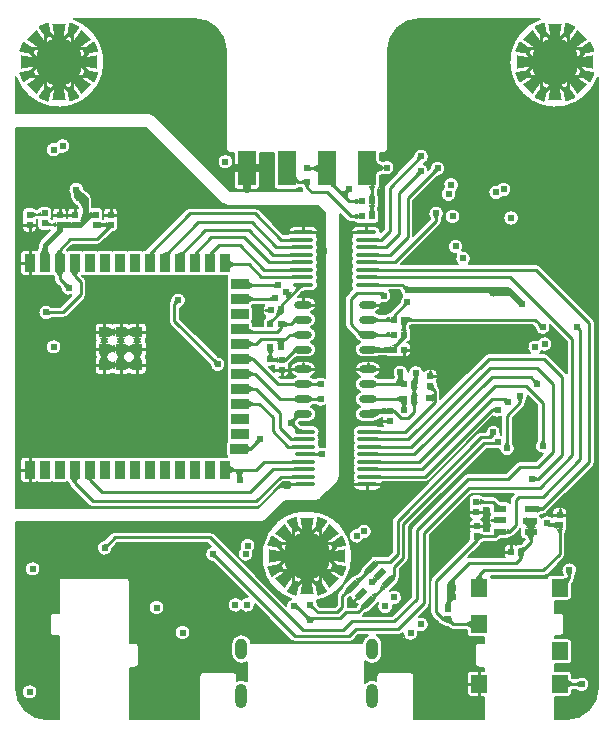
<source format=gbl>
G04 Layer: BottomLayer*
G04 EasyEDA Pro v3.2.58, 2026-01-05 14:09:15*
G04 Gerber Generator version 0.3*
G04 Scale: 100 percent, Rotated: No, Reflected: No*
G04 Dimensions in millimeters*
G04 Leading zeros omitted, absolute positions, 4 integers and 5 decimals*
G04 Generated by one-click*
%FSLAX45Y45*%
%MOMM*%
%AMRect*21,1,$1,$2,0,0,$3*%
%AMPolygonMacro1*4,1,3,-1.62493,-0.57304,-1.62493,0.57304,1.62493,0.0,-1.62493,-0.57304,0*%
%AMPolygonMacro2*4,1,3,-0.5412,-1.3516,-1.3516,-0.5412,1.3516,1.3516,-0.5412,-1.3516,0*%
%AMPolygonMacro3*4,1,3,-1.3516,0.5412,-0.5412,1.3516,1.3516,-1.3516,-1.3516,0.5412,0*%
%AMPolygonMacro4*4,1,3,0.57304,-1.62493,-0.57304,-1.62493,0.0,1.62493,0.57304,-1.62493,0*%
%AMPolygonMacro5*4,1,3,-0.57304,1.62493,0.57304,1.62493,0.0,-1.62493,-0.57304,1.62493,0*%
%AMPolygonMacro6*4,1,3,0.5412,1.3516,1.3516,0.5412,-1.3516,-1.3516,0.5412,1.3516,0*%
%AMPolygonMacro7*4,1,3,1.3516,-0.5412,0.5412,-1.3516,-1.3516,1.3516,1.3516,-0.5412,0*%
%AMPolygonMacro8*4,1,3,1.62493,0.57304,1.62493,-0.57304,-1.62493,0.0,1.62493,0.57304,0*%
%AMPolygonMacro9*4,1,3,-0.5412,-1.3516,-1.3516,-0.5412,1.3516,1.3516,-0.5412,-1.3516,0*%
%AMPolygonMacro10*4,1,3,-1.3516,0.5412,-0.5412,1.3516,1.3516,-1.3516,-1.3516,0.5412,0*%
%AMPolygonMacro11*4,1,3,0.57304,-1.62493,-0.57304,-1.62493,0.0,1.62493,0.57304,-1.62493,0*%
%AMPolygonMacro12*4,1,3,-0.57304,1.62493,0.57304,1.62493,0.0,-1.62493,-0.57304,1.62493,0*%
%AMPolygonMacro13*4,1,3,0.5412,1.3516,1.3516,0.5412,-1.3516,-1.3516,0.5412,1.3516,0*%
%AMPolygonMacro14*4,1,3,1.3516,-0.5412,0.5412,-1.3516,-1.3516,1.3516,1.3516,-0.5412,0*%
%AMPolygonMacro15*4,1,3,-0.5412,-1.3516,-1.3516,-0.5412,1.3516,1.3516,-0.5412,-1.3516,0*%
%AMPolygonMacro16*4,1,3,-1.3516,0.5412,-0.5412,1.3516,1.3516,-1.3516,-1.3516,0.5412,0*%
%AMPolygonMacro17*4,1,3,0.5412,1.3516,1.3516,0.5412,-1.3516,-1.3516,0.5412,1.3516,0*%
%AMPolygonMacro18*4,1,3,1.3516,-0.5412,0.5412,-1.3516,-1.3516,1.3516,1.3516,-0.5412,0*%
%ADD10C,0.2032*%
%ADD11C,0.254*%
%ADD12C,0.635*%
%ADD13R,0.5X0.54*%
%ADD14R,0.54X0.5*%
%ADD15R,0.56566X0.54*%
%ADD16R,0.5401X0.56566*%
%ADD17R,0.54X0.56566*%
%ADD18R,0.9X1.5*%
%ADD19R,1.5X0.9*%
%ADD20R,0.9X0.9*%
%ADD21O,1.8148X0.3556*%
%ADD22O,1.52001X0.6*%
%ADD23Rect,0.532X1.07201X135.0*%
%ADD24O,1.0X1.8*%
%ADD25O,1.0X2.1*%
%ADD26R,1.524X3.0*%
%ADD27R,1.1X0.6*%
%ADD28R,1.4X1.5*%
%ADD29C,0.61*%
%ADD30PolygonMacro1*%
%ADD31PolygonMacro2*%
%ADD32PolygonMacro3*%
%ADD33PolygonMacro4*%
%ADD34PolygonMacro5*%
%ADD35PolygonMacro6*%
%ADD36PolygonMacro7*%
%ADD37PolygonMacro8*%
%ADD38C,4.0*%
%ADD39PolygonMacro9*%
%ADD40PolygonMacro10*%
%ADD41PolygonMacro11*%
%ADD42PolygonMacro12*%
%ADD43PolygonMacro13*%
%ADD44PolygonMacro14*%
%ADD45PolygonMacro15*%
%ADD46PolygonMacro16*%
%ADD47PolygonMacro17*%
%ADD48PolygonMacro18*%
%ADD49C,0.381*%
%ADD50C,0.203*%
%ADD51C,0.508*%
%ADD52C,0.3*%
G75*


G04 Copper Start*
G36*
G01X35814Y1825714D02*
G01X35814Y3187700D01*
G01X289286Y3187700D01*
G01X291213Y3171830D01*
G01X296882Y3156882D01*
G01X305963Y3143726D01*
G01X317929Y3133125D01*
G01X332085Y3125695D01*
G01X347607Y3121869D01*
G01X363593Y3121869D01*
G01X379115Y3125695D01*
G01X393271Y3133125D01*
G01X405237Y3143726D01*
G01X414318Y3156882D01*
G01X419987Y3171830D01*
G01X421914Y3187700D01*
G01X419987Y3203570D01*
G01X414318Y3218518D01*
G01X405237Y3231674D01*
G01X393271Y3242275D01*
G01X379115Y3249705D01*
G01X363593Y3253531D01*
G01X347607Y3253531D01*
G01X332085Y3249705D01*
G01X317929Y3242275D01*
G01X305963Y3231674D01*
G01X296882Y3218518D01*
G01X291213Y3203570D01*
G01X289286Y3187700D01*
G01X289286Y3187700D01*
G01X35814Y3187700D01*
G01X35814Y3357617D01*
G01X703094Y3357617D01*
G01X703094Y3267617D01*
G01X704275Y3258494D01*
G01X707742Y3249972D01*
G01X713265Y3242615D01*
G01X707742Y3235258D01*
G01X704275Y3226736D01*
G01X703094Y3217612D01*
G01X703094Y3217612D01*
G01X703094Y3127612D01*
G01X704275Y3118489D01*
G01X707742Y3109967D01*
G01X713265Y3102610D01*
G01X707742Y3095253D01*
G01X704275Y3086731D01*
G01X703094Y3077608D01*
G01X703094Y2987608D01*
G01X704846Y2976541D01*
G01X709933Y2966557D01*
G01X717857Y2958634D01*
G01X727840Y2953547D01*
G01X738908Y2951794D01*
G01X828907Y2951794D01*
G01X838031Y2952975D01*
G01X846553Y2956442D01*
G01X853910Y2961966D01*
G01X861267Y2956442D01*
G01X869789Y2952975D01*
G01X878912Y2951794D01*
G01X968912Y2951794D01*
G01X978036Y2952975D01*
G01X986557Y2956442D01*
G01X993915Y2961966D01*
G01X1001272Y2956442D01*
G01X1009794Y2952975D01*
G01X1018917Y2951794D01*
G01X1108917Y2951794D01*
G01X1119984Y2953547D01*
G01X1129968Y2958634D01*
G01X1137891Y2966557D01*
G01X1142978Y2976541D01*
G01X1144731Y2987608D01*
G01X1144731Y3077608D01*
G01X1143549Y3086731D01*
G01X1140083Y3095253D01*
G01X1134559Y3102610D01*
G01X1140083Y3109967D01*
G01X1143549Y3118489D01*
G01X1144731Y3127612D01*
G01X1144731Y3217612D01*
G01X1143549Y3226736D01*
G01X1140083Y3235258D01*
G01X1134559Y3242615D01*
G01X1140083Y3249972D01*
G01X1143549Y3258494D01*
G01X1144731Y3267617D01*
G01X1144731Y3357617D01*
G01X1142978Y3368684D01*
G01X1137891Y3378668D01*
G01X1129968Y3386591D01*
G01X1119984Y3391678D01*
G01X1108917Y3393431D01*
G01X1018917Y3393431D01*
G01X1009794Y3392249D01*
G01X1001272Y3388783D01*
G01X993915Y3383259D01*
G01X986557Y3388783D01*
G01X978036Y3392249D01*
G01X968912Y3393431D01*
G01X878912Y3393431D01*
G01X869789Y3392249D01*
G01X861267Y3388783D01*
G01X853910Y3383259D01*
G01X846553Y3388783D01*
G01X838031Y3392249D01*
G01X828907Y3393431D01*
G01X738908Y3393431D01*
G01X727840Y3391678D01*
G01X717857Y3386591D01*
G01X709933Y3378668D01*
G01X704846Y3368684D01*
G01X703094Y3357617D01*
G01X35814Y3357617D01*
G01X35814Y3407065D01*
G01X1330395Y3407065D01*
G01X1332048Y3394509D01*
G01X1336895Y3382808D01*
G01X1344605Y3372761D01*
G01X1678607Y3038758D01*
G01X1678607Y3038758D01*
G01X1679107Y3037035D01*
G01X1679510Y3034388D01*
G01X1682553Y3019712D01*
G01X1688814Y3006094D01*
G01X1697973Y2994230D01*
G01X1709562Y2984726D01*
G01X1722990Y2978067D01*
G01X1737570Y2974594D01*
G01X1752557Y2974483D01*
G01X1767187Y2977742D01*
G01X1780711Y2984202D01*
G01X1792439Y2993535D01*
G01X1801772Y3005262D01*
G01X1808233Y3018787D01*
G01X1811491Y3033416D01*
G01X1811381Y3048404D01*
G01X1807908Y3062984D01*
G01X1801250Y3076412D01*
G01X1791746Y3088001D01*
G01X1779882Y3097161D01*
G01X1766264Y3103422D01*
G01X1751588Y3106465D01*
G01X1748940Y3106868D01*
G01X1747216Y3107368D01*
G01X1427423Y3427161D01*
G01X1427423Y3517498D01*
G01X1442204Y3523598D01*
G01X1455094Y3533058D01*
G01X1465345Y3545329D01*
G01X1472362Y3559696D01*
G01X1475735Y3575326D01*
G01X1475270Y3591308D01*
G01X1470992Y3606715D01*
G01X1463151Y3620650D01*
G01X1452203Y3632303D01*
G01X1438783Y3640996D01*
G01X1423673Y3646225D01*
G01X1407751Y3647685D01*
G01X1391942Y3645292D01*
G01X1377165Y3639184D01*
G01X1364279Y3629717D01*
G01X1354035Y3617441D01*
G01X1347026Y3603069D01*
G01X1343661Y3587438D01*
G01X1343258Y3584791D01*
G01X1342714Y3582912D01*
G01X1336007Y3573259D01*
G01X1331819Y3562277D01*
G01X1330395Y3550609D01*
G01X1330395Y3407065D01*
G01X35814Y3407065D01*
G01X35814Y4860882D01*
G01X289372Y4860882D01*
G01X290279Y4846063D01*
G01X294460Y4831817D01*
G01X294460Y4831817D01*
G01X301705Y4818858D01*
G01X311652Y4807836D01*
G01X323802Y4799303D01*
G01X337545Y4793687D01*
G01X352194Y4791269D01*
G01X367013Y4792172D01*
G01X381261Y4796348D01*
G01X394222Y4803589D01*
G01X405247Y4813533D01*
G01X413783Y4825680D01*
G01X413783Y4825680D01*
G01X428434Y4823271D01*
G01X443252Y4824182D01*
G01X457497Y4828367D01*
G01X470454Y4835617D01*
G01X481473Y4845567D01*
G01X490002Y4857719D01*
G01X495614Y4871464D01*
G01X498028Y4886114D01*
G01X497121Y4900933D01*
G01X492940Y4915179D01*
G01X485695Y4928138D01*
G01X475748Y4939160D01*
G01X463598Y4947693D01*
G01X449855Y4953309D01*
G01X435206Y4955727D01*
G01X420387Y4954824D01*
G01X406139Y4950648D01*
G01X393178Y4943407D01*
G01X382153Y4933463D01*
G01X373617Y4921316D01*
G01X358966Y4923725D01*
G01X344148Y4922814D01*
G01X329903Y4918629D01*
G01X316946Y4911379D01*
G01X305927Y4901429D01*
G01X297398Y4889277D01*
G01X291786Y4875532D01*
G01X289372Y4860882D01*
G01X35814Y4860882D01*
G01X35814Y5044986D01*
G01X1140517Y5044986D01*
G01X1783222Y4402281D01*
G01X1792377Y4394768D01*
G01X1802822Y4389185D01*
G01X1814155Y4385747D01*
G01X1825942Y4384586D01*
G01X2591176Y4384586D01*
G01X2657386Y4318376D01*
G01X2657386Y2924846D01*
G01X2644609Y2932793D01*
G01X2630370Y2937655D01*
G01X2615401Y2939182D01*
G01X2600473Y2937295D01*
G01X2586355Y2932091D01*
G01X2573773Y2923838D01*
G01X2571616Y2922252D01*
G01X2570045Y2921387D01*
G01X2558847Y2921387D01*
G01X2546155Y2930504D01*
G01X2531672Y2936373D01*
G01X2546249Y2942293D01*
G01X2559005Y2951504D01*
G01X2569210Y2963479D01*
G01X2576281Y2977534D01*
G01X2579814Y2992866D01*
G01X2579607Y3008599D01*
G01X2575671Y3023832D01*
G01X2568233Y3037697D01*
G01X2557716Y3049399D01*
G01X2544723Y3058271D01*
G01X2529995Y3063806D01*
G01X2514374Y3065687D01*
G01X2422372Y3065687D01*
G01X2406751Y3063806D01*
G01X2392023Y3058271D01*
G01X2379030Y3049399D01*
G01X2368513Y3037697D01*
G01X2361075Y3023832D01*
G01X2357139Y3008599D01*
G01X2356932Y2992866D01*
G01X2360465Y2977534D01*
G01X2367536Y2963479D01*
G01X2377741Y2951504D01*
G01X2390497Y2942293D01*
G01X2405074Y2936373D01*
G01X2390591Y2930504D01*
G01X2377899Y2921387D01*
G01X2278023Y2921387D01*
G01X2266935Y2932474D01*
G01X2313000Y2932474D01*
G01X2324067Y2934227D01*
G01X2334051Y2939314D01*
G01X2341974Y2947238D01*
G01X2347061Y2957221D01*
G01X2348814Y2968288D01*
G01X2348814Y3018288D01*
G01X2347723Y3027061D01*
G01X2344516Y3035300D01*
G01X2346767Y3040377D01*
G01X2349616Y3043007D01*
G01X2406742Y3100133D01*
G01X2410096Y3100302D01*
G01X2412751Y3100281D01*
G01X2422372Y3099574D01*
G01X2514374Y3099574D01*
G01X2529995Y3101455D01*
G01X2544723Y3106989D01*
G01X2557716Y3115862D01*
G01X2568233Y3127564D01*
G01X2575671Y3141428D01*
G01X2579607Y3156662D01*
G01X2579814Y3172394D01*
G01X2576281Y3187726D01*
G01X2569210Y3201782D01*
G01X2559005Y3213757D01*
G01X2546249Y3222968D01*
G01X2531672Y3228888D01*
G01X2546111Y3234732D01*
G01X2558773Y3243806D01*
G01X2568947Y3255602D01*
G01X2576064Y3269458D01*
G01X2579725Y3284599D01*
G01X2579725Y3300177D01*
G01X2576064Y3315318D01*
G01X2568947Y3329174D01*
G01X2558773Y3340970D01*
G01X2546111Y3350044D01*
G01X2531672Y3355888D01*
G01X2546111Y3361732D01*
G01X2558773Y3370806D01*
G01X2568947Y3382602D01*
G01X2576064Y3396458D01*
G01X2579725Y3411599D01*
G01X2579725Y3427177D01*
G01X2576064Y3442318D01*
G01X2568947Y3456174D01*
G01X2558773Y3467970D01*
G01X2546111Y3477044D01*
G01X2531672Y3482888D01*
G01X2546249Y3488808D01*
G01X2559005Y3498019D01*
G01X2569210Y3509995D01*
G01X2576281Y3524050D01*
G01X2579814Y3539382D01*
G01X2579607Y3555114D01*
G01X2575671Y3570348D01*
G01X2568233Y3584212D01*
G01X2557716Y3595915D01*
G01X2544723Y3604787D01*
G01X2529995Y3610321D01*
G01X2514374Y3612202D01*
G01X2423511Y3612202D01*
G01X2462100Y3650791D01*
G01X2468367Y3656305D01*
G01X2474426Y3660473D01*
G01X2475666Y3661156D01*
G01X2541077Y3661156D01*
G01X2554075Y3662756D01*
G01X2566298Y3667461D01*
G01X2577014Y3674991D01*
G01X2585584Y3684894D01*
G01X2591497Y3696580D01*
G01X2594398Y3709352D01*
G01X2594115Y3722446D01*
G01X2590665Y3735080D01*
G01X2584254Y3746500D01*
G01X2590839Y3758349D01*
G01X2594240Y3771472D01*
G01X2594240Y3785028D01*
G01X2590839Y3798151D01*
G01X2584254Y3810000D01*
G01X2584254Y3810000D01*
G01X2590839Y3821849D01*
G01X2594240Y3834972D01*
G01X2594240Y3848528D01*
G01X2590839Y3861651D01*
G01X2584254Y3873500D01*
G01X2590839Y3885349D01*
G01X2594240Y3898472D01*
G01X2594240Y3912028D01*
G01X2590839Y3925151D01*
G01X2584254Y3937000D01*
G01X2590839Y3948849D01*
G01X2594240Y3961972D01*
G01X2594240Y3975528D01*
G01X2590839Y3988651D01*
G01X2584254Y4000500D01*
G01X2584254Y4000500D01*
G01X2590839Y4012349D01*
G01X2594240Y4025472D01*
G01X2594240Y4039028D01*
G01X2590839Y4052151D01*
G01X2584254Y4064000D01*
G01X2584254Y4064000D01*
G01X2590839Y4075849D01*
G01X2594240Y4088972D01*
G01X2594240Y4102528D01*
G01X2590839Y4115651D01*
G01X2584254Y4127500D01*
G01X2590665Y4138920D01*
G01X2594115Y4151554D01*
G01X2594398Y4164648D01*
G01X2591497Y4177420D01*
G01X2585584Y4189106D01*
G01X2577014Y4199009D01*
G01X2566298Y4206539D01*
G01X2554075Y4211244D01*
G01X2541077Y4212844D01*
G01X2395156Y4212844D01*
G01X2381125Y4210975D01*
G01X2368073Y4205498D01*
G01X2356910Y4196794D01*
G01X2348415Y4185472D01*
G01X2343181Y4172321D01*
G01X2341571Y4158258D01*
G01X2343700Y4144264D01*
G01X2299745Y4144264D01*
G01X2091705Y4352305D01*
G01X2081657Y4360014D01*
G01X2069956Y4364861D01*
G01X2057400Y4366514D01*
G01X1511295Y4366514D01*
G01X1498739Y4364861D01*
G01X1487038Y4360014D01*
G01X1476991Y4352305D01*
G01X1133600Y4008914D01*
G01X1133112Y4008418D01*
G01X1122905Y4008418D01*
G01X1113303Y4007107D01*
G01X1104405Y4003270D01*
G01X1095506Y4007107D01*
G01X1085905Y4008418D01*
G01X995905Y4008418D01*
G01X986303Y4007107D01*
G01X977405Y4003270D01*
G01X968506Y4007107D01*
G01X958905Y4008418D01*
G01X868905Y4008418D01*
G01X859303Y4007107D01*
G01X850405Y4003270D01*
G01X841506Y4007107D01*
G01X831905Y4008418D01*
G01X741905Y4008418D01*
G01X732303Y4007107D01*
G01X723405Y4003270D01*
G01X714506Y4007107D01*
G01X704905Y4008418D01*
G01X614905Y4008418D01*
G01X605303Y4007107D01*
G01X596405Y4003270D01*
G01X587506Y4007107D01*
G01X577905Y4008418D01*
G01X487905Y4008418D01*
G01X478303Y4007107D01*
G01X469405Y4003270D01*
G01X466603Y4004794D01*
G01X515395Y4053586D01*
G01X723900Y4053586D01*
G01X736456Y4055239D01*
G01X748157Y4060086D01*
G01X758205Y4067795D01*
G01X846518Y4156109D01*
G01X854759Y4159922D01*
G01X863745Y4161229D01*
G01X865200Y4161229D01*
G01X876267Y4162982D01*
G01X886251Y4168069D01*
G01X894174Y4175992D01*
G01X899261Y4185976D01*
G01X901014Y4197043D01*
G01X901014Y4247043D01*
G01X899923Y4255816D01*
G01X896716Y4264055D01*
G01X899923Y4272294D01*
G01X901014Y4281067D01*
G01X901014Y4331067D01*
G01X899261Y4342134D01*
G01X894174Y4352117D01*
G01X886251Y4360041D01*
G01X876267Y4365128D01*
G01X865200Y4366881D01*
G01X811200Y4366881D01*
G01X800133Y4365128D01*
G01X790149Y4360041D01*
G01X782226Y4352117D01*
G01X777139Y4342134D01*
G01X775386Y4331067D01*
G01X775386Y4281067D01*
G01X777256Y4269643D01*
G01X774810Y4269347D01*
G01X772752Y4269630D01*
G01X774014Y4279054D01*
G01X774014Y4335619D01*
G01X772261Y4346687D01*
G01X767174Y4356670D01*
G01X759251Y4364594D01*
G01X749267Y4369681D01*
G01X738200Y4371433D01*
G01X684200Y4371433D01*
G01X682061Y4371370D01*
G01X682061Y4371370D01*
G01X682061Y4371370D01*
G01X681848Y4389516D01*
G01X681848Y4389516D01*
G01X681848Y4440316D01*
G01X679978Y4454516D01*
G01X674497Y4467748D01*
G01X665778Y4479111D01*
G01X615832Y4529057D01*
G01X612994Y4532192D01*
G01X612034Y4533456D01*
G01X607576Y4547343D01*
G01X600190Y4559919D01*
G01X590233Y4570577D01*
G01X578188Y4578800D01*
G01X564636Y4584192D01*
G01X550233Y4586490D01*
G01X535677Y4585585D01*
G01X521670Y4581519D01*
G01X508891Y4574490D01*
G01X497957Y4564837D01*
G01X489398Y4553027D01*
G01X483628Y4539632D01*
G01X480926Y4525300D01*
G01X481421Y4510724D01*
G01X485092Y4496608D01*
G01X491759Y4483636D01*
G01X491973Y4482064D01*
G01X492183Y4477839D01*
G01X492183Y4469453D01*
G01X493821Y4456147D01*
G01X498637Y4443636D01*
G01X506343Y4432667D01*
G01X510598Y4418760D01*
G01X517782Y4406116D01*
G01X527550Y4395341D01*
G01X539432Y4386955D01*
G01X552856Y4381361D01*
G01X561214Y4366871D01*
G01X560400Y4366881D01*
G01X506400Y4366881D01*
G01X495333Y4365128D01*
G01X485349Y4360041D01*
G01X477426Y4352117D01*
G01X472339Y4342134D01*
G01X470586Y4331067D01*
G01X470586Y4281067D01*
G01X470729Y4277864D01*
G01X469848Y4277787D01*
G01X468967Y4277864D01*
G01X468967Y4277864D01*
G01X469110Y4281067D01*
G01X469110Y4331067D01*
G01X467357Y4342134D01*
G01X462270Y4352117D01*
G01X454347Y4360041D01*
G01X444363Y4365128D01*
G01X433296Y4366881D01*
G01X379296Y4366881D01*
G01X368229Y4365128D01*
G01X358245Y4360041D01*
G01X350322Y4352117D01*
G01X345235Y4342134D01*
G01X343482Y4331067D01*
G01X343482Y4281067D01*
G01X344104Y4274422D01*
G01X345948Y4268007D01*
G01X340716Y4268007D01*
G01X337544Y4275612D01*
G01X340950Y4284069D01*
G01X342110Y4293111D01*
G01X342110Y4343111D01*
G01X340357Y4354178D01*
G01X335270Y4364162D01*
G01X327347Y4372085D01*
G01X317363Y4377172D01*
G01X306296Y4378925D01*
G01X252296Y4378925D01*
G01X241010Y4377101D01*
G01X230875Y4371813D01*
G01X222922Y4363601D01*
G01X217962Y4353301D01*
G01X210545Y4353301D01*
G01X204862Y4360805D01*
G01X197420Y4366570D01*
G01X188732Y4370196D01*
G01X179400Y4371433D01*
G01X125400Y4371433D01*
G01X114333Y4369681D01*
G01X104349Y4364594D01*
G01X96426Y4356670D01*
G01X91339Y4346687D01*
G01X89586Y4335619D01*
G01X89586Y4279054D01*
G01X90418Y4271376D01*
G01X92878Y4264055D01*
G01X90418Y4256734D01*
G01X89586Y4249056D01*
G01X89586Y4192490D01*
G01X91339Y4181423D01*
G01X96426Y4171440D01*
G01X104349Y4163516D01*
G01X114333Y4158429D01*
G01X125400Y4156676D01*
G01X179400Y4156676D01*
G01X190467Y4158429D01*
G01X200451Y4163516D01*
G01X208374Y4171440D01*
G01X213461Y4181423D01*
G01X215214Y4192490D01*
G01X215214Y4249056D01*
G01X214664Y4255311D01*
G01X213030Y4261373D01*
G01X216630Y4261373D01*
G01X216482Y4258113D01*
G01X216482Y4208113D01*
G01X218235Y4197046D01*
G01X223322Y4187062D01*
G01X231245Y4179139D01*
G01X241229Y4174052D01*
G01X252296Y4172299D01*
G01X306296Y4172299D01*
G01X315054Y4173386D01*
G01X315054Y4173386D01*
G01X325928Y4175417D01*
G01X240110Y4089599D01*
G01X231391Y4078237D01*
G01X225910Y4065005D01*
G01X224041Y4050805D01*
G01X224041Y4029754D01*
G01X222941Y4020429D01*
G01X219703Y4011615D01*
G01X214503Y4003796D01*
G01X206002Y4007244D01*
G01X196905Y4008418D01*
G01X106905Y4008418D01*
G01X95838Y4006666D01*
G01X85854Y4001579D01*
G01X77931Y3993655D01*
G01X72844Y3983672D01*
G01X71091Y3972604D01*
G01X71091Y3822605D01*
G01X72844Y3811538D01*
G01X77931Y3801554D01*
G01X85854Y3793631D01*
G01X95838Y3788544D01*
G01X106905Y3786791D01*
G01X196905Y3786791D01*
G01X206506Y3788102D01*
G01X215405Y3791939D01*
G01X224303Y3788102D01*
G01X233905Y3786791D01*
G01X323905Y3786791D01*
G01X333506Y3788102D01*
G01X342405Y3791939D01*
G01X349494Y3788657D01*
G01X357126Y3786991D01*
G01X357391Y3784505D01*
G01X357391Y3764266D01*
G01X359044Y3751710D01*
G01X363890Y3740009D01*
G01X371600Y3729962D01*
G01X415659Y3685903D01*
G01X416158Y3684180D01*
G01X416561Y3681533D01*
G01X419899Y3665982D01*
G01X426842Y3651673D01*
G01X436994Y3639429D01*
G01X449769Y3629955D01*
G01X464432Y3623794D01*
G01X480141Y3621303D01*
G01X495991Y3622623D01*
G01X511070Y3627679D01*
G01X411705Y3528314D01*
G01X338255Y3528314D01*
G01X336684Y3529179D01*
G01X334527Y3530766D01*
G01X321998Y3538992D01*
G01X307941Y3544194D01*
G01X293076Y3546107D01*
G01X278160Y3544632D01*
G01X263957Y3539846D01*
G01X251191Y3531992D01*
G01X240515Y3521472D01*
G01X232475Y3508824D01*
G01X227480Y3494692D01*
G01X225786Y3479800D01*
G01X227480Y3464908D01*
G01X232475Y3450776D01*
G01X240515Y3438128D01*
G01X251191Y3427608D01*
G01X263957Y3419754D01*
G01X278160Y3414968D01*
G01X293076Y3413493D01*
G01X307941Y3415406D01*
G01X321998Y3420608D01*
G01X334527Y3428834D01*
G01X336684Y3430421D01*
G01X338255Y3431286D01*
G01X431800Y3431286D01*
G01X444356Y3432939D01*
G01X456057Y3437786D01*
G01X466105Y3445495D01*
G01X618505Y3597895D01*
G01X626214Y3607943D01*
G01X631061Y3619644D01*
G01X632714Y3632200D01*
G01X632714Y3733800D01*
G01X631061Y3746356D01*
G01X626214Y3758057D01*
G01X618505Y3768105D01*
G01X595306Y3791303D01*
G01X596405Y3791939D01*
G01X605303Y3788102D01*
G01X614905Y3786791D01*
G01X704905Y3786791D01*
G01X714506Y3788102D01*
G01X723405Y3791939D01*
G01X732303Y3788102D01*
G01X741905Y3786791D01*
G01X831905Y3786791D01*
G01X841506Y3788102D01*
G01X850405Y3791939D01*
G01X859303Y3788102D01*
G01X868905Y3786791D01*
G01X958905Y3786791D01*
G01X968506Y3788102D01*
G01X977405Y3791939D01*
G01X986303Y3788102D01*
G01X995905Y3786791D01*
G01X1085905Y3786791D01*
G01X1095506Y3788102D01*
G01X1104405Y3791939D01*
G01X1113303Y3788102D01*
G01X1122905Y3786791D01*
G01X1212905Y3786791D01*
G01X1222506Y3788102D01*
G01X1231405Y3791939D01*
G01X1240303Y3788102D01*
G01X1249905Y3786791D01*
G01X1339905Y3786791D01*
G01X1349506Y3788102D01*
G01X1358405Y3791939D01*
G01X1367303Y3788102D01*
G01X1376905Y3786791D01*
G01X1466905Y3786791D01*
G01X1476506Y3788102D01*
G01X1485405Y3791939D01*
G01X1494303Y3788102D01*
G01X1503905Y3786791D01*
G01X1593905Y3786791D01*
G01X1603506Y3788102D01*
G01X1612405Y3791939D01*
G01X1621303Y3788102D01*
G01X1630905Y3786791D01*
G01X1720905Y3786791D01*
G01X1730506Y3788102D01*
G01X1739405Y3791939D01*
G01X1748303Y3788102D01*
G01X1757905Y3786791D01*
G01X1826663Y3786791D01*
G01X1821766Y3776956D01*
G01X1820081Y3766100D01*
G01X1820081Y3676100D01*
G01X1821393Y3666499D01*
G01X1825230Y3657600D01*
G01X1821393Y3648701D01*
G01X1820081Y3639100D01*
G01X1820081Y3549100D01*
G01X1821393Y3539499D01*
G01X1825230Y3530600D01*
G01X1821393Y3521701D01*
G01X1820081Y3512100D01*
G01X1820081Y3422100D01*
G01X1821393Y3412499D01*
G01X1825230Y3403600D01*
G01X1821393Y3394701D01*
G01X1820081Y3385100D01*
G01X1820081Y3295100D01*
G01X1821393Y3285499D01*
G01X1825230Y3276600D01*
G01X1821393Y3267701D01*
G01X1820081Y3258100D01*
G01X1820081Y3168100D01*
G01X1821393Y3158499D01*
G01X1825230Y3149600D01*
G01X1821393Y3140701D01*
G01X1820081Y3131100D01*
G01X1820081Y3041100D01*
G01X1821393Y3031499D01*
G01X1825230Y3022600D01*
G01X1821393Y3013701D01*
G01X1820081Y3004100D01*
G01X1820081Y2914100D01*
G01X1821393Y2904499D01*
G01X1825230Y2895600D01*
G01X1821393Y2886701D01*
G01X1820081Y2877100D01*
G01X1820081Y2787100D01*
G01X1821393Y2777499D01*
G01X1825230Y2768600D01*
G01X1821393Y2759701D01*
G01X1820081Y2750100D01*
G01X1820081Y2660100D01*
G01X1821393Y2650499D01*
G01X1825230Y2641600D01*
G01X1825230Y2641600D01*
G01X1821393Y2632701D01*
G01X1820081Y2623100D01*
G01X1820081Y2533100D01*
G01X1821393Y2523499D01*
G01X1825230Y2514600D01*
G01X1825230Y2514600D01*
G01X1821393Y2505701D01*
G01X1820081Y2496100D01*
G01X1820081Y2406100D01*
G01X1821041Y2397866D01*
G01X1823868Y2390073D01*
G01X1818822Y2380121D01*
G01X1817084Y2369100D01*
G01X1817084Y2279100D01*
G01X1818769Y2268244D01*
G01X1823666Y2258409D01*
G01X1757905Y2258409D01*
G01X1748303Y2257098D01*
G01X1739405Y2253261D01*
G01X1730506Y2257098D01*
G01X1720905Y2258409D01*
G01X1630905Y2258409D01*
G01X1621303Y2257098D01*
G01X1612405Y2253261D01*
G01X1603506Y2257098D01*
G01X1593905Y2258409D01*
G01X1503905Y2258409D01*
G01X1494303Y2257098D01*
G01X1485405Y2253261D01*
G01X1476506Y2257098D01*
G01X1466905Y2258409D01*
G01X1376905Y2258409D01*
G01X1367303Y2257098D01*
G01X1358405Y2253261D01*
G01X1349506Y2257098D01*
G01X1339905Y2258409D01*
G01X1249905Y2258409D01*
G01X1240303Y2257098D01*
G01X1231405Y2253261D01*
G01X1222506Y2257098D01*
G01X1212905Y2258409D01*
G01X1122905Y2258409D01*
G01X1113303Y2257098D01*
G01X1104405Y2253261D01*
G01X1095506Y2257098D01*
G01X1085905Y2258409D01*
G01X995905Y2258409D01*
G01X986303Y2257098D01*
G01X977405Y2253261D01*
G01X968506Y2257098D01*
G01X958905Y2258409D01*
G01X868905Y2258409D01*
G01X859303Y2257098D01*
G01X850405Y2253261D01*
G01X841506Y2257098D01*
G01X831905Y2258409D01*
G01X741905Y2258409D01*
G01X732303Y2257098D01*
G01X723405Y2253261D01*
G01X714506Y2257098D01*
G01X704905Y2258409D01*
G01X614905Y2258409D01*
G01X605303Y2257098D01*
G01X596405Y2253261D01*
G01X587506Y2257098D01*
G01X577905Y2258409D01*
G01X487905Y2258409D01*
G01X478303Y2257098D01*
G01X469405Y2253261D01*
G01X460506Y2257098D01*
G01X450905Y2258409D01*
G01X360905Y2258409D01*
G01X351303Y2257098D01*
G01X342405Y2253261D01*
G01X333506Y2257098D01*
G01X323905Y2258409D01*
G01X233905Y2258409D01*
G01X224303Y2257098D01*
G01X215405Y2253261D01*
G01X206506Y2257098D01*
G01X196905Y2258409D01*
G01X106905Y2258409D01*
G01X95838Y2256656D01*
G01X85854Y2251569D01*
G01X77931Y2243646D01*
G01X72844Y2233662D01*
G01X71091Y2222595D01*
G01X71091Y2072596D01*
G01X72844Y2061528D01*
G01X77931Y2051545D01*
G01X85854Y2043621D01*
G01X95838Y2038534D01*
G01X106905Y2036782D01*
G01X196905Y2036782D01*
G01X206506Y2038093D01*
G01X215405Y2041930D01*
G01X224303Y2038093D01*
G01X233905Y2036782D01*
G01X323905Y2036782D01*
G01X333506Y2038093D01*
G01X342405Y2041930D01*
G01X351303Y2038093D01*
G01X360905Y2036782D01*
G01X450905Y2036782D01*
G01X460506Y2038093D01*
G01X469405Y2041930D01*
G01X476494Y2038648D01*
G01X484126Y2036981D01*
G01X484391Y2034496D01*
G01X484391Y2032495D01*
G01X486044Y2019939D01*
G01X490890Y2008238D01*
G01X498600Y1998191D01*
G01X651495Y1845295D01*
G01X661543Y1837586D01*
G01X673244Y1832739D01*
G01X685800Y1831086D01*
G01X2070100Y1831086D01*
G01X2082656Y1832739D01*
G01X2094357Y1837586D01*
G01X2104405Y1845295D01*
G01X2299745Y2040636D01*
G01X2357241Y2040636D01*
G01X2355121Y2027021D01*
G01X2356542Y2013316D01*
G01X2361410Y2000426D01*
G01X2289171Y2000426D01*
G01X2275168Y1998780D01*
G01X2270962Y2000129D01*
G01X2266581Y1999566D01*
G01X2262853Y1997196D01*
G01X2256462Y1990805D01*
G01X2246452Y1982731D01*
G01X2089435Y1825714D01*
G01X35814Y1825714D01*
G37*
G36*
G01X2041709Y3422100D02*
G01X2041709Y3512100D01*
G01X2040398Y3521701D01*
G01X2036561Y3530600D01*
G01X2039843Y3537689D01*
G01X2041509Y3545321D01*
G01X2043995Y3545586D01*
G01X2139712Y3545586D01*
G01X2134258Y3535329D01*
G01X2132374Y3523867D01*
G01X2132374Y3469867D01*
G01X2133627Y3460476D01*
G01X2137299Y3451743D01*
G01X2143131Y3444278D01*
G01X2150717Y3438603D01*
G01X2141411Y3433284D01*
G01X2134095Y3425449D01*
G01X2129426Y3415799D01*
G01X2127822Y3405200D01*
G01X2127822Y3363214D01*
G01X2043995Y3363214D01*
G01X2041709Y3363437D01*
G01X2041709Y3385100D01*
G01X2040398Y3394701D01*
G01X2036561Y3403600D01*
G01X2040398Y3412499D01*
G01X2041709Y3422100D01*
G37*
G36*
G01X2211180Y3025434D02*
G01X2215071Y3027009D01*
G01X2218858Y3028246D01*
G01X2221033Y3028797D01*
G01X2224688Y3028552D01*
G01X2223186Y3018288D01*
G01X2223186Y2976223D01*
G01X2179437Y3019972D01*
G01X2195645Y3020746D01*
G01X2211180Y3025434D01*
G37*
G36*
G01X2434131Y2548826D02*
G01X2434952Y2549500D01*
G01X2435614Y2549880D01*
G01X2437539Y2550685D01*
G01X2440317Y2551540D01*
G01X2443488Y2552252D01*
G01X2446115Y2552665D01*
G01X2451725Y2553059D01*
G01X2514374Y2553059D01*
G01X2529995Y2554939D01*
G01X2544723Y2560474D01*
G01X2557716Y2569346D01*
G01X2568233Y2581049D01*
G01X2575671Y2594913D01*
G01X2579607Y2610146D01*
G01X2579814Y2625879D01*
G01X2576281Y2641211D01*
G01X2569210Y2655266D01*
G01X2559005Y2667241D01*
G01X2546249Y2676452D01*
G01X2531672Y2682373D01*
G01X2546155Y2688241D01*
G01X2558847Y2697359D01*
G01X2570045Y2697359D01*
G01X2571616Y2696493D01*
G01X2573773Y2694907D01*
G01X2586355Y2686654D01*
G01X2600473Y2681450D01*
G01X2615401Y2679563D01*
G01X2630370Y2681090D01*
G01X2644609Y2685952D01*
G01X2657386Y2693899D01*
G01X2657386Y2339534D01*
G01X2657386Y2339534D01*
G01X2645543Y2343842D01*
G01X2633098Y2345831D01*
G01X2620502Y2345430D01*
G01X2608209Y2342654D01*
G01X2607087Y2354069D01*
G01X2603562Y2364985D01*
G01X2597794Y2374900D01*
G01X2604380Y2386749D01*
G01X2607781Y2399872D01*
G01X2607781Y2413428D01*
G01X2604380Y2426551D01*
G01X2597794Y2438400D01*
G01X2604206Y2449820D01*
G01X2607656Y2462454D01*
G01X2607939Y2475548D01*
G01X2605038Y2488320D01*
G01X2599125Y2500006D01*
G01X2590555Y2509909D01*
G01X2579839Y2517439D01*
G01X2567616Y2522144D01*
G01X2554617Y2523744D01*
G01X2470569Y2523744D01*
G01X2464959Y2524138D01*
G01X2462332Y2524550D01*
G01X2459161Y2525262D01*
G01X2456383Y2526118D01*
G01X2454458Y2526923D01*
G01X2453797Y2527303D01*
G01X2452975Y2527976D01*
G01X2433128Y2547823D01*
G01X2434131Y2548826D01*
G37*
G36*
G01X73184Y5693071D02*
G01X81296Y5717893D01*
G01X91289Y5742020D01*
G01X103106Y5765308D01*
G01X109170Y5759945D01*
G01X188563Y5704353D01*
G01X188563Y5704353D01*
G01X182168Y5690244D01*
G01X176713Y5675745D01*
G01X81264Y5692575D01*
G01X73184Y5693071D01*
G37*
G36*
G01X109170Y5440058D02*
G01X103106Y5434695D01*
G01X103106Y5434695D01*
G01X91289Y5457983D01*
G01X81296Y5482110D01*
G01X73184Y5506932D01*
G01X73184Y5506932D01*
G01X81264Y5507428D01*
G01X176713Y5524258D01*
G01X182168Y5509759D01*
G01X188563Y5495650D01*
G01X109170Y5440058D01*
G37*
G36*
G01X240089Y5890864D02*
G01X234726Y5896928D01*
G01X234726Y5896928D01*
G01X258014Y5908744D01*
G01X282140Y5918738D01*
G01X306962Y5926849D01*
G01X306962Y5926849D01*
G01X307458Y5918769D01*
G01X324288Y5823320D01*
G01X324288Y5823320D01*
G01X309790Y5817865D01*
G01X295681Y5811470D01*
G01X240089Y5890864D01*
G37*
G36*
G01X307458Y5281234D02*
G01X306962Y5273154D01*
G01X306962Y5273154D01*
G01X282140Y5281265D01*
G01X258014Y5291259D01*
G01X234726Y5303075D01*
G01X234726Y5303075D01*
G01X240089Y5309139D01*
G01X295681Y5388533D01*
G01X309790Y5382138D01*
G01X309790Y5382138D01*
G01X324288Y5376683D01*
G01X307458Y5281234D01*
G37*
G36*
G01X492606Y5918769D02*
G01X493102Y5926849D01*
G01X493102Y5926849D01*
G01X517924Y5918738D01*
G01X542050Y5908744D01*
G01X565338Y5896928D01*
G01X565338Y5896928D01*
G01X559975Y5890864D01*
G01X504383Y5811470D01*
G01X504383Y5811470D01*
G01X490274Y5817865D01*
G01X475776Y5823320D01*
G01X492606Y5918769D01*
G37*
G36*
G01X559975Y5309139D02*
G01X565338Y5303075D01*
G01X565338Y5303075D01*
G01X542050Y5291259D01*
G01X517924Y5281265D01*
G01X493102Y5273154D01*
G01X493102Y5273154D01*
G01X492606Y5281234D01*
G01X475776Y5376683D01*
G01X490274Y5382138D01*
G01X504383Y5388533D01*
G01X559975Y5309139D01*
G37*
G36*
G01X690894Y5759945D02*
G01X696958Y5765308D01*
G01X696958Y5765308D01*
G01X708775Y5742020D01*
G01X718768Y5717893D01*
G01X726880Y5693071D01*
G01X726880Y5693071D01*
G01X718800Y5692575D01*
G01X623350Y5675745D01*
G01X623350Y5675745D01*
G01X617896Y5690244D01*
G01X611501Y5704353D01*
G01X690894Y5759945D01*
G37*
G36*
G01X718800Y5507428D02*
G01X726880Y5506932D01*
G01X726880Y5506932D01*
G01X718768Y5482110D01*
G01X708775Y5457983D01*
G01X696958Y5434695D01*
G01X696958Y5434695D01*
G01X690894Y5440058D01*
G01X611501Y5495650D01*
G01X611501Y5495650D01*
G01X617896Y5509759D01*
G01X623350Y5524258D01*
G01X718800Y5507428D01*
G37*
G36*
G01X4281265Y5692575D02*
G01X4273185Y5693071D01*
G01X4273185Y5693071D01*
G01X4281296Y5717893D01*
G01X4291289Y5742020D01*
G01X4303106Y5765308D01*
G01X4303106Y5765308D01*
G01X4309170Y5759945D01*
G01X4388563Y5704353D01*
G01X4388563Y5704353D01*
G01X4382168Y5690244D01*
G01X4376714Y5675745D01*
G01X4281265Y5692575D01*
G37*
G36*
G01X4309170Y5440058D02*
G01X4303106Y5434695D01*
G01X4303106Y5434695D01*
G01X4291289Y5457983D01*
G01X4281296Y5482110D01*
G01X4273185Y5506932D01*
G01X4273185Y5506932D01*
G01X4281265Y5507428D01*
G01X4376714Y5524258D01*
G01X4382168Y5509759D01*
G01X4388563Y5495650D01*
G01X4309170Y5440058D01*
G37*
G36*
G01X4440089Y5890864D02*
G01X4434726Y5896928D01*
G01X4434726Y5896928D01*
G01X4458014Y5908744D01*
G01X4482140Y5918738D01*
G01X4506963Y5926849D01*
G01X4506963Y5926849D01*
G01X4507458Y5918769D01*
G01X4524289Y5823320D01*
G01X4524289Y5823320D01*
G01X4509790Y5817865D01*
G01X4495681Y5811470D01*
G01X4440089Y5890864D01*
G37*
G36*
G01X4507458Y5281234D02*
G01X4506963Y5273154D01*
G01X4506963Y5273154D01*
G01X4482140Y5281265D01*
G01X4458014Y5291259D01*
G01X4434726Y5303075D01*
G01X4434726Y5303075D01*
G01X4440089Y5309139D01*
G01X4495681Y5388533D01*
G01X4495681Y5388533D01*
G01X4509790Y5382138D01*
G01X4524289Y5376683D01*
G01X4507458Y5281234D01*
G37*
G36*
G01X4692606Y5918769D02*
G01X4693102Y5926849D01*
G01X4693102Y5926849D01*
G01X4717924Y5918738D01*
G01X4742051Y5908744D01*
G01X4765338Y5896928D01*
G01X4765338Y5896928D01*
G01X4759975Y5890864D01*
G01X4704383Y5811470D01*
G01X4704383Y5811470D01*
G01X4690274Y5817865D01*
G01X4675776Y5823320D01*
G01X4692606Y5918769D01*
G37*
G36*
G01X4759975Y5309139D02*
G01X4765338Y5303075D01*
G01X4765338Y5303075D01*
G01X4742051Y5291259D01*
G01X4717924Y5281265D01*
G01X4693102Y5273154D01*
G01X4693102Y5273154D01*
G01X4692606Y5281234D01*
G01X4675776Y5376683D01*
G01X4675776Y5376683D01*
G01X4690274Y5382138D01*
G01X4704383Y5388533D01*
G01X4759975Y5309139D01*
G37*
G36*
G01X4890895Y5759945D02*
G01X4896958Y5765308D01*
G01X4896958Y5765308D01*
G01X4908775Y5742020D01*
G01X4918768Y5717893D01*
G01X4926880Y5693071D01*
G01X4926880Y5693071D01*
G01X4918800Y5692575D01*
G01X4823351Y5675745D01*
G01X4823351Y5675745D01*
G01X4817896Y5690244D01*
G01X4811501Y5704353D01*
G01X4890895Y5759945D01*
G37*
G36*
G01X4926880Y5506932D02*
G01X4918768Y5482110D01*
G01X4908775Y5457983D01*
G01X4896958Y5434695D01*
G01X4890895Y5440058D01*
G01X4811501Y5495650D01*
G01X4817896Y5509759D01*
G01X4823351Y5524258D01*
G01X4918800Y5507428D01*
G01X4926880Y5506932D01*
G37*
G36*
G01X2181232Y1508374D02*
G01X2173152Y1508870D01*
G01X2173152Y1508870D01*
G01X2181264Y1533692D01*
G01X2191257Y1557818D01*
G01X2203074Y1581106D01*
G01X2209137Y1575743D01*
G01X2288531Y1520151D01*
G01X2288531Y1520151D01*
G01X2282136Y1506042D01*
G01X2276681Y1491544D01*
G01X2181232Y1508374D01*
G37*
G36*
G01X2209137Y1255857D02*
G01X2203074Y1250494D01*
G01X2203074Y1250494D01*
G01X2191257Y1273782D01*
G01X2181264Y1297908D01*
G01X2173152Y1322731D01*
G01X2181232Y1323226D01*
G01X2276681Y1340056D01*
G01X2282136Y1325558D01*
G01X2288531Y1311449D01*
G01X2209137Y1255857D01*
G37*
G36*
G01X2340057Y1706662D02*
G01X2334694Y1712726D01*
G01X2334694Y1712726D01*
G01X2357982Y1724543D01*
G01X2382108Y1734536D01*
G01X2406930Y1742648D01*
G01X2406930Y1742648D01*
G01X2407426Y1734568D01*
G01X2424256Y1639119D01*
G01X2424256Y1639119D01*
G01X2409758Y1633664D01*
G01X2395649Y1627269D01*
G01X2340057Y1706662D01*
G37*
G36*
G01X2407426Y1097032D02*
G01X2406930Y1088953D01*
G01X2406930Y1088953D01*
G01X2382108Y1097064D01*
G01X2357982Y1107057D01*
G01X2334694Y1118874D01*
G01X2334694Y1118874D01*
G01X2340057Y1124938D01*
G01X2395649Y1204331D01*
G01X2395649Y1204331D01*
G01X2409758Y1197936D01*
G01X2424256Y1192482D01*
G01X2407426Y1097032D01*
G37*
G36*
G01X2659943Y1124938D02*
G01X2665306Y1118874D01*
G01X2665306Y1118874D01*
G01X2642018Y1107057D01*
G01X2617892Y1097064D01*
G01X2593069Y1088953D01*
G01X2593069Y1088953D01*
G01X2592574Y1097032D01*
G01X2575743Y1192482D01*
G01X2575743Y1192482D01*
G01X2590242Y1197936D01*
G01X2604351Y1204331D01*
G01X2659943Y1124938D01*
G37*
G36*
G01X2593069Y1742648D02*
G01X2617892Y1734536D01*
G01X2642018Y1724543D01*
G01X2665306Y1712726D01*
G01X2665306Y1712726D01*
G01X2659943Y1706662D01*
G01X2604351Y1627269D01*
G01X2604351Y1627269D01*
G01X2590242Y1633664D01*
G01X2575743Y1639119D01*
G01X2592574Y1734568D01*
G01X2593069Y1742648D01*
G37*
G36*
G01X2790862Y1575743D02*
G01X2796926Y1581106D01*
G01X2796926Y1581106D01*
G01X2808743Y1557818D01*
G01X2818736Y1533692D01*
G01X2826847Y1508870D01*
G01X2826847Y1508870D01*
G01X2818767Y1508374D01*
G01X2723318Y1491544D01*
G01X2717864Y1506042D01*
G01X2711469Y1520151D01*
G01X2790862Y1575743D01*
G37*
G36*
G01X2818767Y1323226D02*
G01X2826847Y1322731D01*
G01X2826847Y1322731D01*
G01X2818736Y1297908D01*
G01X2808743Y1273782D01*
G01X2796926Y1250494D01*
G01X2790862Y1255857D01*
G01X2711469Y1311449D01*
G01X2711469Y1311449D01*
G01X2717864Y1325558D01*
G01X2723318Y1340056D01*
G01X2818767Y1323226D01*
G37*
G36*
G01X1165542Y5165814D02*
G01X35814Y5165814D01*
G01X35814Y5472731D01*
G01X35814Y5472731D01*
G01X50502Y5436658D01*
G01X68752Y5402250D01*
G01X90378Y5369857D01*
G01X115159Y5339809D01*
G01X142844Y5312413D01*
G01X173150Y5287948D01*
G01X205769Y5266664D01*
G01X240367Y5248776D01*
G01X276592Y5234468D01*
G01X314075Y5223885D01*
G01X352434Y5217135D01*
G01X391279Y5214287D01*
G01X430212Y5215370D01*
G01X468838Y5220372D01*
G01X506763Y5229244D01*
G01X543600Y5241894D01*
G01X578974Y5258194D01*
G01X612524Y5277977D01*
G01X643909Y5301042D01*
G01X672808Y5327154D01*
G01X672808Y5327154D01*
G01X698927Y5356046D01*
G01X722000Y5387425D01*
G01X741792Y5420970D01*
G01X758101Y5456339D01*
G01X770761Y5493173D01*
G01X779643Y5531096D01*
G01X784656Y5569720D01*
G01X785749Y5608653D01*
G01X782911Y5647498D01*
G01X776171Y5685859D01*
G01X765598Y5723345D01*
G01X751300Y5759574D01*
G01X733421Y5794177D01*
G01X712145Y5826801D01*
G01X687688Y5857113D01*
G01X660299Y5884806D01*
G01X630258Y5909595D01*
G01X597871Y5931230D01*
G01X563467Y5949489D01*
G01X527398Y5964186D01*
G01X1550000Y5964186D01*
G01X1581844Y5962260D01*
G01X1613224Y5956509D01*
G01X1643682Y5947018D01*
G01X1672773Y5933925D01*
G01X1700075Y5917421D01*
G01X1725188Y5897746D01*
G01X1747746Y5875188D01*
G01X1767421Y5850075D01*
G01X1783925Y5822773D01*
G01X1797018Y5793682D01*
G01X1806509Y5763224D01*
G01X1812260Y5731844D01*
G01X1814186Y5700000D01*
G01X1814186Y4865000D01*
G01X1815939Y4853933D01*
G01X1821026Y4843949D01*
G01X1828949Y4836026D01*
G01X1838933Y4830939D01*
G01X1850000Y4829186D01*
G01X1879986Y4829186D01*
G01X1879986Y4554427D01*
G01X1881739Y4543359D01*
G01X1886826Y4533376D01*
G01X1894749Y4525452D01*
G01X1904733Y4520365D01*
G01X1915800Y4518613D01*
G01X2068200Y4518613D01*
G01X2079267Y4520365D01*
G01X2089251Y4525452D01*
G01X2097174Y4533376D01*
G01X2102261Y4543359D01*
G01X2104014Y4554427D01*
G01X2104014Y4829186D01*
G01X2210000Y4829186D01*
G01X2218653Y4830247D01*
G01X2218653Y4554427D01*
G01X2220406Y4543359D01*
G01X2225493Y4533376D01*
G01X2233416Y4525452D01*
G01X2243400Y4520365D01*
G01X2254467Y4518613D01*
G01X2406867Y4518613D01*
G01X2416043Y4519808D01*
G01X2424606Y4523315D01*
G01X2431986Y4528898D01*
G01X2437688Y4536186D01*
G01X2453386Y4536186D01*
G01X2453386Y4533900D01*
G01X2454444Y4523825D01*
G01X2457570Y4514190D01*
G01X2462630Y4505414D01*
G01X1850966Y4505414D01*
G01X1600530Y4755850D01*
G01X1743736Y4755850D01*
G01X1745663Y4739980D01*
G01X1751332Y4725032D01*
G01X1760413Y4711876D01*
G01X1772379Y4701275D01*
G01X1786535Y4693845D01*
G01X1802057Y4690019D01*
G01X1818043Y4690019D01*
G01X1833565Y4693845D01*
G01X1847721Y4701275D01*
G01X1859687Y4711876D01*
G01X1868768Y4725032D01*
G01X1874437Y4739980D01*
G01X1876364Y4755850D01*
G01X1874437Y4771720D01*
G01X1868768Y4786668D01*
G01X1859687Y4799824D01*
G01X1847721Y4810425D01*
G01X1833565Y4817855D01*
G01X1818043Y4821681D01*
G01X1802057Y4821681D01*
G01X1786535Y4817855D01*
G01X1772379Y4810425D01*
G01X1760413Y4799824D01*
G01X1751332Y4786668D01*
G01X1745663Y4771720D01*
G01X1743736Y4755850D01*
G01X1743736Y4755850D01*
G01X1600530Y4755850D01*
G01X1208261Y5148119D01*
G01X1199106Y5155632D01*
G01X1188661Y5161215D01*
G01X1177328Y5164653D01*
G01X1165542Y5165814D01*
G37*
G36*
G01X35814Y300000D02*
G01X35814Y1308100D01*
G01X111486Y1308100D01*
G01X113413Y1292230D01*
G01X119082Y1277282D01*
G01X128163Y1264126D01*
G01X140129Y1253525D01*
G01X154285Y1246095D01*
G01X169807Y1242269D01*
G01X185793Y1242269D01*
G01X201315Y1246095D01*
G01X215471Y1253525D01*
G01X227437Y1264126D01*
G01X236518Y1277282D01*
G01X242187Y1292230D01*
G01X244114Y1308100D01*
G01X242187Y1323970D01*
G01X236518Y1338918D01*
G01X227437Y1352074D01*
G01X215471Y1362675D01*
G01X201315Y1370105D01*
G01X185793Y1373931D01*
G01X169807Y1373931D01*
G01X154285Y1370105D01*
G01X140129Y1362675D01*
G01X128163Y1352074D01*
G01X119082Y1338918D01*
G01X113413Y1323970D01*
G01X111486Y1308100D01*
G01X111486Y1308100D01*
G01X35814Y1308100D01*
G01X35814Y1704886D01*
G01X2114459Y1704886D01*
G01X2126246Y1706047D01*
G01X2137579Y1709485D01*
G01X2148024Y1715068D01*
G01X2157179Y1722581D01*
G01X2314195Y1879598D01*
G01X2570089Y1879598D01*
G01X2581876Y1880758D01*
G01X2593209Y1884196D01*
G01X2603654Y1889779D01*
G01X2612808Y1897292D01*
G01X2760519Y2045003D01*
G01X2768032Y2054158D01*
G01X2773615Y2064603D01*
G01X2777053Y2075936D01*
G01X2778214Y2087722D01*
G01X2778214Y4315977D01*
G01X2835895Y4258295D01*
G01X2845943Y4250586D01*
G01X2857644Y4245739D01*
G01X2870200Y4244086D01*
G01X2897899Y4244086D01*
G01X2905661Y4242677D01*
G01X2912434Y4238630D01*
G01X2919500Y4233812D01*
G01X2927507Y4230807D01*
G01X2935999Y4229786D01*
G01X2992565Y4229786D01*
G01X3000242Y4230618D01*
G01X3007563Y4233078D01*
G01X3014884Y4230618D01*
G01X3022562Y4229786D01*
G01X3079128Y4229786D01*
G01X3090195Y4231539D01*
G01X3100179Y4236626D01*
G01X3108102Y4244549D01*
G01X3113189Y4254533D01*
G01X3114942Y4265600D01*
G01X3114942Y4319600D01*
G01X3113749Y4328767D01*
G01X3110249Y4337323D01*
G01X3104677Y4344698D01*
G01X3101059Y4349942D01*
G01X3099428Y4356100D01*
G01X3101059Y4362258D01*
G01X3104677Y4367502D01*
G01X3110249Y4374877D01*
G01X3113749Y4383433D01*
G01X3114942Y4392600D01*
G01X3114942Y4446600D01*
G01X3113749Y4455767D01*
G01X3110249Y4464323D01*
G01X3104677Y4471698D01*
G01X3100740Y4477676D01*
G01X3099359Y4484700D01*
G01X3099359Y4516327D01*
G01X3099895Y4519844D01*
G01X3101454Y4523043D01*
G01X3109124Y4528708D01*
G01X3115027Y4536196D01*
G01X3118745Y4544976D01*
G01X3120014Y4554427D01*
G01X3120014Y4636642D01*
G01X3123805Y4641413D01*
G01X3129626Y4643212D01*
G01X3145146Y4645212D01*
G01X3159201Y4640022D01*
G01X3174062Y4638119D01*
G01X3188972Y4639601D01*
G01X3203168Y4644392D01*
G01X3215926Y4652248D01*
G01X3226595Y4662767D01*
G01X3234630Y4675413D01*
G01X3239621Y4689540D01*
G01X3241314Y4704426D01*
G01X3239621Y4719313D01*
G01X3234630Y4733440D01*
G01X3226595Y4746086D01*
G01X3215926Y4756605D01*
G01X3203168Y4764461D01*
G01X3188972Y4769252D01*
G01X3174062Y4770734D01*
G01X3159201Y4768831D01*
G01X3145146Y4763640D01*
G01X3129626Y4765640D01*
G01X3123805Y4767440D01*
G01X3120014Y4772210D01*
G01X3120014Y4829186D01*
G01X3150000Y4829186D01*
G01X3161067Y4830939D01*
G01X3171051Y4836026D01*
G01X3178974Y4843949D01*
G01X3184061Y4853933D01*
G01X3185814Y4865000D01*
G01X3185814Y5700000D01*
G01X3187740Y5731844D01*
G01X3193491Y5763224D01*
G01X3202982Y5793682D01*
G01X3216075Y5822773D01*
G01X3232579Y5850075D01*
G01X3252254Y5875188D01*
G01X3274812Y5897746D01*
G01X3299925Y5917421D01*
G01X3327227Y5933925D01*
G01X3356318Y5947018D01*
G01X3386776Y5956509D01*
G01X3418156Y5962260D01*
G01X3450000Y5964186D01*
G01X4472666Y5964186D01*
G01X4472666Y5964186D01*
G01X4436601Y5949491D01*
G01X4402202Y5931235D01*
G01X4369818Y5909604D01*
G01X4339779Y5884819D01*
G01X4312392Y5857132D01*
G01X4287936Y5826825D01*
G01X4266660Y5794207D01*
G01X4248781Y5759610D01*
G01X4234480Y5723387D01*
G01X4223904Y5685907D01*
G01X4217160Y5647552D01*
G01X4214316Y5608712D01*
G01X4215403Y5569783D01*
G01X4220409Y5531163D01*
G01X4229283Y5493243D01*
G01X4241934Y5456412D01*
G01X4258233Y5421043D01*
G01X4278016Y5387498D01*
G01X4301079Y5356118D01*
G01X4327188Y5327223D01*
G01X4356076Y5301107D01*
G01X4387451Y5278036D01*
G01X4420991Y5258246D01*
G01X4456356Y5241938D01*
G01X4493185Y5229278D01*
G01X4531102Y5220395D01*
G01X4569721Y5215380D01*
G01X4608649Y5214284D01*
G01X4647490Y5217117D01*
G01X4685847Y5223852D01*
G01X4723329Y5234419D01*
G01X4759556Y5248711D01*
G01X4794157Y5266583D01*
G01X4826780Y5287851D01*
G01X4857093Y5312300D01*
G01X4884787Y5339680D01*
G01X4909579Y5369712D01*
G01X4931218Y5402091D01*
G01X4949482Y5436486D01*
G01X4964186Y5472547D01*
G01X4964186Y300000D01*
G01X4962260Y268156D01*
G01X4956509Y236776D01*
G01X4947018Y206318D01*
G01X4933925Y177227D01*
G01X4917421Y149925D01*
G01X4897746Y124812D01*
G01X4875188Y102254D01*
G01X4850075Y82579D01*
G01X4822773Y66075D01*
G01X4793682Y52982D01*
G01X4763224Y43491D01*
G01X4731844Y37740D01*
G01X4700000Y35814D01*
G01X4602412Y35814D01*
G01X4602412Y224184D01*
G01X4710004Y224184D01*
G01X4721071Y225937D01*
G01X4731055Y231024D01*
G01X4738978Y238947D01*
G01X4744065Y248931D01*
G01X4745818Y259998D01*
G01X4745818Y286261D01*
G01X4748104Y286484D01*
G01X4776035Y286484D01*
G01X4776634Y285922D01*
G01X4787828Y275974D01*
G01X4800970Y268791D01*
G01X4815388Y264741D01*
G01X4830348Y264029D01*
G01X4845085Y266692D01*
G01X4858850Y272594D01*
G01X4870938Y281434D01*
G01X4880735Y292762D01*
G01X4887740Y305999D01*
G01X4891596Y320471D01*
G01X4891596Y320471D01*
G01X4892107Y335438D01*
G01X4889246Y350139D01*
G01X4883158Y363823D01*
G01X4874156Y375791D01*
G01X4862697Y385435D01*
G01X4849367Y392261D01*
G01X4834845Y395922D01*
G01X4819872Y396230D01*
G01X4805211Y393171D01*
G01X4791611Y386900D01*
G01X4788322Y385087D01*
G01X4785252Y383745D01*
G01X4784552Y383512D01*
G01X4748104Y383512D01*
G01X4745818Y383735D01*
G01X4745818Y409998D01*
G01X4744065Y421065D01*
G01X4738978Y431049D01*
G01X4731055Y438972D01*
G01X4721071Y444059D01*
G01X4710004Y445812D01*
G01X4602412Y445812D01*
G01X4602412Y499190D01*
G01X4710004Y499190D01*
G01X4721071Y500943D01*
G01X4731055Y506030D01*
G01X4738978Y513953D01*
G01X4744065Y523937D01*
G01X4745818Y535004D01*
G01X4745818Y685004D01*
G01X4744065Y696071D01*
G01X4738978Y706055D01*
G01X4731055Y713978D01*
G01X4721071Y719065D01*
G01X4710004Y720818D01*
G01X4602412Y720818D01*
G01X4602412Y739696D01*
G01X4642798Y739696D01*
G01X4653866Y741449D01*
G01X4663849Y746536D01*
G01X4671773Y754459D01*
G01X4676860Y764443D01*
G01X4678612Y775510D01*
G01X4678612Y902510D01*
G01X4676860Y913577D01*
G01X4671773Y923561D01*
G01X4663849Y931484D01*
G01X4653866Y936571D01*
G01X4642798Y938324D01*
G01X4602412Y938324D01*
G01X4602412Y1039169D01*
G01X4710004Y1039169D01*
G01X4721071Y1040921D01*
G01X4731055Y1046008D01*
G01X4738978Y1053932D01*
G01X4744065Y1063915D01*
G01X4745818Y1074983D01*
G01X4745818Y1175081D01*
G01X4747125Y1184067D01*
G01X4750939Y1192307D01*
G01X4756183Y1197552D01*
G01X4763893Y1207599D01*
G01X4768739Y1219300D01*
G01X4770392Y1231856D01*
G01X4770392Y1251766D01*
G01X4771258Y1253338D01*
G01X4772844Y1255495D01*
G01X4781645Y1269190D01*
G01X4786844Y1284617D01*
G01X4788128Y1300846D01*
G01X4785419Y1316899D01*
G01X4778881Y1331808D01*
G01X4768907Y1344674D01*
G01X4756100Y1354723D01*
G01X4741230Y1361349D01*
G01X4725193Y1364153D01*
G01X4708957Y1362965D01*
G01X4693500Y1357857D01*
G01X4679753Y1349137D01*
G01X4668544Y1337330D01*
G01X4660550Y1323149D01*
G01X4656252Y1307447D01*
G01X4655909Y1291171D01*
G01X4659541Y1275302D01*
G01X4666930Y1260796D01*
G01X4570005Y1260796D01*
G01X4558865Y1259020D01*
G01X4548830Y1253866D01*
G01X4540896Y1245847D01*
G01X4535850Y1235758D01*
G01X4064150Y1235758D01*
G01X4061732Y1241579D01*
G01X4058330Y1246886D01*
G01X4503318Y1246886D01*
G01X4515875Y1248539D01*
G01X4527575Y1253386D01*
G01X4537623Y1261095D01*
G01X4674986Y1398459D01*
G01X4682696Y1408506D01*
G01X4687543Y1420207D01*
G01X4689196Y1432763D01*
G01X4689196Y1612354D01*
G01X4690604Y1620117D01*
G01X4694651Y1626889D01*
G01X4699469Y1633955D01*
G01X4702475Y1641963D01*
G01X4703496Y1650454D01*
G01X4703496Y1707020D01*
G01X4702663Y1714698D01*
G01X4700204Y1722018D01*
G01X4700204Y1722018D01*
G01X4702663Y1729339D01*
G01X4703496Y1737017D01*
G01X4703496Y1793583D01*
G01X4701743Y1804650D01*
G01X4696656Y1814634D01*
G01X4688733Y1822557D01*
G01X4678749Y1827644D01*
G01X4667682Y1829397D01*
G01X4613681Y1829397D01*
G01X4602614Y1827644D01*
G01X4592630Y1822557D01*
G01X4584707Y1814634D01*
G01X4579620Y1804650D01*
G01X4577867Y1793583D01*
G01X4577867Y1750941D01*
G01X4567298Y1757726D01*
G01X4555639Y1762396D01*
G01X4543308Y1764784D01*
G01X4530749Y1764804D01*
G01X4518411Y1762456D01*
G01X4506737Y1757824D01*
G01X4496145Y1751074D01*
G01X4487017Y1742448D01*
G01X4487017Y1742448D01*
G01X4482225Y1751309D01*
G01X4476147Y1759343D01*
G01X4477885Y1761194D01*
G01X4482906Y1764927D01*
G01X4489021Y1766250D01*
G01X4494465Y1766251D01*
G01X4507021Y1767904D01*
G01X4518722Y1772750D01*
G01X4528769Y1780460D01*
G01X4923805Y2175495D01*
G01X4931514Y2185543D01*
G01X4936361Y2197244D01*
G01X4938014Y2209800D01*
G01X4938014Y3390900D01*
G01X4936361Y3403456D01*
G01X4931514Y3415157D01*
G01X4923805Y3425205D01*
G01X4472955Y3876055D01*
G01X4462907Y3883764D01*
G01X4451206Y3888611D01*
G01X4438650Y3890264D01*
G01X3869746Y3890264D01*
G01X3879739Y3903175D01*
G01X3886274Y3918136D01*
G01X3888957Y3934241D01*
G01X3887623Y3950513D01*
G01X3882354Y3965965D01*
G01X3873469Y3979662D01*
G01X3861507Y3990774D01*
G01X3847192Y3998625D01*
G01X3831393Y4002742D01*
G01X3815067Y4002873D01*
G01X3822071Y4017510D01*
G01X3825311Y4033410D01*
G01X3824592Y4049621D01*
G01X3819958Y4065171D01*
G01X3811686Y4079131D01*
G01X3800272Y4090664D01*
G01X3786399Y4099080D01*
G01X3770897Y4103874D01*
G01X3754695Y4104761D01*
G01X3738762Y4101686D01*
G01X3724054Y4094834D01*
G01X3711449Y4084615D01*
G01X3701704Y4071642D01*
G01X3695401Y4056689D01*
G01X3692918Y4040654D01*
G01X3694403Y4024496D01*
G01X3699768Y4009182D01*
G01X3708692Y3995630D01*
G01X3720639Y3984650D01*
G01X3734895Y3976900D01*
G01X3750607Y3972845D01*
G01X3766833Y3972727D01*
G01X3766833Y3972727D01*
G01X3760266Y3959351D01*
G01X3756852Y3944847D01*
G01X3756762Y3929946D01*
G01X3760002Y3915402D01*
G01X3766407Y3901948D01*
G01X3775654Y3890264D01*
G01X3298473Y3890264D01*
G01X3628298Y4220089D01*
G01X3636008Y4230137D01*
G01X3640855Y4241837D01*
G01X3642508Y4254394D01*
G01X3642508Y4271951D01*
G01X3643373Y4273522D01*
G01X3644960Y4275679D01*
G01X3653186Y4288208D01*
G01X3654850Y4292706D01*
G01X3667592Y4292706D01*
G01X3669519Y4276836D01*
G01X3675188Y4261888D01*
G01X3684269Y4248732D01*
G01X3696235Y4238131D01*
G01X3710391Y4230701D01*
G01X3725913Y4226876D01*
G01X3741899Y4226876D01*
G01X3757421Y4230701D01*
G01X3771577Y4238131D01*
G01X3783543Y4248732D01*
G01X3792624Y4261888D01*
G01X3798293Y4276836D01*
G01X3798665Y4279900D01*
G01X4162786Y4279900D01*
G01X4164713Y4264030D01*
G01X4170382Y4249082D01*
G01X4179463Y4235926D01*
G01X4191429Y4225325D01*
G01X4205585Y4217895D01*
G01X4221107Y4214069D01*
G01X4237093Y4214069D01*
G01X4252615Y4217895D01*
G01X4266771Y4225325D01*
G01X4278737Y4235926D01*
G01X4287818Y4249082D01*
G01X4293487Y4264030D01*
G01X4295414Y4279900D01*
G01X4293487Y4295770D01*
G01X4287818Y4310718D01*
G01X4278737Y4323874D01*
G01X4266771Y4334475D01*
G01X4252615Y4341905D01*
G01X4237093Y4345731D01*
G01X4221107Y4345731D01*
G01X4205585Y4341905D01*
G01X4191429Y4334475D01*
G01X4179463Y4323874D01*
G01X4170382Y4310718D01*
G01X4164713Y4295770D01*
G01X4162786Y4279900D01*
G01X4162786Y4279900D01*
G01X3798665Y4279900D01*
G01X3800220Y4292706D01*
G01X3798293Y4308576D01*
G01X3792624Y4323524D01*
G01X3783543Y4336681D01*
G01X3771577Y4347282D01*
G01X3757421Y4354711D01*
G01X3741899Y4358537D01*
G01X3725913Y4358537D01*
G01X3710391Y4354711D01*
G01X3696235Y4347282D01*
G01X3684269Y4336681D01*
G01X3675188Y4323524D01*
G01X3669519Y4308576D01*
G01X3667592Y4292706D01*
G01X3667592Y4292706D01*
G01X3654850Y4292706D01*
G01X3658388Y4302265D01*
G01X3660301Y4317130D01*
G01X3658826Y4332046D01*
G01X3654040Y4346249D01*
G01X3646186Y4359015D01*
G01X3635666Y4369691D01*
G01X3623017Y4377732D01*
G01X3608886Y4382726D01*
G01X3593994Y4384420D01*
G01X3579102Y4382726D01*
G01X3564970Y4377732D01*
G01X3552322Y4369691D01*
G01X3541802Y4359015D01*
G01X3533948Y4346249D01*
G01X3529161Y4332046D01*
G01X3527687Y4317130D01*
G01X3529600Y4302265D01*
G01X3534802Y4288208D01*
G01X3543028Y4275679D01*
G01X3544572Y4273581D01*
G01X3401314Y4130323D01*
G01X3401314Y4424905D01*
G01X3454671Y4478262D01*
G01X3633170Y4478262D01*
G01X3636191Y4462251D01*
G01X3643025Y4447459D01*
G01X3653260Y4434781D01*
G01X3666277Y4424981D01*
G01X3681291Y4418651D01*
G01X3697396Y4416173D01*
G01X3713618Y4417697D01*
G01X3728979Y4423131D01*
G01X3742552Y4432147D01*
G01X3753516Y4444200D01*
G01X3761210Y4458562D01*
G01X3765170Y4474368D01*
G01X3765156Y4490662D01*
G01X3762373Y4501691D01*
G01X4036048Y4501691D01*
G01X4036489Y4486167D01*
G01X4040529Y4471172D01*
G01X4040529Y4471172D01*
G01X4047946Y4457527D01*
G01X4058332Y4445981D01*
G01X4071119Y4437168D01*
G01X4085606Y4431570D01*
G01X4100997Y4429495D01*
G01X4116448Y4431057D01*
G01X4131113Y4436169D01*
G01X4144186Y4444553D01*
G01X4154951Y4455746D01*
G01X4170467Y4455065D01*
G01X4185715Y4458010D01*
G01X4199860Y4464422D01*
G01X4212126Y4473947D01*
G01X4221841Y4486064D01*
G01X4228470Y4500108D01*
G01X4231652Y4515309D01*
G01X4231211Y4530833D01*
G01X4227171Y4545828D01*
G01X4219754Y4559473D01*
G01X4209368Y4571019D01*
G01X4196581Y4579832D01*
G01X4182094Y4585430D01*
G01X4166703Y4587505D01*
G01X4151252Y4585943D01*
G01X4136587Y4580831D01*
G01X4123514Y4572447D01*
G01X4112749Y4561254D01*
G01X4112749Y4561254D01*
G01X4097233Y4561935D01*
G01X4081985Y4558990D01*
G01X4067840Y4552578D01*
G01X4055574Y4543053D01*
G01X4045859Y4530936D01*
G01X4039230Y4516892D01*
G01X4036048Y4501691D01*
G01X3762373Y4501691D01*
G01X3761169Y4506460D01*
G01X3772844Y4517826D01*
G01X3781396Y4531696D01*
G01X3786307Y4547232D01*
G01X3787281Y4563497D01*
G01X3784260Y4579508D01*
G01X3777426Y4594299D01*
G01X3767191Y4606978D01*
G01X3754174Y4616778D01*
G01X3739160Y4623108D01*
G01X3723055Y4625585D01*
G01X3706833Y4624061D01*
G01X3691472Y4618627D01*
G01X3677900Y4609612D01*
G01X3666935Y4597559D01*
G01X3659241Y4583196D01*
G01X3655281Y4567391D01*
G01X3655295Y4551097D01*
G01X3659282Y4535298D01*
G01X3659282Y4535298D01*
G01X3647607Y4523932D01*
G01X3639056Y4510063D01*
G01X3634144Y4494527D01*
G01X3633170Y4478262D01*
G01X3454671Y4478262D01*
G01X3608351Y4631942D01*
G01X3610075Y4632442D01*
G01X3612724Y4632845D01*
G01X3627399Y4635888D01*
G01X3641017Y4642149D01*
G01X3652881Y4651309D01*
G01X3662385Y4662898D01*
G01X3669043Y4676326D01*
G01X3672516Y4690906D01*
G01X3672626Y4705893D01*
G01X3669368Y4720523D01*
G01X3662907Y4734047D01*
G01X3653575Y4745775D01*
G01X3641847Y4755107D01*
G01X3628323Y4761568D01*
G01X3613693Y4764826D01*
G01X3598706Y4764716D01*
G01X3584126Y4761243D01*
G01X3570698Y4754585D01*
G01X3559109Y4745081D01*
G01X3549949Y4733217D01*
G01X3543688Y4719599D01*
G01X3540645Y4704924D01*
G01X3540242Y4702275D01*
G01X3539742Y4700551D01*
G01X3528775Y4689584D01*
G01X3523728Y4704976D01*
G01X3515100Y4718686D01*
G01X3503406Y4729894D01*
G01X3489343Y4737933D01*
G01X3503380Y4744987D01*
G01X3515365Y4755145D01*
G01X3524623Y4767837D01*
G01X3530636Y4782350D01*
G01X3533067Y4797871D01*
G01X3531778Y4813528D01*
G01X3526842Y4828443D01*
G01X3518536Y4841778D01*
G01X3507326Y4852785D01*
G01X3493842Y4860846D01*
G01X3478840Y4865508D01*
G01X3463162Y4866511D01*
G01X3447688Y4863798D01*
G01X3433286Y4857521D01*
G01X3420765Y4848032D01*
G01X3410828Y4835864D01*
G01X3404032Y4821700D01*
G01X3400758Y4806335D01*
G01X3400355Y4803688D01*
G01X3399856Y4801965D01*
G01X3166095Y4568205D01*
G01X3158386Y4558157D01*
G01X3153539Y4546456D01*
G01X3151886Y4533900D01*
G01X3151886Y4185695D01*
G01X3125632Y4159441D01*
G01X3123765Y4173275D01*
G01X3118388Y4186157D01*
G01X3109867Y4197214D01*
G01X3098780Y4205696D01*
G01X3085879Y4211026D01*
G01X3072038Y4212844D01*
G01X2926118Y4212844D01*
G01X2913119Y4211244D01*
G01X2900897Y4206539D01*
G01X2890180Y4199009D01*
G01X2881610Y4189106D01*
G01X2875698Y4177420D01*
G01X2872796Y4164648D01*
G01X2873079Y4151554D01*
G01X2876529Y4138920D01*
G01X2882941Y4127500D01*
G01X2876356Y4115651D01*
G01X2872954Y4102528D01*
G01X2872954Y4088972D01*
G01X2876356Y4075849D01*
G01X2882941Y4064000D01*
G01X2876356Y4052151D01*
G01X2872954Y4039028D01*
G01X2872954Y4025472D01*
G01X2876356Y4012349D01*
G01X2882941Y4000500D01*
G01X2876356Y3988651D01*
G01X2872954Y3975528D01*
G01X2872954Y3961972D01*
G01X2876356Y3948849D01*
G01X2882941Y3937000D01*
G01X2876356Y3925151D01*
G01X2872954Y3912028D01*
G01X2872954Y3898472D01*
G01X2876356Y3885349D01*
G01X2882941Y3873500D01*
G01X2882941Y3873500D01*
G01X2876356Y3861651D01*
G01X2872954Y3848528D01*
G01X2872954Y3834972D01*
G01X2876356Y3821849D01*
G01X2882941Y3810000D01*
G01X2876356Y3798151D01*
G01X2872954Y3785028D01*
G01X2872954Y3771472D01*
G01X2876356Y3758349D01*
G01X2882941Y3746500D01*
G01X2875967Y3733650D01*
G01X2872725Y3719393D01*
G01X2873457Y3704791D01*
G01X2878108Y3690930D01*
G01X2886332Y3678841D01*
G01X2835895Y3628405D01*
G01X2828186Y3618357D01*
G01X2823339Y3606656D01*
G01X2821686Y3594100D01*
G01X2821686Y3378200D01*
G01X2823339Y3365644D01*
G01X2828186Y3353943D01*
G01X2835895Y3343895D01*
G01X2907696Y3272095D01*
G01X2914605Y3257355D01*
G01X2924916Y3244758D01*
G01X2938000Y3235073D01*
G01X2953058Y3228889D01*
G01X2938480Y3222970D01*
G01X2925723Y3213759D01*
G01X2915518Y3201784D01*
G01X2908446Y3187729D01*
G01X2904912Y3172397D01*
G01X2905119Y3156664D01*
G01X2909054Y3141430D01*
G01X2916492Y3127565D01*
G01X2927008Y3115862D01*
G01X2940002Y3106990D01*
G01X2954731Y3101455D01*
G01X2970352Y3099574D01*
G01X3062353Y3099574D01*
G01X3071194Y3100171D01*
G01X3079875Y3101949D01*
G01X3080511Y3102086D01*
G01X3082439Y3102557D01*
G01X3095962Y3106261D01*
G01X3102737Y3108025D01*
G01X3108969Y3109370D01*
G01X3114571Y3110198D01*
G01X3120489Y3110524D01*
G01X3153824Y3110524D01*
G01X3153824Y3110524D01*
G01X3177740Y3108869D01*
G01X3201199Y3103934D01*
G01X3201199Y3103934D01*
G01X3210974Y3102574D01*
G01X3260974Y3102574D01*
G01X3269747Y3103665D01*
G01X3277986Y3106872D01*
G01X3286224Y3103665D01*
G01X3294997Y3102574D01*
G01X3344997Y3102574D01*
G01X3356065Y3104327D01*
G01X3366048Y3109414D01*
G01X3373972Y3117337D01*
G01X3379059Y3127321D01*
G01X3380811Y3138388D01*
G01X3380811Y3192388D01*
G01X3379196Y3203022D01*
G01X3374497Y3212696D01*
G01X3367138Y3220539D01*
G01X3357781Y3225843D01*
G01X3347272Y3228130D01*
G01X3353878Y3229836D01*
G01X3363861Y3232557D01*
G01X3372650Y3238019D01*
G01X3379510Y3245765D01*
G01X3383870Y3255149D01*
G01X3385364Y3265388D01*
G01X3385364Y3319388D01*
G01X3384171Y3328555D01*
G01X3380672Y3337111D01*
G01X3375099Y3344486D01*
G01X3371481Y3349730D01*
G01X3369851Y3355888D01*
G01X3371214Y3361438D01*
G01X3374202Y3366309D01*
G01X3380550Y3369702D01*
G01X3387650Y3370874D01*
G01X4409117Y3370874D01*
G01X4428859Y3351132D01*
G01X4429358Y3349409D01*
G01X4429761Y3346762D01*
G01X4433105Y3331193D01*
G01X4440064Y3316869D01*
G01X4450236Y3304618D01*
G01X4463037Y3295145D01*
G01X4477726Y3288996D01*
G01X4493458Y3286527D01*
G01X4509324Y3287880D01*
G01X4524411Y3292976D01*
G01X4537848Y3301521D01*
G01X4548861Y3313024D01*
G01X4556813Y3326820D01*
G01X4561248Y3342115D01*
G01X4561908Y3358026D01*
G01X4558756Y3373635D01*
G01X4698786Y3233605D01*
G01X4698786Y2964003D01*
G01X4695205Y2968005D01*
G01X4542805Y3120405D01*
G01X4532757Y3128114D01*
G01X4521056Y3132961D01*
G01X4508500Y3134614D01*
G01X4472042Y3134614D01*
G01X4472042Y3134614D01*
G01X4480334Y3141980D01*
G01X4487282Y3150625D01*
G01X4487282Y3150625D01*
G01X4501635Y3146611D01*
G01X4516522Y3145903D01*
G01X4531191Y3148538D01*
G01X4544901Y3154383D01*
G01X4556960Y3163141D01*
G01X4566758Y3174371D01*
G01X4573800Y3187506D01*
G01X4577732Y3201882D01*
G01X4578354Y3216773D01*
G01X4575634Y3231427D01*
G01X4569711Y3245103D01*
G01X4560884Y3257111D01*
G01X4549597Y3266844D01*
G01X4536422Y3273811D01*
G01X4522024Y3277660D01*
G01X4507129Y3278196D01*
G01X4492492Y3275393D01*
G01X4478850Y3269391D01*
G01X4466893Y3260494D01*
G01X4457224Y3249152D01*
G01X4457224Y3249152D01*
G01X4441879Y3253319D01*
G01X4425984Y3253713D01*
G01X4410451Y3250311D01*
G01X4396174Y3243310D01*
G01X4383975Y3233112D01*
G01X4374554Y3220303D01*
G01X4368453Y3205619D01*
G01X4366023Y3189905D01*
G01X4367403Y3174064D01*
G01X4372514Y3159008D01*
G01X4381063Y3145601D01*
G01X4392558Y3134614D01*
G01X4038600Y3134614D01*
G01X4026044Y3132961D01*
G01X4014343Y3128114D01*
G01X4004295Y3120405D01*
G01X3629914Y2746023D01*
G01X3629914Y2815488D01*
G01X3628261Y2828045D01*
G01X3623414Y2839745D01*
G01X3615705Y2849793D01*
G01X3611234Y2854263D01*
G01X3607421Y2862504D01*
G01X3606114Y2871489D01*
G01X3606114Y2878588D01*
G01X3605023Y2887361D01*
G01X3601816Y2895600D01*
G01X3605023Y2903839D01*
G01X3606114Y2912612D01*
G01X3606114Y2962612D01*
G01X3604361Y2973679D01*
G01X3599274Y2983662D01*
G01X3591351Y2991586D01*
G01X3581367Y2996673D01*
G01X3570300Y2998426D01*
G01X3516300Y2998426D01*
G01X3505256Y2996680D01*
G01X3495289Y2991615D01*
G01X3487369Y2983723D01*
G01X3482127Y2998090D01*
G01X3473732Y3010875D01*
G01X3462631Y3021396D01*
G01X3449416Y3029094D01*
G01X3434788Y3033560D01*
G01X3419526Y3034556D01*
G01X3404442Y3032029D01*
G01X3390338Y3026114D01*
G01X3377965Y3017124D01*
G01X3367979Y3005540D01*
G01X3360914Y2991975D01*
G01X3357143Y2977153D01*
G01X3357143Y2977153D01*
G01X3354162Y2992145D01*
G01X3347826Y3006057D01*
G01X3338474Y3018148D01*
G01X3326601Y3027777D01*
G01X3312839Y3034431D01*
G01X3297919Y3037757D01*
G01X3282634Y3037578D01*
G01X3267796Y3033905D01*
G01X3267796Y3033905D01*
G01X3254193Y3026931D01*
G01X3242549Y3017028D01*
G01X3233481Y3004722D01*
G01X3227472Y2990667D01*
G01X3224841Y2975609D01*
G01X3225728Y2960348D01*
G01X3230086Y2945696D01*
G01X3237682Y2932431D01*
G01X3233101Y2921387D01*
G01X3106826Y2921387D01*
G01X3094135Y2930504D01*
G01X3079651Y2936373D01*
G01X3094229Y2942293D01*
G01X3106984Y2951504D01*
G01X3117189Y2963479D01*
G01X3124260Y2977534D01*
G01X3127793Y2992866D01*
G01X3127586Y3008599D01*
G01X3123651Y3023832D01*
G01X3116213Y3037697D01*
G01X3105696Y3049399D01*
G01X3092702Y3058271D01*
G01X3077974Y3063806D01*
G01X3062353Y3065687D01*
G01X2970352Y3065687D01*
G01X2954731Y3063806D01*
G01X2940003Y3058271D01*
G01X2927009Y3049399D01*
G01X2916493Y3037697D01*
G01X2909054Y3023832D01*
G01X2905119Y3008599D01*
G01X2904912Y2992866D01*
G01X2908445Y2977534D01*
G01X2915516Y2963479D01*
G01X2925721Y2951504D01*
G01X2938476Y2942293D01*
G01X2953054Y2936373D01*
G01X2938614Y2930528D01*
G01X2925953Y2921454D01*
G01X2915779Y2909659D01*
G01X2908662Y2895802D01*
G01X2905001Y2880661D01*
G01X2905001Y2865084D01*
G01X2908662Y2849943D01*
G01X2915779Y2836086D01*
G01X2925953Y2824291D01*
G01X2938614Y2815217D01*
G01X2953054Y2809373D01*
G01X2938614Y2803528D01*
G01X2925953Y2794454D01*
G01X2915779Y2782659D01*
G01X2908662Y2768802D01*
G01X2905001Y2753661D01*
G01X2905001Y2738084D01*
G01X2908662Y2722943D01*
G01X2915779Y2709086D01*
G01X2925953Y2697291D01*
G01X2938614Y2688217D01*
G01X2953054Y2682373D01*
G01X2938476Y2676452D01*
G01X2925721Y2667241D01*
G01X2915516Y2655266D01*
G01X2908445Y2641211D01*
G01X2904912Y2625879D01*
G01X2905119Y2610146D01*
G01X2909054Y2594913D01*
G01X2916493Y2581049D01*
G01X2927009Y2569346D01*
G01X2940003Y2560474D01*
G01X2954731Y2554939D01*
G01X2970352Y2553059D01*
G01X3062353Y2553059D01*
G01X3077031Y2554716D01*
G01X3090970Y2559606D01*
G01X3103467Y2567481D01*
G01X3104254Y2568055D01*
G01X3105873Y2569309D01*
G01X3111639Y2574047D01*
G01X3117731Y2579078D01*
G01X3123603Y2583617D01*
G01X3128939Y2587224D01*
G01X3133871Y2589878D01*
G01X3134132Y2589985D01*
G01X3134132Y2589985D01*
G01X3137729Y2589691D01*
G01X3137729Y2589691D01*
G01X3137586Y2586488D01*
G01X3137586Y2536488D01*
G01X3138794Y2527265D01*
G01X3142336Y2518664D01*
G01X3124365Y2518664D01*
G01X3120499Y2518812D01*
G01X3117127Y2519158D01*
G01X3108065Y2520654D01*
G01X3099336Y2522317D01*
G01X3096637Y2522726D01*
G01X3094994Y2522911D01*
G01X3085579Y2523744D01*
G01X2939659Y2523744D01*
G01X2926660Y2522144D01*
G01X2914437Y2517439D01*
G01X2903721Y2509909D01*
G01X2895151Y2500006D01*
G01X2889239Y2488320D01*
G01X2886337Y2475548D01*
G01X2886620Y2462454D01*
G01X2890070Y2449820D01*
G01X2896482Y2438400D01*
G01X2889896Y2426551D01*
G01X2886495Y2413428D01*
G01X2886495Y2399872D01*
G01X2889896Y2386749D01*
G01X2896482Y2374900D01*
G01X2889896Y2363051D01*
G01X2886495Y2349928D01*
G01X2886495Y2336372D01*
G01X2889896Y2323249D01*
G01X2896482Y2311400D01*
G01X2889896Y2299551D01*
G01X2886495Y2286428D01*
G01X2886495Y2272872D01*
G01X2889896Y2259749D01*
G01X2896482Y2247900D01*
G01X2889896Y2236051D01*
G01X2886495Y2222928D01*
G01X2886495Y2209372D01*
G01X2889896Y2196249D01*
G01X2896482Y2184400D01*
G01X2889896Y2172551D01*
G01X2886495Y2159428D01*
G01X2886495Y2145872D01*
G01X2889896Y2132749D01*
G01X2896482Y2120900D01*
G01X2889896Y2109051D01*
G01X2886495Y2095928D01*
G01X2886495Y2082372D01*
G01X2889896Y2069249D01*
G01X2896482Y2057400D01*
G01X2890070Y2045980D01*
G01X2886620Y2033346D01*
G01X2886337Y2020252D01*
G01X2889239Y2007480D01*
G01X2895151Y1995794D01*
G01X2903721Y1985891D01*
G01X2914437Y1978361D01*
G01X2926660Y1973656D01*
G01X2939659Y1972056D01*
G01X3085579Y1972056D01*
G01X3099610Y1973925D01*
G01X3112662Y1979402D01*
G01X3123825Y1988106D01*
G01X3132320Y1999428D01*
G01X3137555Y2012579D01*
G01X3139164Y2026642D01*
G01X3137035Y2040636D01*
G01X3498850Y2040636D01*
G01X3511406Y2042289D01*
G01X3523107Y2047136D01*
G01X3533155Y2054845D01*
G01X4077667Y2599358D01*
G01X4090205Y2592715D01*
G01X4103870Y2588893D01*
G01X4118035Y2588065D01*
G01X4132052Y2590269D01*
G01X4145279Y2595405D01*
G01X4145279Y2445512D01*
G01X4141334Y2447219D01*
G01X4143572Y2462721D01*
G01X4142112Y2478316D01*
G01X4137034Y2493133D01*
G01X4128623Y2506346D01*
G01X4117348Y2517218D01*
G01X4103837Y2525142D01*
G01X4088845Y2529676D01*
G01X4088845Y2529676D01*
G01X4073207Y2530568D01*
G01X4057797Y2527766D01*
G01X4043473Y2521429D01*
G01X4031035Y2511909D01*
G01X4021178Y2499737D01*
G01X4014449Y2485593D01*
G01X4011226Y2470265D01*
G01X3975675Y2470265D01*
G01X3963118Y2468612D01*
G01X3951418Y2463765D01*
G01X3941370Y2456056D01*
G01X3234091Y1748777D01*
G01X3226382Y1738729D01*
G01X3221535Y1727029D01*
G01X3219882Y1714472D01*
G01X3219882Y1454336D01*
G01X3185233Y1419687D01*
G01X3096265Y1419687D01*
G01X3085666Y1418516D01*
G01X3075602Y1420849D01*
G01X3065290Y1420212D01*
G01X3055590Y1416658D01*
G01X3047307Y1410482D01*
G01X2971505Y1334680D01*
G01X2966332Y1328133D01*
G01X2962815Y1320567D01*
G01X2961144Y1312392D01*
G01X2959049Y1304564D01*
G01X2954405Y1297923D01*
G01X2921557Y1265075D01*
G01X2914911Y1260429D01*
G01X2907076Y1258335D01*
G01X2898906Y1256663D01*
G01X2891344Y1253146D01*
G01X2884800Y1247976D01*
G01X2808998Y1172173D01*
G01X2803825Y1165626D01*
G01X2800308Y1158060D01*
G01X2798637Y1149886D01*
G01X2796543Y1142057D01*
G01X2791899Y1135416D01*
G01X2767021Y1110539D01*
G01X2759311Y1100491D01*
G01X2754465Y1088791D01*
G01X2752812Y1076234D01*
G01X2752812Y1005321D01*
G01X2735770Y988279D01*
G01X2610930Y988279D01*
G01X2594241Y1004968D01*
G01X2593742Y1006691D01*
G01X2593339Y1009338D01*
G01X2590029Y1024807D01*
G01X2583151Y1039053D01*
G01X2583151Y1039053D01*
G01X2621093Y1049482D01*
G01X2657776Y1063722D01*
G01X2692818Y1081624D01*
G01X2725854Y1103002D01*
G01X2756541Y1127635D01*
G01X2784559Y1155264D01*
G01X2809616Y1185604D01*
G01X2831454Y1218339D01*
G01X2849843Y1253128D01*
G01X2864593Y1289608D01*
G01X2875550Y1327402D01*
G01X2882601Y1366115D01*
G01X2885672Y1405345D01*
G01X2884731Y1444683D01*
G01X2879788Y1483722D01*
G01X2870894Y1522053D01*
G01X2858142Y1559280D01*
G01X2846954Y1583543D01*
G01X2854804Y1583543D01*
G01X2857649Y1567899D01*
G01X2864136Y1553382D01*
G01X2864136Y1553382D01*
G01X2873893Y1540826D01*
G01X2886357Y1530954D01*
G01X2900814Y1524333D01*
G01X2916431Y1521344D01*
G01X2932310Y1522158D01*
G01X2947540Y1526728D01*
G01X2961244Y1534793D01*
G01X2972633Y1545888D01*
G01X2981055Y1559375D01*
G01X2981055Y1559375D01*
G01X2996918Y1560459D01*
G01X3012068Y1565288D01*
G01X3025633Y1573584D01*
G01X3036832Y1584871D01*
G01X3045024Y1598499D01*
G01X3049735Y1613686D01*
G01X3050696Y1629557D01*
G01X3047851Y1645201D01*
G01X3041364Y1659718D01*
G01X3041364Y1659718D01*
G01X3031607Y1672274D01*
G01X3019143Y1682146D01*
G01X3004686Y1688767D01*
G01X2989069Y1691756D01*
G01X2973190Y1690942D01*
G01X2957960Y1686372D01*
G01X2944256Y1678307D01*
G01X2932867Y1667212D01*
G01X2924445Y1653725D01*
G01X2924445Y1653725D01*
G01X2908582Y1652641D01*
G01X2893432Y1647812D01*
G01X2879867Y1639516D01*
G01X2868668Y1628229D01*
G01X2860476Y1614601D01*
G01X2855765Y1599414D01*
G01X2854804Y1583543D01*
G01X2846954Y1583543D01*
G01X2841665Y1595013D01*
G01X2821633Y1628883D01*
G01X2798256Y1660536D01*
G01X2771776Y1689643D01*
G01X2742469Y1715902D01*
G01X2710640Y1739039D01*
G01X2676620Y1758813D01*
G01X2640762Y1775019D01*
G01X2603440Y1787489D01*
G01X2565042Y1796092D01*
G01X2525968Y1800739D01*
G01X2525968Y1800739D01*
G01X2525968Y1800739D01*
G01X2486623Y1801382D01*
G01X2447417Y1798014D01*
G01X2408759Y1790670D01*
G01X2371050Y1779427D01*
G01X2334682Y1764401D01*
G01X2300033Y1745748D01*
G01X2267465Y1723664D01*
G01X2237316Y1698377D01*
G01X2209899Y1670150D01*
G01X2185500Y1639278D01*
G01X2164373Y1606081D01*
G01X2146736Y1570905D01*
G01X2132775Y1534115D01*
G01X2122633Y1496094D01*
G01X2116418Y1457238D01*
G01X2114192Y1417951D01*
G01X2115979Y1378642D01*
G01X2121762Y1339719D01*
G01X2131478Y1301588D01*
G01X2145029Y1264645D01*
G01X2162271Y1229274D01*
G01X2183027Y1195843D01*
G01X2207081Y1164701D01*
G01X2234181Y1136170D01*
G01X2264046Y1110549D01*
G01X2296366Y1088102D01*
G01X2330804Y1069065D01*
G01X2367002Y1053634D01*
G01X2353269Y1047336D01*
G01X2341318Y1038092D01*
G01X2331769Y1026384D01*
G01X2325118Y1012817D01*
G01X2321711Y998098D01*
G01X1876880Y1442930D01*
G01X1915350Y1442930D01*
G01X1915367Y1427125D01*
G01X1919124Y1411773D01*
G01X1926407Y1397746D01*
G01X1936803Y1385841D01*
G01X1949720Y1376734D01*
G01X1964426Y1370943D01*
G01X1964426Y1370943D01*
G01X1980084Y1368795D01*
G01X1995806Y1370414D01*
G01X2010698Y1375708D01*
G01X2023914Y1384375D01*
G01X2034705Y1395923D01*
G01X2042456Y1409697D01*
G01X2046727Y1424914D01*
G01X2047276Y1440709D01*
G01X2044072Y1456186D01*
G01X2044072Y1456186D01*
G01X2054441Y1468114D01*
G01X2061694Y1482157D01*
G01X2065417Y1497517D01*
G01X2065399Y1513322D01*
G01X2061642Y1528674D01*
G01X2054359Y1542701D01*
G01X2043964Y1554606D01*
G01X2031046Y1563713D01*
G01X2016341Y1569504D01*
G01X2016341Y1569504D01*
G01X2000682Y1571651D01*
G01X1984960Y1570032D01*
G01X1970068Y1564739D01*
G01X1956852Y1556072D01*
G01X1946062Y1544523D01*
G01X1938311Y1530749D01*
G01X1934039Y1515533D01*
G01X1933490Y1499737D01*
G01X1936694Y1484261D01*
G01X1926325Y1472333D01*
G01X1919073Y1458290D01*
G01X1915350Y1442930D01*
G01X1876880Y1442930D01*
G01X1710705Y1609105D01*
G01X1700657Y1616814D01*
G01X1688956Y1621661D01*
G01X1676400Y1623314D01*
G01X876300Y1623314D01*
G01X863744Y1621661D01*
G01X852043Y1616814D01*
G01X841995Y1609105D01*
G01X785799Y1552908D01*
G01X784075Y1552409D01*
G01X781430Y1552005D01*
G01X766754Y1548963D01*
G01X753136Y1542702D01*
G01X741271Y1533543D01*
G01X731767Y1521954D01*
G01X725108Y1508526D01*
G01X721634Y1493946D01*
G01X721524Y1478958D01*
G01X724782Y1464328D01*
G01X731243Y1450804D01*
G01X740576Y1439076D01*
G01X740576Y1439076D01*
G01X752304Y1429743D01*
G01X765828Y1423282D01*
G01X780458Y1420024D01*
G01X795446Y1420134D01*
G01X810026Y1423608D01*
G01X823454Y1430267D01*
G01X835043Y1439771D01*
G01X844202Y1451636D01*
G01X850463Y1465254D01*
G01X853505Y1479930D01*
G01X853909Y1482575D01*
G01X854408Y1484299D01*
G01X896395Y1526286D01*
G01X1656305Y1526286D01*
G01X1684989Y1497602D01*
G01X1684989Y1497602D01*
G01X1670947Y1491659D01*
G01X1658634Y1482666D01*
G01X1648700Y1471099D01*
G01X1641670Y1457568D01*
G01X1637917Y1442789D01*
G01X1637639Y1427544D01*
G01X1637639Y1427544D01*
G01X1640851Y1412639D01*
G01X1647382Y1398860D01*
G01X1656887Y1386938D01*
G01X1668864Y1377502D01*
G01X1682680Y1371051D01*
G01X1697604Y1367926D01*
G01X1700251Y1367523D01*
G01X1701974Y1367024D01*
G01X1999632Y1069366D01*
G01X1984014Y1068873D01*
G01X1968946Y1064740D01*
G01X1955263Y1057195D01*
G01X1943725Y1046659D01*
G01X1943725Y1046659D01*
G01X1931824Y1057454D01*
G01X1917675Y1065070D01*
G01X1902111Y1069059D01*
G01X1886043Y1069188D01*
G01X1870417Y1065449D01*
G01X1856148Y1058061D01*
G01X1844076Y1047458D01*
G01X1834907Y1034262D01*
G01X1829182Y1019249D01*
G01X1827235Y1003300D01*
G01X1829182Y987351D01*
G01X1834907Y972338D01*
G01X1844076Y959142D01*
G01X1856148Y948539D01*
G01X1870417Y941151D01*
G01X1886043Y937412D01*
G01X1902111Y937541D01*
G01X1917675Y941530D01*
G01X1931824Y949146D01*
G01X1943725Y959941D01*
G01X1953846Y950449D01*
G01X1965720Y943271D01*
G01X1978829Y938721D01*
G01X1992597Y936999D01*
G01X2006422Y938179D01*
G01X2019699Y942210D01*
G01X2019699Y942210D01*
G01X2031847Y948916D01*
G01X2042333Y958003D01*
G01X2050699Y969073D01*
G01X2056578Y981642D01*
G01X2059712Y995159D01*
G01X2059966Y1009032D01*
G01X2366702Y702295D01*
G01X2376750Y694586D01*
G01X2388451Y689739D01*
G01X2401007Y688086D01*
G01X2857500Y688086D01*
G01X2870056Y689739D01*
G01X2881757Y694586D01*
G01X2891805Y702295D01*
G01X2936651Y747142D01*
G01X3017033Y747142D01*
G01X3002557Y738385D01*
G01X2990082Y726957D01*
G01X2980090Y713305D01*
G01X2972972Y697957D01*
G01X2969002Y681511D01*
G01X2957192Y683514D01*
G01X2030695Y683514D01*
G01X2025866Y701094D01*
G01X2017431Y717256D01*
G01X2005773Y731273D01*
G01X1991417Y742510D01*
G01X1975011Y750461D01*
G01X1957296Y754766D01*
G01X1939071Y755233D01*
G01X1921158Y751838D01*
G01X1904367Y744737D01*
G01X1889455Y734248D01*
G01X1877095Y720847D01*
G01X1867846Y705137D01*
G01X1862123Y687827D01*
G01X1860187Y669699D01*
G01X1860187Y589699D01*
G01X1862196Y571237D01*
G01X1868130Y553640D01*
G01X1877711Y537732D01*
G01X1890490Y524257D01*
G01X1905869Y513848D01*
G01X1923127Y506990D01*
G01X1941456Y504006D01*
G01X1959998Y505035D01*
G01X1977885Y510028D01*
G01X1994278Y518753D01*
G01X1994278Y355645D01*
G01X1978905Y363955D01*
G01X1962166Y368977D01*
G01X1944757Y370505D01*
G01X1927400Y368473D01*
G01X1910814Y362968D01*
G01X1910814Y400000D01*
G01X1909061Y411067D01*
G01X1903974Y421051D01*
G01X1896051Y428974D01*
G01X1886067Y434061D01*
G01X1875000Y435814D01*
G01X1625000Y435814D01*
G01X1613933Y434061D01*
G01X1603949Y428974D01*
G01X1596026Y421051D01*
G01X1590939Y411067D01*
G01X1589186Y400000D01*
G01X1589186Y35814D01*
G01X1002514Y35814D01*
G01X1002514Y473085D01*
G01X1042900Y473085D01*
G01X1053967Y474838D01*
G01X1063951Y479925D01*
G01X1071874Y487848D01*
G01X1076961Y497832D01*
G01X1078714Y508899D01*
G01X1078714Y648599D01*
G01X1076961Y659666D01*
G01X1071874Y669650D01*
G01X1063951Y677573D01*
G01X1053967Y682660D01*
G01X1042900Y684413D01*
G01X1002584Y684413D01*
G01X1002584Y769518D01*
G01X1381486Y769518D01*
G01X1383413Y753648D01*
G01X1389082Y738701D01*
G01X1398163Y725544D01*
G01X1410129Y714943D01*
G01X1424285Y707514D01*
G01X1439807Y703688D01*
G01X1455793Y703688D01*
G01X1471315Y707514D01*
G01X1485471Y714943D01*
G01X1497437Y725544D01*
G01X1506518Y738701D01*
G01X1512187Y753648D01*
G01X1514114Y769518D01*
G01X1512187Y785388D01*
G01X1506518Y800336D01*
G01X1497437Y813493D01*
G01X1485471Y824094D01*
G01X1471315Y831523D01*
G01X1455793Y835349D01*
G01X1439807Y835349D01*
G01X1424285Y831523D01*
G01X1410129Y824094D01*
G01X1398163Y813493D01*
G01X1389082Y800336D01*
G01X1383413Y785388D01*
G01X1381486Y769518D01*
G01X1381486Y769518D01*
G01X1002584Y769518D01*
G01X1002584Y981464D01*
G01X1162022Y981464D01*
G01X1163949Y965594D01*
G01X1169618Y950646D01*
G01X1178699Y937490D01*
G01X1190665Y926889D01*
G01X1204821Y919459D01*
G01X1220343Y915633D01*
G01X1236329Y915633D01*
G01X1251851Y919459D01*
G01X1266007Y926889D01*
G01X1277973Y937490D01*
G01X1287054Y950646D01*
G01X1292723Y965594D01*
G01X1294650Y981464D01*
G01X1292723Y997334D01*
G01X1287054Y1012282D01*
G01X1277973Y1025438D01*
G01X1266007Y1036039D01*
G01X1251851Y1043469D01*
G01X1236329Y1047295D01*
G01X1220343Y1047295D01*
G01X1204821Y1043469D01*
G01X1190665Y1036039D01*
G01X1178699Y1025438D01*
G01X1169618Y1012282D01*
G01X1163949Y997334D01*
G01X1162022Y981464D01*
G01X1162022Y981464D01*
G01X1002584Y981464D01*
G01X1002584Y1026270D01*
G01X1002616Y1199938D01*
G01X1000859Y1211023D01*
G01X995758Y1221019D01*
G01X987814Y1228947D01*
G01X977805Y1234026D01*
G01X966717Y1235758D01*
G01X433402Y1235758D01*
G01X422335Y1234005D01*
G01X412351Y1228918D01*
G01X404428Y1220995D01*
G01X399341Y1211011D01*
G01X397588Y1199944D01*
G01X397588Y938324D01*
G01X357202Y938324D01*
G01X346135Y936571D01*
G01X336151Y931484D01*
G01X328228Y923561D01*
G01X323141Y913577D01*
G01X321388Y902510D01*
G01X321388Y775510D01*
G01X323141Y764443D01*
G01X328228Y754459D01*
G01X336151Y746536D01*
G01X346135Y741449D01*
G01X357202Y739696D01*
G01X397588Y739696D01*
G01X397588Y35814D01*
G01X300000Y35814D01*
G01X268156Y37740D01*
G01X236776Y43491D01*
G01X206318Y52982D01*
G01X177227Y66075D01*
G01X149925Y82579D01*
G01X124812Y102254D01*
G01X102254Y124812D01*
G01X82579Y149925D01*
G01X66075Y177227D01*
G01X52982Y206318D01*
G01X43491Y236776D01*
G01X38007Y266700D01*
G01X86086Y266700D01*
G01X88013Y250830D01*
G01X93682Y235882D01*
G01X102763Y222726D01*
G01X114729Y212125D01*
G01X128885Y204695D01*
G01X144407Y200869D01*
G01X160393Y200869D01*
G01X175915Y204695D01*
G01X190071Y212125D01*
G01X202037Y222726D01*
G01X211118Y235882D01*
G01X216787Y250830D01*
G01X218714Y266700D01*
G01X216787Y282570D01*
G01X211118Y297518D01*
G01X202037Y310674D01*
G01X190071Y321275D01*
G01X175915Y328705D01*
G01X160393Y332531D01*
G01X144407Y332531D01*
G01X128885Y328705D01*
G01X114729Y321275D01*
G01X102763Y310674D01*
G01X93682Y297518D01*
G01X88013Y282570D01*
G01X86086Y266700D01*
G01X86086Y266700D01*
G01X38007Y266700D01*
G01X37740Y268156D01*
G01X35814Y300000D01*
G37*
G36*
G01X2849840Y988314D02*
G01X2849840Y1056139D01*
G01X2860480Y1066779D01*
G01X2866690Y1071231D01*
G01X2870268Y1062139D01*
G01X2876170Y1054352D01*
G01X2913788Y1016734D01*
G01X2921575Y1010832D01*
G01X2930668Y1007254D01*
G01X2926266Y1001094D01*
G01X2913486Y988314D01*
G01X2849840Y988314D01*
G37*
G36*
G01X4021637Y2327428D02*
G01X4085035Y2327428D01*
G01X4085035Y2327428D01*
G01X4098735Y2321783D01*
G01X4113347Y2319322D01*
G01X4128140Y2320167D01*
G01X4132021Y2305389D01*
G01X4139180Y2291892D01*
G01X4149238Y2280392D01*
G01X4161661Y2271498D01*
G01X4175790Y2265684D01*
G01X4190874Y2263258D01*
G01X4206114Y2264348D01*
G01X4220699Y2268897D01*
G01X4233856Y2276663D01*
G01X4244887Y2287234D01*
G01X4253205Y2300050D01*
G01X4258370Y2314428D01*
G01X4260107Y2329608D01*
G01X4258324Y2344782D01*
G01X4253116Y2359145D01*
G01X4244759Y2371935D01*
G01X4243173Y2374091D01*
G01X4242307Y2375663D01*
G01X4242307Y2586198D01*
G01X4339605Y2683495D01*
G01X4347314Y2693543D01*
G01X4352161Y2705244D01*
G01X4353814Y2717800D01*
G01X4353814Y2722445D01*
G01X4354679Y2724016D01*
G01X4356266Y2726173D01*
G01X4363434Y2736695D01*
G01X4368460Y2748392D01*
G01X4371158Y2760834D01*
G01X4371428Y2773563D01*
G01X4447879Y2697112D01*
G01X4447879Y2396248D01*
G01X4447013Y2394677D01*
G01X4445427Y2392520D01*
G01X4436979Y2379546D01*
G01X4431769Y2364968D01*
G01X4430081Y2349579D01*
G01X4432007Y2334217D01*
G01X4437443Y2319721D01*
G01X4446091Y2306880D01*
G01X4457481Y2296395D01*
G01X4470992Y2288836D01*
G01X4485888Y2284616D01*
G01X4501356Y2283965D01*
G01X4437605Y2220214D01*
G01X4305300Y2220214D01*
G01X4292744Y2218561D01*
G01X4281043Y2213714D01*
G01X4270995Y2206005D01*
G01X4183605Y2118614D01*
G01X3861254Y2118614D01*
G01X3848698Y2116961D01*
G01X3836997Y2112114D01*
G01X3826950Y2104405D01*
G01X3397196Y1674651D01*
G01X3389486Y1664603D01*
G01X3384639Y1652902D01*
G01X3382986Y1640346D01*
G01X3382986Y1539373D01*
G01X3381115Y1531788D01*
G01X3380486Y1524000D01*
G01X3380486Y1074195D01*
G01X3218405Y912114D01*
G01X2974504Y912114D01*
G01X2994840Y932450D01*
G01X3001499Y937109D01*
G01X3009352Y939204D01*
G01X3017530Y940883D01*
G01X3025097Y944411D01*
G01X3031642Y949594D01*
G01X3103712Y1021664D01*
G01X3098056Y1007039D01*
G01X3095992Y991495D01*
G01X3097635Y975901D01*
G01X3102895Y961129D01*
G01X3111475Y948005D01*
G01X3122897Y937262D01*
G01X3136523Y929501D01*
G01X3151589Y925157D01*
G01X3167255Y924471D01*
G01X3182643Y927483D01*
G01X3196894Y934024D01*
G01X3209211Y943728D01*
G01X3218905Y956053D01*
G01X3225434Y970310D01*
G01X3228433Y985701D01*
G01X3227734Y1001366D01*
G01X3243399Y1000667D01*
G01X3258790Y1003666D01*
G01X3273047Y1010195D01*
G01X3285372Y1019889D01*
G01X3295076Y1032206D01*
G01X3301617Y1046457D01*
G01X3304629Y1061845D01*
G01X3303943Y1077511D01*
G01X3299599Y1092577D01*
G01X3291838Y1106203D01*
G01X3281095Y1117625D01*
G01X3267971Y1126205D01*
G01X3253199Y1131465D01*
G01X3237605Y1133108D01*
G01X3222061Y1131044D01*
G01X3207436Y1125388D01*
G01X3269886Y1187838D01*
G01X3276452Y1196833D01*
G01X3279938Y1207411D01*
G01X3280006Y1218547D01*
G01X3284957Y1227254D01*
G01X3288015Y1236792D01*
G01X3289049Y1246754D01*
G01X3289049Y1308227D01*
G01X3349786Y1368965D01*
G01X3357496Y1379012D01*
G01X3362342Y1390713D01*
G01X3363996Y1403269D01*
G01X3363996Y1669786D01*
G01X4021637Y2327428D01*
G37*
G36*
G01X3089186Y362968D02*
G01X3072753Y368439D01*
G01X3055555Y370500D01*
G01X3038295Y369064D01*
G01X3021674Y364192D01*
G01X3006370Y356082D01*
G01X2993006Y345064D01*
G01X2993006Y529335D01*
G01X3007266Y517727D01*
G01X3023670Y509424D01*
G01X3041467Y504805D01*
G01X3059839Y504084D01*
G01X3077943Y507293D01*
G01X3094948Y514285D01*
G01X3110073Y524740D01*
G01X3122624Y538176D01*
G01X3132025Y553977D01*
G01X3137844Y571419D01*
G01X3139813Y589699D01*
G01X3139813Y669699D01*
G01X3138308Y685701D01*
G01X3133845Y701142D01*
G01X3126582Y715480D01*
G01X3116771Y728211D01*
G01X3104759Y738890D01*
G01X3090966Y747142D01*
G01X3272156Y747142D01*
G01X3284713Y748795D01*
G01X3296413Y753642D01*
G01X3306461Y761352D01*
G01X3312072Y766963D01*
G01X3312848Y750746D01*
G01X3317541Y735204D01*
G01X3325870Y721267D01*
G01X3337336Y709773D01*
G01X3351251Y701409D01*
G01X3366781Y696676D01*
G01X3382996Y695860D01*
G01X3398924Y699007D01*
G01X3413609Y705931D01*
G01X3426172Y716215D01*
G01X3435859Y729243D01*
G01X3442090Y744235D01*
G01X3444492Y760292D01*
G01X3442920Y776451D01*
G01X3442920Y776451D01*
G01X3458268Y772477D01*
G01X3474121Y772259D01*
G01X3489572Y775810D01*
G01X3503739Y782927D01*
G01X3515812Y793203D01*
G01X3525100Y806052D01*
G01X3531074Y820738D01*
G01X3533390Y836422D01*
G01X3531918Y852208D01*
G01X3526740Y867193D01*
G01X3518154Y880521D01*
G01X3506650Y891429D01*
G01X3492885Y899296D01*
G01X3477646Y903670D01*
G01X3461804Y904302D01*
G01X3446265Y901156D01*
G01X3526805Y981695D01*
G01X3534514Y991743D01*
G01X3539361Y1003444D01*
G01X3541014Y1016000D01*
G01X3541014Y1592805D01*
G01X3893595Y1945386D01*
G01X4251677Y1945386D01*
G01X4232895Y1926605D01*
G01X4225186Y1916557D01*
G01X4220339Y1904856D01*
G01X4218686Y1892300D01*
G01X4218686Y1867362D01*
G01X4210886Y1874484D01*
G01X4201348Y1879021D01*
G01X4190901Y1880579D01*
G01X4143562Y1880579D01*
G01X4135907Y1884608D01*
G01X4129202Y1890073D01*
G01X4109398Y1909876D01*
G01X4099351Y1917586D01*
G01X4087650Y1922433D01*
G01X4075094Y1924086D01*
G01X4000522Y1924086D01*
G01X3993551Y1925469D01*
G01X3987611Y1929371D01*
G01X3980230Y1934961D01*
G01X3971662Y1938472D01*
G01X3962481Y1939669D01*
G01X3908480Y1939669D01*
G01X3897413Y1937916D01*
G01X3887429Y1932829D01*
G01X3879506Y1924906D01*
G01X3874419Y1914922D01*
G01X3872666Y1903855D01*
G01X3872666Y1847289D01*
G01X3873499Y1839611D01*
G01X3875958Y1832290D01*
G01X3875958Y1832290D01*
G01X3873499Y1824969D01*
G01X3872666Y1817292D01*
G01X3872666Y1760726D01*
G01X3874483Y1749466D01*
G01X3879747Y1739347D01*
G01X3887926Y1731397D01*
G01X3898189Y1726422D01*
G01X3888476Y1721236D01*
G01X3880797Y1713344D01*
G01X3875879Y1703492D01*
G01X3874186Y1692612D01*
G01X3874186Y1642612D01*
G01X3875277Y1633839D01*
G01X3878484Y1625600D01*
G01X3875277Y1617361D01*
G01X3874186Y1608588D01*
G01X3874186Y1558588D01*
G01X3874333Y1555342D01*
G01X3559795Y1240805D01*
G01X3552086Y1230757D01*
G01X3547239Y1219056D01*
G01X3545586Y1206500D01*
G01X3545586Y939800D01*
G01X3547239Y927244D01*
G01X3552086Y915543D01*
G01X3559795Y905495D01*
G01X3615777Y849514D01*
G01X3626121Y841634D01*
G01X3638186Y836785D01*
G01X3643901Y829696D01*
G01X3651219Y824277D01*
G01X3659668Y820879D01*
G01X3668700Y819722D01*
G01X3679082Y819722D01*
G01X3688067Y818414D01*
G01X3696308Y814601D01*
G01X3705213Y805696D01*
G01X3715261Y797987D01*
G01X3726961Y793140D01*
G01X3739518Y791487D01*
G01X3851896Y791487D01*
G01X3854182Y791264D01*
G01X3854182Y765001D01*
G01X3855935Y753934D01*
G01X3861022Y743950D01*
G01X3868945Y736027D01*
G01X3878929Y730940D01*
G01X3889996Y729187D01*
G01X3997471Y729187D01*
G01X3997479Y684413D01*
G01X3957100Y684413D01*
G01X3946033Y682660D01*
G01X3936049Y677573D01*
G01X3928126Y669650D01*
G01X3923039Y659666D01*
G01X3921286Y648599D01*
G01X3921286Y508899D01*
G01X3923039Y497832D01*
G01X3928126Y487848D01*
G01X3936049Y479925D01*
G01X3946033Y474838D01*
G01X3957100Y473085D01*
G01X3995675Y473085D01*
G01X3995675Y445812D01*
G01X3889996Y445812D01*
G01X3878929Y444059D01*
G01X3868945Y438972D01*
G01X3861022Y431049D01*
G01X3855935Y421065D01*
G01X3854182Y409998D01*
G01X3854182Y259998D01*
G01X3855935Y248931D01*
G01X3861022Y238947D01*
G01X3868945Y231024D01*
G01X3878929Y225937D01*
G01X3889996Y224184D01*
G01X3995675Y224184D01*
G01X3995675Y35814D01*
G01X3410814Y35814D01*
G01X3410814Y400000D01*
G01X3409061Y411067D01*
G01X3403974Y421051D01*
G01X3396051Y428974D01*
G01X3386067Y434061D01*
G01X3375000Y435814D01*
G01X3125000Y435814D01*
G01X3113933Y434061D01*
G01X3103949Y428974D01*
G01X3096026Y421051D01*
G01X3090939Y411067D01*
G01X3089186Y400000D01*
G01X3089186Y362968D01*
G37*
G36*
G01X3182857Y3473358D02*
G01X3176084Y3469311D01*
G01X3168321Y3467902D01*
G01X3106826Y3467902D01*
G01X3094135Y3477020D01*
G01X3079651Y3482888D01*
G01X3079651Y3482888D01*
G01X3094455Y3488934D01*
G01X3107364Y3498372D01*
G01X3117615Y3510645D01*
G01X3124604Y3525028D01*
G01X3127918Y3540671D01*
G01X3127362Y3556652D01*
G01X3141855Y3553332D01*
G01X3156725Y3553324D01*
G01X3171222Y3556630D01*
G01X3184618Y3563082D01*
G01X3196239Y3572357D01*
G01X3205502Y3583988D01*
G01X3211941Y3597391D01*
G01X3215232Y3611891D01*
G01X3215209Y3626761D01*
G01X3211873Y3641251D01*
G01X3205393Y3654633D01*
G01X3196094Y3666236D01*
G01X3286461Y3666236D01*
G01X3286761Y3664262D01*
G01X3289198Y3651528D01*
G01X3294066Y3639512D01*
G01X3301180Y3628672D01*
G01X3310266Y3619424D01*
G01X3310266Y3619424D01*
G01X3300849Y3610115D01*
G01X3293469Y3599122D01*
G01X3288420Y3586881D01*
G01X3285904Y3573881D01*
G01X3285500Y3571233D01*
G01X3285001Y3569510D01*
G01X3200400Y3484909D01*
G01X3196802Y3480886D01*
G01X3189407Y3477903D01*
G01X3182857Y3473358D01*
G37*
G36*
G01X4002100Y1535074D02*
G01X4094717Y1535074D01*
G01X4107273Y1536727D01*
G01X4118974Y1541574D01*
G01X4129021Y1549284D01*
G01X4138696Y1558959D01*
G01X4190819Y1558959D01*
G01X4200053Y1560148D01*
G01X4208669Y1563677D01*
G01X4216084Y1569308D01*
G01X4221797Y1576660D01*
G01X4232097Y1579160D01*
G01X4241608Y1583837D01*
G01X4249877Y1590468D01*
G01X4301505Y1642095D01*
G01X4305107Y1646123D01*
G01X4305107Y1594773D01*
G01X4306860Y1583705D01*
G01X4311947Y1573722D01*
G01X4319870Y1565798D01*
G01X4329854Y1560711D01*
G01X4340921Y1558959D01*
G01X4347183Y1558959D01*
G01X4347343Y1557902D01*
G01X4312199Y1522758D01*
G01X4303995Y1518956D01*
G01X4295049Y1517638D01*
G01X4287874Y1517638D01*
G01X4279101Y1516546D01*
G01X4270862Y1513339D01*
G01X4262624Y1516546D01*
G01X4253851Y1517638D01*
G01X4203851Y1517638D01*
G01X4192784Y1515885D01*
G01X4182800Y1510798D01*
G01X4174877Y1502875D01*
G01X4169790Y1492891D01*
G01X4168037Y1481824D01*
G01X4168037Y1427823D01*
G01X4169670Y1417131D01*
G01X4174421Y1407414D01*
G01X3873500Y1407414D01*
G01X3862317Y1406107D01*
G01X3971305Y1515095D01*
G01X3975926Y1520445D01*
G01X3979720Y1526409D01*
G01X3984942Y1529535D01*
G01X3993085Y1533655D01*
G01X4002100Y1535074D01*
G37*
G36*
G01X3999814Y1642612D02*
G01X3999814Y1692612D01*
G01X3997998Y1703872D01*
G01X3992733Y1713990D01*
G01X3984555Y1721940D01*
G01X3974291Y1726915D01*
G01X3984005Y1732101D01*
G01X3991684Y1739993D01*
G01X3996602Y1749845D01*
G01X3998295Y1760726D01*
G01X3998295Y1817292D01*
G01X3997033Y1826715D01*
G01X4000581Y1827058D01*
G01X4045087Y1827058D01*
G01X4045087Y1784765D01*
G01X4045087Y1784765D01*
G01X4046247Y1775723D01*
G01X4049653Y1767267D01*
G01X4049653Y1767267D01*
G01X4046247Y1758810D01*
G01X4045087Y1749769D01*
G01X4045087Y1689769D01*
G01X4046247Y1680727D01*
G01X4049653Y1672271D01*
G01X4046247Y1663814D01*
G01X4045087Y1654773D01*
G01X4045087Y1632102D01*
G01X4002100Y1632102D01*
G01X3998312Y1632348D01*
G01X3998312Y1632348D01*
G01X3999814Y1642612D01*
G37*
G54D10*
G01X35814Y1825714D02*
G01X35814Y5044986D01*
G01X1140517Y5044986D01*
G01X1783222Y4402281D01*
G03X1825942Y4384586I42719J42719D01*
G01X2591176Y4384586D01*
G01X2657386Y4318376D01*
G01X2657386Y2924846D01*
G03X2573773Y2923838I-41186J-51974D01*
G01X2571616Y2922252D01*
G01X2570045Y2921387D01*
G01X2558847Y2921387D01*
G03X2531672Y2936373I-44473J-48514D01*
G03X2514374Y3065687I-17298J63500D01*
G01X2422372Y3065687D01*
G03X2405074Y2936373I0J-65814D01*
G03X2377899Y2921387I17298J-63500D01*
G01X2278023Y2921387D01*
G01X2266935Y2932474D01*
G01X2313000Y2932474D01*
G03X2348814Y2968288I0J35814D01*
G01X2348814Y3018288D01*
G03X2344516Y3035300I-35814J0D01*
G03X2346767Y3040377I-31516J17012D01*
G03X2349616Y3043007I-31456J36934D01*
G01X2406742Y3100133D01*
G01X2410096Y3100302D01*
G01X2412751Y3100281D01*
G03X2422372Y3099574I9622J65107D01*
G01X2514374Y3099574D01*
G03X2531672Y3228888I0J65814D01*
G03X2531672Y3355888I-17298J63500D01*
G03X2531672Y3482888I-17298J63500D01*
G03X2514374Y3612202I-17298J63500D01*
G01X2423511Y3612202D01*
G01X2462100Y3650791D01*
G01X2468367Y3656305D01*
G01X2474426Y3660473D01*
G01X2475666Y3661156D01*
G01X2541077Y3661156D01*
G03X2584254Y3746500I0J53594D01*
G03X2584254Y3810000I-43177J31750D01*
G03X2584254Y3873500I-43177J31750D01*
G03X2584254Y3937000I-43177J31750D01*
G03X2584254Y4000500I-43177J31750D01*
G03X2584254Y4064000I-43177J31750D01*
G03X2584254Y4127500I-43177J31750D01*
G03X2541077Y4212844I-43177J31750D01*
G01X2395156Y4212844D01*
G03X2343700Y4144264I0J-53594D01*
G01X2299745Y4144264D01*
G01X2091705Y4352305D01*
G03X2057400Y4366514I-34305J-34305D01*
G01X1511295Y4366514D01*
G03X1476991Y4352305I0J-48514D01*
G01X1133600Y4008914D01*
G01X1133112Y4008418D01*
G01X1122905Y4008418D01*
G03X1104405Y4003270I0J-35814D01*
G03X1085905Y4008418I-18500J-30666D01*
G01X995905Y4008418D01*
G03X977405Y4003270I0J-35814D01*
G03X958905Y4008418I-18500J-30666D01*
G01X868905Y4008418D01*
G03X850405Y4003270I0J-35814D01*
G03X831905Y4008418I-18500J-30666D01*
G01X741905Y4008418D01*
G03X723405Y4003270I0J-35814D01*
G03X704905Y4008418I-18500J-30666D01*
G01X614905Y4008418D01*
G03X596405Y4003270I0J-35814D01*
G03X577905Y4008418I-18500J-30666D01*
G01X487905Y4008418D01*
G03X469405Y4003270I0J-35814D01*
G03X466603Y4004794I-18500J-30666D01*
G01X515395Y4053586D01*
G01X723900Y4053586D01*
G03X758205Y4067795I0J48514D01*
G01X846518Y4156109D01*
G02X863745Y4161229I17226J-26418D01*
G01X865200Y4161229D01*
G03X901014Y4197043I0J35814D01*
G01X901014Y4247043D01*
G03X896716Y4264055I-35814J0D01*
G03X901014Y4281067I-31516J17012D01*
G01X901014Y4331067D01*
G03X865200Y4366881I-35814J0D01*
G01X811200Y4366881D01*
G03X775386Y4331067I0J-35814D01*
G01X775386Y4281067D01*
G03X777256Y4269643I35814J0D01*
G01X774810Y4269347D01*
G01X772752Y4269630D01*
G03X774014Y4279054I-34552J9424D01*
G01X774014Y4335619D01*
G03X738200Y4371433I-35814J0D01*
G01X684200Y4371433D01*
G01X682061Y4371370D01*
G01X682061Y4371370D01*
G02X681848Y4389516I770397J18147D01*
G01X681848Y4389516D01*
G01X681848Y4440316D01*
G03X665778Y4479111I-54864J0D01*
G01X615832Y4529057D01*
G01X612994Y4532192D01*
G01X612034Y4533456D01*
G03X521670Y4581519I-64986J-13203D01*
G03X491759Y4483636I25377J-61266D01*
G01X491973Y4482064D01*
G01X492183Y4477839D01*
G01X492183Y4469453D01*
G03X506343Y4432667I54864J0D01*
G03X552856Y4381361I65157J12333D01*
G02X561214Y4366871I-129146J-84151D01*
G01X560400Y4366881D01*
G01X506400Y4366881D01*
G03X470586Y4331067I0J-35814D01*
G01X470586Y4281067D01*
G03X470729Y4277864I35814J0D01*
G01X469848Y4277787D01*
G01X468967Y4277864D01*
G03X469110Y4281067I-35671J3203D01*
G01X469110Y4331067D01*
G03X433296Y4366881I-35814J0D01*
G01X379296Y4366881D01*
G03X343482Y4331067I0J-35814D01*
G01X343482Y4281067D01*
G03X345948Y4268007I35814J0D01*
G01X340716Y4268007D01*
G03X337544Y4275612I-34420J-9895D01*
G03X342110Y4293111I-31248J17499D01*
G01X342110Y4343111D01*
G03X306296Y4378925I-35814J0D01*
G01X252296Y4378925D01*
G03X217962Y4353301I0J-35814D01*
G01X210545Y4353301D01*
G03X179400Y4371433I-31145J-17681D01*
G01X125400Y4371433D01*
G03X89586Y4335619I0J-35814D01*
G01X89586Y4279054D01*
G03X92878Y4264055I35814J0D01*
G03X89586Y4249056I32522J-14999D01*
G01X89586Y4192490D01*
G03X125400Y4156676I35814J0D01*
G01X179400Y4156676D01*
G03X215214Y4192490I0J35814D01*
G01X215214Y4249056D01*
G03X213030Y4261373I-35814J0D01*
G01X216630Y4261373D01*
G03X216482Y4258113I35665J-3260D01*
G01X216482Y4208113D01*
G03X252296Y4172299I35814J0D01*
G01X306296Y4172299D01*
G03X315054Y4173386I0J35814D01*
G02X325928Y4175417I21692J-86007D01*
G01X240110Y4089599D01*
G03X224041Y4050805I38795J-38795D01*
G01X224041Y4029754D01*
G02X214503Y4003796I-40092J0D01*
G03X196905Y4008418I-17598J-31192D01*
G01X106905Y4008418D01*
G03X71091Y3972604I0J-35814D01*
G01X71091Y3822605D01*
G03X106905Y3786791I35814J0D01*
G01X196905Y3786791D01*
G03X215405Y3791939I0J35814D01*
G03X233905Y3786791I18500J30666D01*
G01X323905Y3786791D01*
G03X342405Y3791939I0J35814D01*
G03X357126Y3786991I18500J30666D01*
G01X357391Y3784505D01*
G01X357391Y3764266D01*
G03X371600Y3729962I48514J0D01*
G01X415659Y3685903D01*
G01X416158Y3684180D01*
G01X416561Y3681533D01*
G03X511070Y3627679I66039J6038D01*
G01X411705Y3528314D01*
G01X338255Y3528314D01*
G01X336684Y3529179D01*
G01X334527Y3530766D01*
G03X225786Y3479800I-42427J-50966D01*
G03X334527Y3428834I66314J0D01*
G01X336684Y3430421D01*
G01X338255Y3431286D01*
G01X431800Y3431286D01*
G03X466105Y3445495I0J48514D01*
G01X618505Y3597895D01*
G03X632714Y3632200I-34305J34305D01*
G01X632714Y3733800D01*
G03X618505Y3768105I-48514J0D01*
G01X595306Y3791303D01*
G01X596405Y3791939D01*
G03X614905Y3786791I18500J30666D01*
G01X704905Y3786791D01*
G03X723405Y3791939I0J35814D01*
G03X741905Y3786791I18500J30666D01*
G01X831905Y3786791D01*
G03X850405Y3791939I0J35814D01*
G03X868905Y3786791I18500J30666D01*
G01X958905Y3786791D01*
G03X977405Y3791939I0J35814D01*
G03X995905Y3786791I18500J30666D01*
G01X1085905Y3786791D01*
G03X1104405Y3791939I0J35814D01*
G03X1122905Y3786791I18500J30666D01*
G01X1212905Y3786791D01*
G03X1231405Y3791939I0J35814D01*
G03X1249905Y3786791I18500J30666D01*
G01X1339905Y3786791D01*
G03X1358405Y3791939I0J35814D01*
G03X1376905Y3786791I18500J30666D01*
G01X1466905Y3786791D01*
G03X1485405Y3791939I0J35814D01*
G03X1503905Y3786791I18500J30666D01*
G01X1593905Y3786791D01*
G03X1612405Y3791939I0J35814D01*
G03X1630905Y3786791I18500J30666D01*
G01X1720905Y3786791D01*
G03X1739405Y3791939I0J35814D01*
G03X1757905Y3786791I18500J30666D01*
G01X1826663Y3786791D01*
G03X1820081Y3766100I29232J-20691D01*
G01X1820081Y3676100D01*
G03X1825230Y3657600I35814J0D01*
G03X1820081Y3639100I30666J-18500D01*
G01X1820081Y3549100D01*
G03X1825230Y3530600I35814J0D01*
G03X1820081Y3512100I30666J-18500D01*
G01X1820081Y3422100D01*
G03X1825230Y3403600I35814J0D01*
G03X1820081Y3385100I30666J-18500D01*
G01X1820081Y3295100D01*
G03X1825230Y3276600I35814J0D01*
G03X1820081Y3258100I30666J-18500D01*
G01X1820081Y3168100D01*
G03X1825230Y3149600I35814J0D01*
G03X1820081Y3131100I30666J-18500D01*
G01X1820081Y3041100D01*
G03X1825230Y3022600I35814J0D01*
G03X1820081Y3004100I30666J-18500D01*
G01X1820081Y2914100D01*
G03X1825230Y2895600I35814J0D01*
G03X1820081Y2877100I30666J-18500D01*
G01X1820081Y2787100D01*
G03X1825230Y2768600I35814J0D01*
G03X1820081Y2750100I30666J-18500D01*
G01X1820081Y2660100D01*
G03X1825230Y2641600I35814J0D01*
G03X1820081Y2623100I30666J-18500D01*
G01X1820081Y2533100D01*
G03X1825230Y2514600I35814J0D01*
G03X1820081Y2496100I30666J-18500D01*
G01X1820081Y2406100D01*
G03X1823868Y2390073I35814J0D01*
G03X1817084Y2369100I29031J-20973D01*
G01X1817084Y2279100D01*
G03X1823666Y2258409I35814J0D01*
G01X1757905Y2258409D01*
G03X1739405Y2253261I0J-35814D01*
G03X1720905Y2258409I-18500J-30666D01*
G01X1630905Y2258409D01*
G03X1612405Y2253261I0J-35814D01*
G03X1593905Y2258409I-18500J-30666D01*
G01X1503905Y2258409D01*
G03X1485405Y2253261I0J-35814D01*
G03X1466905Y2258409I-18500J-30666D01*
G01X1376905Y2258409D01*
G03X1358405Y2253261I0J-35814D01*
G03X1339905Y2258409I-18500J-30666D01*
G01X1249905Y2258409D01*
G03X1231405Y2253261I0J-35814D01*
G03X1212905Y2258409I-18500J-30666D01*
G01X1122905Y2258409D01*
G03X1104405Y2253261I0J-35814D01*
G03X1085905Y2258409I-18500J-30666D01*
G01X995905Y2258409D01*
G03X977405Y2253261I0J-35814D01*
G03X958905Y2258409I-18500J-30666D01*
G01X868905Y2258409D01*
G03X850405Y2253261I0J-35814D01*
G03X831905Y2258409I-18500J-30666D01*
G01X741905Y2258409D01*
G03X723405Y2253261I0J-35814D01*
G03X704905Y2258409I-18500J-30666D01*
G01X614905Y2258409D01*
G03X596405Y2253261I0J-35814D01*
G03X577905Y2258409I-18500J-30666D01*
G01X487905Y2258409D01*
G03X469405Y2253261I0J-35814D01*
G03X450905Y2258409I-18500J-30666D01*
G01X360905Y2258409D01*
G03X342405Y2253261I0J-35814D01*
G03X323905Y2258409I-18500J-30666D01*
G01X233905Y2258409D01*
G03X215405Y2253261I0J-35814D01*
G03X196905Y2258409I-18500J-30666D01*
G01X106905Y2258409D01*
G03X71091Y2222595I0J-35814D01*
G01X71091Y2072596D01*
G03X106905Y2036782I35814J0D01*
G01X196905Y2036782D01*
G03X215405Y2041930I0J35814D01*
G03X233905Y2036782I18500J30666D01*
G01X323905Y2036782D01*
G03X342405Y2041930I0J35814D01*
G03X360905Y2036782I18500J30666D01*
G01X450905Y2036782D01*
G03X469405Y2041930I0J35814D01*
G03X484126Y2036981I18500J30666D01*
G01X484391Y2034496D01*
G01X484391Y2032495D01*
G03X498600Y1998191I48514J0D01*
G01X651495Y1845295D01*
G03X685800Y1831086I34305J34305D01*
G01X2070100Y1831086D01*
G03X2104405Y1845295I0J48514D01*
G01X2299745Y2040636D01*
G01X2357241Y2040636D01*
G03X2361410Y2000426I51456J-14986D01*
G01X2289171Y2000426D01*
G03X2275168Y1998780I0J-60414D01*
G03X2262853Y1997196I-5132J-8769D01*
G01X2256462Y1990805D01*
G03X2246452Y1982731I32709J-50793D01*
G01X2089435Y1825714D01*
G01X35814Y1825714D01*
G01X289286Y3187700D02*
G03X421914Y3187700I66314J0D01*
G03X289286Y3187700I-66314J0D01*
G01X294460Y4831817D02*
G03X413783Y4825680I61140J25679D01*
G03X492940Y4915179I18017J63820D01*
G03X373617Y4921316I-61140J-25679D01*
G03X294460Y4831817I-18017J-63820D01*
G01X703094Y3217612D02*
G01X703094Y3127612D01*
G03X713265Y3102610I35814J0D01*
G03X703094Y3077608I25642J-25002D01*
G01X703094Y2987608D01*
G03X738908Y2951794I35814J0D01*
G01X828907Y2951794D01*
G03X853910Y2961966I0J35814D01*
G03X878912Y2951794I25002J25642D01*
G01X968912Y2951794D01*
G03X993915Y2961966I0J35814D01*
G03X1018917Y2951794I25002J25642D01*
G01X1108917Y2951794D01*
G03X1144731Y2987608I0J35814D01*
G01X1144731Y3077608D01*
G03X1134559Y3102610I-35814J0D01*
G03X1144731Y3127612I-25642J25002D01*
G01X1144731Y3217612D01*
G03X1134559Y3242615I-35814J0D01*
G03X1144731Y3267617I-25642J25002D01*
G01X1144731Y3357617D01*
G03X1108917Y3393431I-35814J0D01*
G01X1018917Y3393431D01*
G03X993915Y3383259I0J-35814D01*
G03X968912Y3393431I-25002J-25642D01*
G01X878912Y3393431D01*
G03X853910Y3383259I0J-35814D01*
G03X828907Y3393431I-25002J-25642D01*
G01X738908Y3393431D01*
G03X703094Y3357617I0J-35814D01*
G01X703094Y3267617D01*
G03X713265Y3242615I35814J0D01*
G03X703094Y3217612I25642J-25002D01*
G01X1678607Y3038758D02*
G01X1679107Y3037035D01*
G01X1679510Y3034388D01*
G03X1792439Y2993535I66039J6038D01*
G03X1751588Y3106465I-46891J46892D01*
G01X1748940Y3106868D01*
G01X1747216Y3107368D01*
G01X1427423Y3427161D01*
G01X1427423Y3517498D01*
G03X1452203Y3632303I-17723J63902D01*
G03X1343661Y3587438I-42503J-50903D01*
G01X1343258Y3584791D01*
G01X1342714Y3582912D01*
G03X1330395Y3550609I36196J-32303D01*
G01X1330395Y3407065D01*
G03X1344605Y3372761I48514J0D01*
G01X1678607Y3038758D01*
G01X2041709Y3422100D02*
G01X2041709Y3512100D01*
G03X2036561Y3530600I-35814J0D01*
G03X2041509Y3545321I-30666J18500D01*
G01X2043995Y3545586D01*
G01X2139712Y3545586D01*
G03X2132374Y3523867I28477J-21719D01*
G01X2132374Y3469867D01*
G03X2150717Y3438603I35814J0D01*
G03X2127822Y3405200I12918J-33403D01*
G01X2127822Y3363214D01*
G01X2043995Y3363214D01*
G01X2041709Y3363437D01*
G01X2041709Y3385100D01*
G03X2036561Y3403600I-35814J0D01*
G03X2041709Y3422100I-30666J18500D01*
G01X2211180Y3025434D02*
G01X2215071Y3027009D01*
G01X2218858Y3028246D01*
G01X2221033Y3028797D01*
G02X2224688Y3028552I-133J-29344D01*
G03X2223186Y3018288I34312J-10264D01*
G01X2223186Y2976223D01*
G01X2179437Y3019972D01*
G03X2211180Y3025434I4963J66128D01*
G01X2434131Y2548826D02*
G01X2434952Y2549500D01*
G01X2435614Y2549880D01*
G01X2437539Y2550685D01*
G01X2440317Y2551540D01*
G01X2443488Y2552252D01*
G01X2446115Y2552665D01*
G01X2451725Y2553059D01*
G01X2514374Y2553059D01*
G03X2531672Y2682373I0J65814D01*
G03X2558847Y2697359I-17298J63500D01*
G01X2570045Y2697359D01*
G01X2571616Y2696493D01*
G01X2573773Y2694907D01*
G03X2657386Y2693899I42427J50966D01*
G01X2657386Y2339534D01*
G03X2608209Y2342654I-28486J-59884D01*
G03X2597794Y2374900I-53592J496D01*
G03X2597794Y2438400I-43177J31750D01*
G03X2554617Y2523744I-43177J31750D01*
G01X2470569Y2523744D01*
G01X2464959Y2524138D01*
G01X2462332Y2524550D01*
G01X2459161Y2525262D01*
G01X2456383Y2526118D01*
G01X2454458Y2526923D01*
G01X2453797Y2527303D01*
G01X2452975Y2527976D01*
G01X2433128Y2547823D01*
G01X2434131Y2548826D01*
G01X73184Y5693071D02*
G02X103106Y5765308I326848J-93070D01*
G03X109170Y5759945I26606J23974D01*
G01X188563Y5704353D01*
G03X176713Y5675745I211469J-104351D01*
G01X81264Y5692575D01*
G03X73184Y5693071I-6219J-35270D01*
G01X109170Y5440058D02*
G03X103106Y5434695I20542J-29337D01*
G02X73184Y5506932I296926J165306D01*
G03X81264Y5507428I1861J35766D01*
G01X176713Y5524258D01*
G03X188563Y5495650I223318J75744D01*
G01X109170Y5440058D01*
G01X240089Y5890864D02*
G03X234726Y5896928I-29337J-20542D01*
G02X306962Y5926849I165306J-296926D01*
G03X307458Y5918769I35766J-1861D01*
G01X324288Y5823320D01*
G03X295681Y5811470I75744J-223318D01*
G01X240089Y5890864D01*
G01X307458Y5281234D02*
G03X306962Y5273154I35270J-6219D01*
G02X234726Y5303075I93070J326848D01*
G03X240089Y5309139I-23974J26606D01*
G01X295681Y5388533D01*
G03X309790Y5382138I104351J211469D01*
G03X324288Y5376683I90242J217864D01*
G01X307458Y5281234D01*
G01X492606Y5918769D02*
G03X493102Y5926849I-35270J6219D01*
G02X565338Y5896928I-93070J-326848D01*
G03X559975Y5890864I23974J-26606D01*
G01X504383Y5811470D01*
G03X475776Y5823320I-104351J-211469D01*
G01X492606Y5918769D01*
G01X559975Y5309139D02*
G03X565338Y5303075I29337J20542D01*
G02X493102Y5273154I-165306J296926D01*
G03X492606Y5281234I-35766J1861D01*
G01X475776Y5376683D01*
G03X504383Y5388533I-75744J223318D01*
G01X559975Y5309139D01*
G01X690894Y5759945D02*
G03X696958Y5765308I-20542J29337D01*
G02X726880Y5693071I-296926J-165306D01*
G03X718800Y5692575I-1861J-35766D01*
G01X623350Y5675745D01*
G03X611501Y5704353I-223318J-75744D01*
G01X690894Y5759945D01*
G01X718800Y5507428D02*
G03X726880Y5506932I6219J35270D01*
G02X696958Y5434695I-326848J93070D01*
G03X690894Y5440058I-26606J-23974D01*
G01X611501Y5495650D01*
G03X623350Y5524258I-211469J104351D01*
G01X718800Y5507428D01*
G01X4281265Y5692575D02*
G03X4273185Y5693071I-6219J-35270D01*
G02X4303106Y5765308I326848J-93070D01*
G03X4309170Y5759945I26606J23974D01*
G01X4388563Y5704353D01*
G03X4376714Y5675745I211469J-104351D01*
G01X4281265Y5692575D01*
G01X4309170Y5440058D02*
G03X4303106Y5434695I20542J-29337D01*
G02X4273185Y5506932I296926J165306D01*
G03X4281265Y5507428I1861J35766D01*
G01X4376714Y5524258D01*
G03X4388563Y5495650I223318J75744D01*
G01X4309170Y5440058D01*
G01X4440089Y5890864D02*
G03X4434726Y5896928I-29337J-20542D01*
G02X4506963Y5926849I165306J-296926D01*
G03X4507458Y5918769I35766J-1861D01*
G01X4524289Y5823320D01*
G03X4495681Y5811470I75744J-223318D01*
G01X4440089Y5890864D01*
G01X4507458Y5281234D02*
G03X4506963Y5273154I35270J-6219D01*
G02X4434726Y5303075I93070J326848D01*
G03X4440089Y5309139I-23974J26606D01*
G01X4495681Y5388533D01*
G03X4524289Y5376683I104351J211469D01*
G01X4507458Y5281234D01*
G01X4692606Y5918769D02*
G03X4693102Y5926849I-35270J6219D01*
G02X4765338Y5896928I-93070J-326848D01*
G03X4759975Y5890864I23974J-26606D01*
G01X4704383Y5811470D01*
G03X4675776Y5823320I-104351J-211469D01*
G01X4692606Y5918769D01*
G01X4759975Y5309139D02*
G03X4765338Y5303075I29337J20542D01*
G02X4693102Y5273154I-165306J296926D01*
G03X4692606Y5281234I-35766J1861D01*
G01X4675776Y5376683D01*
G03X4704383Y5388533I-75744J223318D01*
G01X4759975Y5309139D01*
G01X4890895Y5759945D02*
G03X4896958Y5765308I-20542J29337D01*
G02X4926880Y5693071I-296926J-165306D01*
G03X4918800Y5692575I-1861J-35766D01*
G01X4823351Y5675745D01*
G03X4811501Y5704353I-223318J-75744D01*
G01X4890895Y5759945D01*
G01X4926880Y5506932D02*
G02X4896958Y5434695I-326848J93070D01*
G03X4890895Y5440058I-26606J-23974D01*
G01X4811501Y5495650D01*
G03X4823351Y5524258I-211469J104351D01*
G01X4918800Y5507428D01*
G03X4926880Y5506932I6219J35270D01*
G01X2181232Y1508374D02*
G03X2173152Y1508870I-6219J-35270D01*
G02X2203074Y1581106I326848J-93070D01*
G03X2209137Y1575743I26606J23974D01*
G01X2288531Y1520151D01*
G03X2276681Y1491544I211469J-104351D01*
G01X2181232Y1508374D01*
G01X2209137Y1255857D02*
G03X2203074Y1250494I20542J-29337D01*
G01X2203074Y1250494D01*
G02X2173152Y1322731I296926J165306D01*
G03X2181232Y1323226I1861J35766D01*
G01X2276681Y1340056D01*
G03X2288531Y1311449I223318J75744D01*
G01X2209137Y1255857D01*
G01X2340057Y1706662D02*
G03X2334694Y1712726I-29337J-20542D01*
G02X2406930Y1742648I165306J-296926D01*
G03X2407426Y1734568I35766J-1861D01*
G01X2424256Y1639119D01*
G03X2395649Y1627269I75744J-223318D01*
G01X2340057Y1706662D01*
G01X2407426Y1097032D02*
G03X2406930Y1088953I35270J-6219D01*
G02X2334694Y1118874I93070J326848D01*
G03X2340057Y1124938I-23974J26606D01*
G01X2395649Y1204331D01*
G03X2424256Y1192482I104351J211469D01*
G01X2407426Y1097032D01*
G01X2659943Y1124938D02*
G03X2665306Y1118874I29337J20542D01*
G02X2593069Y1088953I-165306J296926D01*
G03X2592574Y1097032I-35766J1861D01*
G01X2575743Y1192482D01*
G03X2604351Y1204331I-75744J223318D01*
G01X2659943Y1124938D01*
G01X2593069Y1742648D02*
G02X2665306Y1712726I-93070J-326848D01*
G03X2659943Y1706662I23974J-26606D01*
G01X2604351Y1627269D01*
G03X2575743Y1639119I-104351J-211469D01*
G01X2592574Y1734568D01*
G03X2593069Y1742648I-35270J6219D01*
G01X2790862Y1575743D02*
G03X2796926Y1581106I-20542J29337D01*
G02X2826847Y1508870I-296926J-165306D01*
G03X2818767Y1508374I-1861J-35766D01*
G01X2723318Y1491544D01*
G03X2711469Y1520151I-223318J-75744D01*
G01X2790862Y1575743D01*
G01X2818767Y1323226D02*
G03X2826847Y1322731I6219J35270D01*
G02X2796926Y1250494I-326848J93070D01*
G03X2790862Y1255857I-26606J-23974D01*
G01X2711469Y1311449D01*
G03X2723318Y1340056I-211469J104351D01*
G01X2818767Y1323226D01*
G01X1165542Y5165814D02*
G01X35814Y5165814D01*
G01X35814Y5472731D01*
G03X672808Y5327154I364218J127270D01*
G03X527398Y5964186I-272776J272848D01*
G01X1550000Y5964186D01*
G02X1814186Y5700000I0J-264186D01*
G01X1814186Y4865000D01*
G03X1850000Y4829186I35814J0D01*
G01X1879986Y4829186D01*
G01X1879986Y4554427D01*
G03X1915800Y4518613I35814J0D01*
G01X2068200Y4518613D01*
G03X2104014Y4554427I0J35814D01*
G01X2104014Y4829186D01*
G01X2210000Y4829186D01*
G03X2218653Y4830247I0J35814D01*
G01X2218653Y4554427D01*
G03X2254467Y4518613I35814J0D01*
G01X2406867Y4518613D01*
G03X2437688Y4536186I0J35814D01*
G01X2453386Y4536186D01*
G01X2453386Y4533900D01*
G03X2462630Y4505414I48514J0D01*
G01X1850966Y4505414D01*
G01X1208261Y5148119D01*
G03X1165542Y5165814I-42719J-42719D01*
G01X1743736Y4755850D02*
G03X1876364Y4755850I66314J0D01*
G03X1743736Y4755850I-66314J0D01*
G01X35814Y300000D02*
G01X35814Y1704886D01*
G01X2114459Y1704886D01*
G03X2157179Y1722581I0J60414D01*
G01X2314195Y1879598D01*
G01X2570089Y1879598D01*
G03X2612808Y1897292I0J60414D01*
G01X2760519Y2045003D01*
G03X2778214Y2087722I-42719J42719D01*
G01X2778214Y4315977D01*
G01X2835895Y4258295D01*
G03X2870200Y4244086I34305J34305D01*
G01X2897899Y4244086D01*
G02X2912434Y4238630I0J-22091D01*
G03X2935999Y4229786I23565J26969D01*
G01X2992565Y4229786D01*
G03X3007563Y4233078I0J35814D01*
G03X3022562Y4229786I14999J32522D01*
G01X3079128Y4229786D01*
G03X3114942Y4265600I0J35814D01*
G01X3114942Y4319600D01*
G03X3104677Y4344698I-35814J0D01*
G02X3099428Y4356100I13236J13002D01*
G02X3104677Y4367502I18485J-1600D01*
G03X3114942Y4392600I-25549J25098D01*
G01X3114942Y4446600D01*
G03X3104677Y4471698I-35814J0D01*
G02X3099359Y4484700I13236J13002D01*
G01X3099359Y4516327D01*
G02X3101454Y4523043I11811J0D01*
G03X3120014Y4554427I-17254J31384D01*
G01X3120014Y4636642D01*
G02X3129626Y4643212I9612J-3747D01*
G03X3145146Y4645212I0J61214D01*
G03X3241314Y4704426I29854J59214D01*
G03X3145146Y4763640I-66314J0D01*
G03X3129626Y4765640I-15520J-59214D01*
G02X3120014Y4772210I0J10317D01*
G01X3120014Y4829186D01*
G01X3150000Y4829186D01*
G03X3185814Y4865000I0J35814D01*
G01X3185814Y5700000D01*
G02X3450000Y5964186I264186J0D01*
G01X4472666Y5964186D01*
G03X4327188Y5327223I127366J-364184D01*
G03X4964186Y5472547I272845J272779D01*
G01X4964186Y300000D01*
G02X4700000Y35814I-264186J0D01*
G01X4602412Y35814D01*
G01X4602412Y224184D01*
G01X4710004Y224184D01*
G03X4745818Y259998I0J35814D01*
G01X4745818Y286261D01*
G01X4748104Y286484D01*
G01X4776035Y286484D01*
G01X4776634Y285922D01*
G03X4891596Y320471I49366J44278D01*
G03X4791611Y386900I-65596J9729D01*
G01X4788322Y385087D01*
G01X4785252Y383745D01*
G01X4784552Y383512D01*
G01X4748104Y383512D01*
G01X4745818Y383735D01*
G01X4745818Y409998D01*
G03X4710004Y445812I-35814J0D01*
G01X4602412Y445812D01*
G01X4602412Y499190D01*
G01X4710004Y499190D01*
G03X4745818Y535004I0J35814D01*
G01X4745818Y685004D01*
G03X4710004Y720818I-35814J0D01*
G01X4602412Y720818D01*
G01X4602412Y739696D01*
G01X4642798Y739696D01*
G03X4678612Y775510I0J35814D01*
G01X4678612Y902510D01*
G03X4642798Y938324I-35814J0D01*
G01X4602412Y938324D01*
G01X4602412Y1039169D01*
G01X4710004Y1039169D01*
G03X4745818Y1074983I0J35814D01*
G01X4745818Y1175081D01*
G02X4750939Y1192307I31538J0D01*
G01X4756183Y1197552D01*
G03X4770392Y1231856I-34305J34305D01*
G01X4770392Y1251766D01*
G01X4771258Y1253338D01*
G01X4772844Y1255495D01*
G03X4725193Y1364153I-50966J42427D01*
G03X4666930Y1260796I-3315J-66231D01*
G01X4570005Y1260796D01*
G03X4535850Y1235758I0J-35814D01*
G01X4064150Y1235758D01*
G03X4058330Y1246886I-34154J-10776D01*
G01X4503318Y1246886D01*
G03X4537623Y1261095I0J48514D01*
G01X4674986Y1398459D01*
G03X4689196Y1432763I-34305J34305D01*
G01X4689196Y1612354D01*
G02X4694651Y1626889I22091J0D01*
G03X4703496Y1650454I-26969J23565D01*
G01X4703496Y1707020D01*
G03X4700204Y1722018I-35814J0D01*
G03X4703496Y1737017I-32522J14999D01*
G01X4703496Y1793583D01*
G03X4667682Y1829397I-35814J0D01*
G01X4613681Y1829397D01*
G03X4577867Y1793583I0J-35814D01*
G01X4577867Y1750941D01*
G03X4530749Y1764804I-40945J-52163D01*
G03X4487017Y1742448I6173J-66026D01*
G03X4476147Y1759343I-60585J-27034D01*
G01X4477885Y1761194D01*
G02X4489021Y1766250I11136J-9734D01*
G01X4494465Y1766251D01*
G03X4528769Y1780460I0J48514D01*
G01X4923805Y2175495D01*
G03X4938014Y2209800I-34305J34305D01*
G01X4938014Y3390900D01*
G03X4923805Y3425205I-48514J0D01*
G01X4472955Y3876055D01*
G03X4438650Y3890264I-34305J-34305D01*
G01X3869746Y3890264D01*
G03X3815067Y4002873I-47046J46736D01*
G03X3724054Y4094834I-55867J35727D01*
G03X3766833Y3972727I35146J-56234D01*
G03X3775654Y3890264I55867J-35727D01*
G01X3298473Y3890264D01*
G01X3628298Y4220089D01*
G03X3642508Y4254394I-34305J34305D01*
G01X3642508Y4271951D01*
G01X3643373Y4273522D01*
G01X3644960Y4275679D01*
G03X3593994Y4384420I-50966J42427D01*
G03X3543028Y4275679I0J-66314D01*
G01X3544572Y4273581D01*
G01X3401314Y4130323D01*
G01X3401314Y4424905D01*
G01X3608351Y4631942D01*
G01X3610075Y4632442D01*
G01X3612724Y4632845D01*
G03X3653575Y4745775I-6040J66038D01*
G03X3540645Y4704924I-46891J-46891D01*
G01X3540242Y4702275D01*
G01X3539742Y4700551D01*
G01X3528775Y4689584D01*
G03X3489343Y4737933I-65065J-12811D01*
G03X3507326Y4852785I-22546J62364D01*
G03X3400758Y4806335I-40529J-52488D01*
G01X3400355Y4803688D01*
G01X3399856Y4801965D01*
G01X3166095Y4568205D01*
G03X3151886Y4533900I34305J-34305D01*
G01X3151886Y4185695D01*
G01X3125632Y4159441D01*
G03X3072038Y4212844I-53594J-191D01*
G01X2926118Y4212844D01*
G03X2882941Y4127500I0J-53594D01*
G03X2882941Y4064000I43177J-31750D01*
G03X2882941Y4000500I43177J-31750D01*
G03X2882941Y3937000I43177J-31750D01*
G03X2882941Y3873500I43177J-31750D01*
G03X2882941Y3810000I43177J-31750D01*
G03X2882941Y3746500I43177J-31750D01*
G03X2886332Y3678841I43177J-31750D01*
G01X2835895Y3628405D01*
G03X2821686Y3594100I34305J-34305D01*
G01X2821686Y3378200D01*
G03X2835895Y3343895I48514J0D01*
G01X2907696Y3272095D01*
G03X2953058Y3228889I62677J20389D01*
G03X2970352Y3099574I17294J-63501D01*
G01X3062353Y3099574D01*
G03X3079875Y3101949I0J65814D01*
G01X3080511Y3102086D01*
G01X3082439Y3102557D01*
G01X3095962Y3106261D01*
G01X3102737Y3108025D01*
G01X3108969Y3109370D01*
G01X3114571Y3110198D01*
G01X3120489Y3110524D01*
G01X3153824Y3110524D01*
G02X3201199Y3103934I0J-173572D01*
G03X3210974Y3102574I9775J34454D01*
G01X3260974Y3102574D01*
G03X3277986Y3106872I0J35814D01*
G03X3294997Y3102574I17012J31516D01*
G01X3344997Y3102574D01*
G03X3380811Y3138388I0J35814D01*
G01X3380811Y3192388D01*
G03X3347272Y3228130I-35814J0D01*
G02X3353878Y3229836I9746J-24092D01*
G03X3385364Y3265388I-4328J35552D01*
G01X3385364Y3319388D01*
G03X3375099Y3344486I-35814J0D01*
G02X3369851Y3355888I13236J13002D01*
G02X3374202Y3366309I18485J-1600D01*
G02X3387650Y3370874I13448J-17526D01*
G01X4409117Y3370874D01*
G01X4428859Y3351132D01*
G01X4429358Y3349409D01*
G01X4429761Y3346762D01*
G03X4509324Y3287880I66039J6038D01*
G03X4558756Y3373635I-13524J64920D01*
G01X4698786Y3233605D01*
G01X4698786Y2964003D01*
G03X4695205Y2968005I-37886J-30303D01*
G01X4542805Y3120405D01*
G03X4508500Y3134614I-34305J-34305D01*
G01X4472042Y3134614D01*
G03X4487282Y3150625I-39742J53086D01*
G03X4575634Y3231427I24924J61452D01*
G03X4457224Y3249152I-63428J-19350D01*
G03X4374554Y3220303I-24924J-61452D01*
G03X4392558Y3134614I57746J-32603D01*
G01X4038600Y3134614D01*
G03X4004295Y3120405I0J-48514D01*
G01X3629914Y2746023D01*
G01X3629914Y2815488D01*
G03X3615705Y2849793I-48514J0D01*
G01X3611234Y2854263D01*
G02X3606114Y2871489I26418J17226D01*
G01X3606114Y2878588D01*
G03X3601816Y2895600I-35814J0D01*
G03X3606114Y2912612I-31516J17012D01*
G01X3606114Y2962612D01*
G03X3570300Y2998426I-35814J0D01*
G01X3516300Y2998426D01*
G03X3487369Y2983723I0J-35814D01*
G03X3419526Y3034556I-64502J-15396D01*
G03X3357143Y2977153I3341J-66230D01*
G03X3267796Y3033905I-66098J-5353D01*
G03X3237682Y2932431I23250J-62105D01*
G02X3233101Y2921387I-86336J29341D01*
G01X3106826Y2921387D01*
G03X3079651Y2936373I-44473J-48514D01*
G03X3062353Y3065687I-17298J63500D01*
G01X2970352Y3065687D01*
G03X2953054Y2936373I0J-65814D01*
G03X2953054Y2809373I17298J-63500D01*
G03X2953054Y2682373I17298J-63500D01*
G03X2970352Y2553059I17298J-63500D01*
G01X3062353Y2553059D01*
G03X3103467Y2567481I0J65814D01*
G01X3104254Y2568055D01*
G01X3105873Y2569309D01*
G01X3111639Y2574047D01*
G01X3117731Y2579078D01*
G01X3123603Y2583617D01*
G01X3128939Y2587224D01*
G01X3133871Y2589878D01*
G01X3134132Y2589985D01*
G02X3137729Y2589691I-17882J-240965D01*
G03X3137586Y2586488I35671J-3203D01*
G01X3137586Y2536488D01*
G03X3142336Y2518664I35814J0D01*
G01X3124365Y2518664D01*
G01X3120499Y2518812D01*
G01X3117127Y2519158D01*
G01X3108065Y2520654D01*
G01X3099336Y2522317D01*
G03X3096637Y2522726I-6703J-35181D01*
G01X3094994Y2522911D01*
G03X3085579Y2523744I-9415J-52761D01*
G01X2939659Y2523744D01*
G03X2896482Y2438400I0J-53594D01*
G03X2896482Y2374900I43177J-31750D01*
G03X2896482Y2311400I43177J-31750D01*
G03X2896482Y2247900I43177J-31750D01*
G03X2896482Y2184400I43177J-31750D01*
G03X2896482Y2120900I43177J-31750D01*
G03X2896482Y2057400I43177J-31750D01*
G03X2939659Y1972056I43177J-31750D01*
G01X3085579Y1972056D01*
G03X3137035Y2040636I0J53594D01*
G01X3498850Y2040636D01*
G03X3533155Y2054845I0J48514D01*
G01X4077667Y2599358D01*
G03X4145279Y2595405I37133J54942D01*
G01X4145279Y2445512D01*
G03X4141334Y2447219I-28291J-59976D01*
G03X4088845Y2529676I-64055J17160D01*
G03X4011226Y2470265I-11566J-65298D01*
G01X3975675Y2470265D01*
G03X3941370Y2456056I0J-48514D01*
G01X3234091Y1748777D01*
G03X3219882Y1714472I34305J-34305D01*
G01X3219882Y1454336D01*
G01X3185233Y1419687D01*
G01X3096265Y1419687D01*
G03X3085666Y1418516I0J-48514D01*
G03X3065290Y1420212I-13035J-33358D01*
G03X3047307Y1410482I7341J-35054D01*
G01X2971505Y1334680D01*
G03X2961144Y1312392I25324J-25324D01*
G02X2954405Y1297923I-23263J2030D01*
G01X2921557Y1265075D01*
G02X2907076Y1258335I-16500J16525D01*
G03X2884800Y1247976I3049J-35684D01*
G01X2808998Y1172173D01*
G03X2798637Y1149886I25324J-25324D01*
G02X2791899Y1135416I-23263J2030D01*
G01X2767021Y1110539D01*
G03X2752812Y1076234I34305J-34305D01*
G01X2752812Y1005321D01*
G01X2735770Y988279D01*
G01X2610930Y988279D01*
G01X2594241Y1004968D01*
G01X2593742Y1006691D01*
G01X2593339Y1009338D01*
G03X2583151Y1039053I-66039J-6038D01*
G03X2525968Y1800739I-83151J376747D01*
G03X2367002Y1053634I-25968J-384939D01*
G03X2321711Y998098I20598J-63034D01*
G01X1710705Y1609105D01*
G03X1676400Y1623314I-34305J-34305D01*
G01X876300Y1623314D01*
G03X841995Y1609105I0J-48514D01*
G01X785799Y1552908D01*
G01X784075Y1552409D01*
G01X781430Y1552005D01*
G03X740576Y1439076I6036J-66039D01*
G03X853505Y1479930I46891J46891D01*
G01X853909Y1482575D01*
G01X854408Y1484299D01*
G01X896395Y1526286D01*
G01X1656305Y1526286D01*
G01X1684989Y1497602D01*
G03X1637639Y1427544I18653J-63637D01*
G03X1697604Y1367926I66002J6421D01*
G01X1700251Y1367523D01*
G01X1701974Y1367024D01*
G01X1999632Y1069366D01*
G03X1943725Y1046659I-5732J-66066D01*
G03X1827235Y1003300I-50175J-43359D01*
G03X1943725Y959941I66314J0D01*
G03X2019699Y942210I50175J43359D01*
G03X2059966Y1009032I-25799J61090D01*
G01X2366702Y702295D01*
G03X2401007Y688086I34305J34305D01*
G01X2857500Y688086D01*
G03X2891805Y702295I0J48514D01*
G01X2936651Y747142D01*
G01X3017033Y747142D01*
G03X2969002Y681511I36967J-77443D01*
G03X2957192Y683514I-11810J-33811D01*
G01X2030695Y683514D01*
G03X1860187Y669699I-84695J-13815D01*
G01X1860187Y589699D01*
G03X1994278Y518753I85814J0D01*
G01X1994278Y355645D01*
G03X1910814Y362968I-48278J-70946D01*
G01X1910814Y400000D01*
G03X1875000Y435814I-35814J0D01*
G01X1625000Y435814D01*
G03X1589186Y400000I0J-35814D01*
G01X1589186Y35814D01*
G01X1002514Y35814D01*
G01X1002514Y473085D01*
G01X1042900Y473085D01*
G03X1078714Y508899I0J35814D01*
G01X1078714Y648599D01*
G03X1042900Y684413I-35814J0D01*
G01X1002584Y684413D01*
G01X1002584Y1026270D01*
G01X1002616Y1199938D01*
G03X966717Y1235758I-35814J7D01*
G01X433402Y1235758D01*
G03X397588Y1199944I0J-35814D01*
G01X397588Y938324D01*
G01X357202Y938324D01*
G03X321388Y902510I0J-35814D01*
G01X321388Y775510D01*
G03X357202Y739696I35814J0D01*
G01X397588Y739696D01*
G01X397588Y35814D01*
G01X300000Y35814D01*
G02X35814Y300000I0J264186D01*
G01X86086Y266700D02*
G03X218714Y266700I66314J0D01*
G03X86086Y266700I-66314J0D01*
G01X111486Y1308100D02*
G03X244114Y1308100I66314J0D01*
G03X111486Y1308100I-66314J0D01*
G01X1162022Y981464D02*
G03X1294650Y981464I66314J0D01*
G03X1162022Y981464I-66314J0D01*
G01X1381486Y769518D02*
G03X1514114Y769518I66314J0D01*
G03X1381486Y769518I-66314J0D01*
G01X1964426Y1370943D02*
G03X2044072Y1456186I16774J64157D01*
G03X2016341Y1569504I-44506J49161D01*
G03X1936694Y1484261I-16774J-64157D01*
G03X1964426Y1370943I44506J-49161D01*
G01X2924445Y1653725D02*
G03X2864136Y1553382I-3445J-66225D01*
G03X2981055Y1559375I56864J34118D01*
G03X3041364Y1659718I3445J66225D01*
G03X2924445Y1653725I-56864J-34118D01*
G01X3659282Y4535298D02*
G03X3681291Y4418651I40069J-52840D01*
G03X3761169Y4506460I18060J63808D01*
G03X3739160Y4623108I-40069J52840D01*
G03X3659282Y4535298I-18060J-63808D01*
G01X3667592Y4292706D02*
G03X3800220Y4292706I66314J0D01*
G03X3667592Y4292706I-66314J0D01*
G01X4040529Y4471172D02*
G03X4154951Y4455746I61571J24628D01*
G03X4227171Y4545828I10649J65454D01*
G03X4112749Y4561254I-61571J-24628D01*
G03X4040529Y4471172I-10649J-65454D01*
G01X4162786Y4279900D02*
G03X4295414Y4279900I66314J0D01*
G03X4162786Y4279900I-66314J0D01*
G01X2849840Y988314D02*
G01X2849840Y1056139D01*
G01X2860480Y1066779D01*
G02X2866690Y1071231I16528J-16497D01*
G03X2876170Y1054352I34804J8445D01*
G01X2913788Y1016734D01*
G03X2930668Y1007254I25324J25324D01*
G02X2926266Y1001094I-20949J10317D01*
G01X2913486Y988314D01*
G01X2849840Y988314D01*
G01X4021637Y2327428D02*
G01X4085035Y2327428D01*
G03X4128140Y2320167I31953J58108D01*
G03X4220699Y2268897I65653J9341D01*
G03X4244759Y2371935I-26906J60611D01*
G01X4243173Y2374091D01*
G01X4242307Y2375663D01*
G01X4242307Y2586198D01*
G01X4339605Y2683495D01*
G03X4353814Y2717800I-34305J34305D01*
G01X4353814Y2722445D01*
G01X4354679Y2724016D01*
G01X4356266Y2726173D01*
G03X4371428Y2773563I-50966J42427D01*
G01X4447879Y2697112D01*
G01X4447879Y2396248D01*
G01X4447013Y2394677D01*
G01X4445427Y2392520D01*
G03X4437443Y2319721I50966J-42427D01*
G03X4501356Y2283965I58950J30372D01*
G01X4437605Y2220214D01*
G01X4305300Y2220214D01*
G03X4270995Y2206005I0J-48514D01*
G01X4183605Y2118614D01*
G01X3861254Y2118614D01*
G03X3826950Y2104405I0J-48514D01*
G01X3397196Y1674651D01*
G03X3382986Y1640346I34305J-34305D01*
G01X3382986Y1539373D01*
G03X3380486Y1524000I46014J-15373D01*
G01X3380486Y1074195D01*
G01X3218405Y912114D01*
G01X2974504Y912114D01*
G01X2994840Y932450D01*
G02X3009352Y939204I16512J-16512D01*
G03X3031642Y949594I-3067J35682D01*
G01X3103712Y1021664D01*
G03X3151589Y925157I58588J-31064D01*
G03X3227734Y1001366I10711J65443D01*
G03X3303943Y1077511I10766J65434D01*
G03X3207436Y1125388I-65443J-10711D01*
G01X3269886Y1187838D01*
G03X3280006Y1218547I-25292J25357D01*
G03X3289049Y1246754I-39471J28207D01*
G01X3289049Y1308227D01*
G01X3349786Y1368965D01*
G03X3363996Y1403269I-34305J34305D01*
G01X3363996Y1669786D01*
G01X4021637Y2327428D01*
G01X3089186Y362968D02*
G03X2993006Y345064I-35186J-78268D01*
G01X2993006Y529335D01*
G03X3139813Y589699I60993J60365D01*
G01X3139813Y669699D01*
G03X3090966Y747142I-85814J0D01*
G01X3272156Y747142D01*
G03X3306461Y761352I0J48514D01*
G01X3312072Y766963D01*
G03X3382996Y695860I66128J-4963D01*
G03X3442920Y776451I-4796J66140D01*
G03X3533390Y836422I24180J61749D01*
G03X3446265Y901156I-66290J1778D01*
G01X3526805Y981695D01*
G03X3541014Y1016000I-34305J34305D01*
G01X3541014Y1592805D01*
G01X3893595Y1945386D01*
G01X4251677Y1945386D01*
G01X4232895Y1926605D01*
G03X4218686Y1892300I34305J-34305D01*
G01X4218686Y1867362D01*
G03X4190901Y1880579I-27785J-22597D01*
G01X4143562Y1880579D01*
G02X4129202Y1890073I16336J40314D01*
G01X4109398Y1909876D01*
G03X4075094Y1924086I-34305J-34305D01*
G01X4000522Y1924086D01*
G02X3987611Y1929371I59J18554D01*
G03X3962481Y1939669I-25131J-25517D01*
G01X3908480Y1939669D01*
G03X3872666Y1903855I0J-35814D01*
G01X3872666Y1847289D01*
G03X3875958Y1832290I35814J0D01*
G03X3872666Y1817292I32522J-14999D01*
G01X3872666Y1760726D01*
G03X3898189Y1726422I35814J0D01*
G03X3874186Y1692612I11810J-33811D01*
G01X3874186Y1642612D01*
G03X3878484Y1625600I35814J0D01*
G03X3874186Y1608588I31516J-17012D01*
G01X3874186Y1558588D01*
G03X3874333Y1555342I35814J0D01*
G01X3559795Y1240805D01*
G03X3545586Y1206500I34305J-34305D01*
G01X3545586Y939800D01*
G03X3559795Y905495I48514J0D01*
G01X3615777Y849514D01*
G03X3638186Y836785I34305J34305D01*
G03X3668700Y819722I30513J18750D01*
G01X3679082Y819722D01*
G02X3696308Y814601I0J-31538D01*
G01X3705213Y805696D01*
G03X3739518Y791487I34305J34305D01*
G01X3851896Y791487D01*
G01X3854182Y791264D01*
G01X3854182Y765001D01*
G03X3889996Y729187I35814J0D01*
G01X3997471Y729187D01*
G01X3997479Y684413D01*
G01X3957100Y684413D01*
G03X3921286Y648599I0J-35814D01*
G01X3921286Y508899D01*
G03X3957100Y473085I35814J0D01*
G01X3995675Y473085D01*
G01X3995675Y445812D01*
G01X3889996Y445812D01*
G03X3854182Y409998I0J-35814D01*
G01X3854182Y259998D01*
G03X3889996Y224184I35814J0D01*
G01X3995675Y224184D01*
G01X3995675Y35814D01*
G01X3410814Y35814D01*
G01X3410814Y400000D01*
G03X3375000Y435814I-35814J0D01*
G01X3125000Y435814D01*
G03X3089186Y400000I0J-35814D01*
G01X3089186Y362968D01*
G01X3182857Y3473358D02*
G02X3168321Y3467902I-14535J16635D01*
G01X3106826Y3467902D01*
G03X3079651Y3482888I-44473J-48514D01*
G03X3127362Y3556652I-17298J63500D01*
G03X3205502Y3583988I21962J62572D01*
G03X3196094Y3666236I-56178J35236D01*
G01X3286461Y3666236D01*
G01X3286761Y3664262D01*
G03X3310266Y3619424I66039J6038D01*
G03X3285904Y3573881I41676J-51582D01*
G01X3285500Y3571233D01*
G01X3285001Y3569510D01*
G01X3200400Y3484909D01*
G03X3196802Y3480886I34305J-34305D01*
G03X3182857Y3473358I9620J-34498D01*
G01X4002100Y1535074D02*
G01X4094717Y1535074D01*
G03X4129021Y1549284I0J48514D01*
G01X4138696Y1558959D01*
G01X4190819Y1558959D01*
G03X4221797Y1576660I82J35814D01*
G03X4249877Y1590468I-6224J48113D01*
G01X4301505Y1642095D01*
G03X4305107Y1646123I-34305J34305D01*
G01X4305107Y1594773D01*
G03X4340921Y1558959I35814J0D01*
G01X4347183Y1558959D01*
G01X4347343Y1557902D01*
G01X4312199Y1522758D01*
G02X4295049Y1517638I-17226J26418D01*
G01X4287874Y1517638D01*
G03X4270862Y1513339I0J-35814D01*
G03X4253851Y1517638I-17012J-31516D01*
G01X4203851Y1517638D01*
G03X4168037Y1481824I0J-35814D01*
G01X4168037Y1427823D01*
G03X4174421Y1407414I35814J0D01*
G01X3873500Y1407414D01*
G03X3862317Y1406107I0J-48514D01*
G01X3971305Y1515095D01*
G03X3979720Y1526409I-34305J34305D01*
G03X3984942Y1529535I-15720J32180D01*
G02X4002100Y1535074I17159J-23805D01*
G01X3999814Y1642612D02*
G01X3999814Y1692612D01*
G03X3974291Y1726915I-35814J0D01*
G03X3998295Y1760726I-11810J33811D01*
G01X3998295Y1817292D01*
G03X3997033Y1826715I-35814J0D01*
G02X4000581Y1827058I3548J-18212D01*
G01X4045087Y1827058D01*
G01X4045087Y1784765D01*
G03X4049653Y1767267I35814J0D01*
G01X4049653Y1767267D01*
G03X4045087Y1749769I31248J-17498D01*
G01X4045087Y1689769D01*
G03X4049653Y1672271I35814J0D01*
G03X4045087Y1654773I31248J-17498D01*
G01X4045087Y1632102D01*
G01X4002100Y1632102D01*
G02X3998312Y1632348I0J29345D01*
G03X3999814Y1642612I-34312J10264D01*
G54D11*
G01X151905Y3897605D02*
G01X151905Y3998258D01*
G01X151905Y3897605D02*
G01X151905Y3796951D01*
G01X151905Y3897605D02*
G01X81251Y3897605D01*
G01X406296Y4306067D02*
G01X406296Y4356721D01*
G01X406296Y4306067D02*
G01X353642Y4306067D01*
G01X406296Y4306067D02*
G01X458950Y4306067D01*
G01X152400Y4220773D02*
G01X152400Y4166836D01*
G01X152400Y4220773D02*
G01X205054Y4220773D01*
G01X152400Y4220773D02*
G01X99746Y4220773D01*
G01X533400Y4306067D02*
G01X533400Y4356721D01*
G01X533400Y4306067D02*
G01X480746Y4306067D01*
G01X783908Y3172612D02*
G01X713254Y3172612D01*
G01X783908Y3312617D02*
G01X713254Y3312617D01*
G01X783908Y3312617D02*
G01X783908Y3383271D01*
G01X783908Y3032608D02*
G01X713254Y3032608D01*
G01X783908Y3032608D02*
G01X783908Y2961954D01*
G01X923912Y3312617D02*
G01X923912Y3383271D01*
G01X923912Y3032608D02*
G01X923912Y2961954D01*
G01X838200Y4306067D02*
G01X838200Y4356721D01*
G01X838200Y4306067D02*
G01X785546Y4306067D01*
G01X838200Y4306067D02*
G01X890854Y4306067D01*
G01X2481657Y2025650D02*
G01X2365263Y2025650D01*
G01X151905Y2147595D02*
G01X151905Y2046942D01*
G01X151905Y2147595D02*
G01X151905Y2248249D01*
G01X151905Y2147595D02*
G01X81251Y2147595D01*
G01X1063917Y3312617D02*
G01X1134571Y3312617D01*
G01X1063917Y3312617D02*
G01X1063917Y3383271D01*
G01X1063917Y3172612D02*
G01X1134571Y3172612D01*
G01X1063917Y3032608D02*
G01X1134571Y3032608D01*
G01X1063917Y3032608D02*
G01X1063917Y2961954D01*
G01X2193188Y3496867D02*
G01X2142534Y3496867D01*
G01X2468373Y2999873D02*
G01X2468373Y3055527D01*
G01X2468373Y2999873D02*
G01X2570028Y2999873D01*
G01X2468373Y2999873D02*
G01X2366718Y2999873D01*
G01X2468116Y4159250D02*
G01X2468116Y4202684D01*
G01X2468116Y4159250D02*
G01X2351722Y4159250D01*
G01X2468116Y4159250D02*
G01X2584511Y4159250D01*
G01X2468373Y3546388D02*
G01X2468373Y3602042D01*
G01X2468373Y3546388D02*
G01X2570028Y3546388D01*
G01X2286000Y2993288D02*
G01X2286000Y2942634D01*
G01X2286000Y2993288D02*
G01X2338654Y2993288D01*
G01X2286000Y2993288D02*
G01X2233346Y2993288D01*
G01X285132Y5714901D02*
G01X285132Y5832222D01*
G01X285132Y5714901D02*
G01X167812Y5714901D01*
G01X237539Y5600001D02*
G01X154580Y5682959D01*
G01X237539Y5600001D02*
G01X154581Y5517044D01*
G01X285132Y5485101D02*
G01X167811Y5485101D01*
G01X285132Y5485101D02*
G01X285132Y5367781D01*
G01X400031Y5762495D02*
G01X482990Y5845453D01*
G01X400031Y5762495D02*
G01X317074Y5845452D01*
G01X400032Y5437508D02*
G01X317074Y5354550D01*
G01X400032Y5437508D02*
G01X482990Y5354551D01*
G01X514932Y5485102D02*
G01X514932Y5367781D01*
G01X514932Y5485102D02*
G01X632252Y5485102D01*
G01X514932Y5714902D02*
G01X632253Y5714902D01*
G01X514932Y5714902D02*
G01X514932Y5832222D01*
G01X562525Y5600002D02*
G01X645484Y5517044D01*
G01X562525Y5600002D02*
G01X645483Y5682959D01*
G01X4714932Y5714902D02*
G01X4832253Y5714902D01*
G01X4714932Y5714902D02*
G01X4714932Y5832222D01*
G01X4600032Y5762495D02*
G01X4682990Y5845453D01*
G01X4600032Y5762495D02*
G01X4517074Y5845452D01*
G01X4437539Y5600001D02*
G01X4354580Y5682959D01*
G01X4437539Y5600001D02*
G01X4354581Y5517044D01*
G01X4485132Y5714901D02*
G01X4485132Y5832222D01*
G01X4485132Y5714901D02*
G01X4367812Y5714901D01*
G01X4485132Y5485101D02*
G01X4367812Y5485101D01*
G01X4485132Y5485101D02*
G01X4485132Y5367781D01*
G01X4600033Y5437508D02*
G01X4517074Y5354550D01*
G01X4600033Y5437508D02*
G01X4682990Y5354551D01*
G01X4714933Y5485102D02*
G01X4714933Y5367781D01*
G01X4714933Y5485102D02*
G01X4832252Y5485102D01*
G01X4762526Y5600002D02*
G01X4845484Y5517044D01*
G01X4762526Y5600002D02*
G01X4845483Y5682959D01*
G01X2337506Y1415800D02*
G01X2254548Y1498758D01*
G01X2337506Y1415800D02*
G01X2254549Y1332842D01*
G01X2385100Y1300900D02*
G01X2267779Y1300900D01*
G01X2385100Y1300900D02*
G01X2385100Y1183580D01*
G01X2385099Y1530700D02*
G01X2385099Y1648021D01*
G01X2385099Y1530700D02*
G01X2267780Y1530700D01*
G01X2500000Y1253307D02*
G01X2417042Y1170348D01*
G01X2500000Y1253307D02*
G01X2582958Y1170349D01*
G01X2499999Y1578294D02*
G01X2582958Y1661252D01*
G01X2499999Y1578294D02*
G01X2417042Y1661251D01*
G01X2614900Y1530701D02*
G01X2732220Y1530701D01*
G01X2614900Y1530701D02*
G01X2614900Y1648020D01*
G01X2614900Y1300900D02*
G01X2614900Y1183579D01*
G01X2614900Y1300900D02*
G01X2732220Y1300900D01*
G01X2662493Y1415801D02*
G01X2745452Y1332842D01*
G01X2662493Y1415801D02*
G01X2745451Y1498758D01*
G54D12*
G01X1992000Y4704426D02*
G01X1890146Y4704426D01*
G01X1992000Y4704426D02*
G01X2093854Y4704426D01*
G01X1992000Y4704426D02*
G01X1992000Y4528773D01*
G54D11*
G01X3200400Y2561488D02*
G01X3147746Y2561488D01*
G01X4640682Y1765300D02*
G01X4640682Y1819237D01*
G01X4640682Y1765300D02*
G01X4588027Y1765300D01*
G01X4640682Y1765300D02*
G01X4693336Y1765300D01*
G01X4135901Y1719769D02*
G01X4055247Y1719769D01*
G01X4228851Y1454823D02*
G01X4178197Y1454823D01*
G01X4228851Y1454823D02*
G01X4228851Y1507478D01*
G01X3937000Y1667612D02*
G01X3989654Y1667612D01*
G01X3937000Y1667612D02*
G01X3884346Y1667612D01*
G01X3935481Y1789009D02*
G01X3882826Y1789009D01*
G01X3935481Y1789009D02*
G01X3988135Y1789009D01*
G01X3012619Y2025650D02*
G01X3012619Y1982216D01*
G01X3012619Y2025650D02*
G01X3129013Y2025650D01*
G01X3012619Y2025650D02*
G01X2896225Y2025650D01*
G01X3319997Y3165388D02*
G01X3370651Y3165388D01*
G01X3319997Y3165388D02*
G01X3319997Y3112734D01*
G01X3016353Y2999873D02*
G01X3016353Y3055527D01*
G01X3016353Y2999873D02*
G01X3118007Y2999873D01*
G01X3016353Y2999873D02*
G01X2914698Y2999873D01*
G01X3016353Y3546388D02*
G01X3118007Y3546388D01*
G01X2999078Y4159250D02*
G01X2999078Y4202684D01*
G01X2999078Y4159250D02*
G01X2882684Y4159250D01*
G01X2958205Y1098769D02*
G01X2902164Y1042727D01*
G01X3959996Y334998D02*
G01X3864342Y334998D01*
G01X3959996Y334998D02*
G01X3959996Y435652D01*
G01X3959996Y334998D02*
G01X3959996Y234344D01*
G01X3543300Y2937612D02*
G01X3543300Y2988266D01*
G01X3543300Y2937612D02*
G01X3595954Y2937612D01*
G04 Copper End*

G04 TearDrop Start*
G36*
G01X3153824Y3146338D02*
G01X3153824Y3184438D01*
G03X3210974Y3192388I0J209387D01*
G01X3210974Y3138388D01*
G03X3153824Y3146338I-57150J-201436D01*
G37*
G36*
G01X3243451Y3213793D02*
G01X3286411Y3220833D01*
G03X3260974Y3192388I242070J-242068D01*
G01X3210974Y3192388D01*
G03X3243451Y3213793I-35849J89731D01*
G37*
G36*
G01X2220900Y3064612D02*
G01X2220900Y3090012D01*
G03X2259000Y3102312I0J65159D01*
G01X2259000Y3052312D01*
G03X2220900Y3064612I-38100J-52859D01*
G37*
G36*
G01X2315312Y3090012D02*
G01X2315312Y3064612D01*
G03X2313000Y3052312I31571J-12300D01*
G01X2313000Y3102312D01*
G03X2315312Y3090012I33882J0D01*
G37*
G36*
G01X3583771Y2831078D02*
G01X3563810Y2815118D01*
G03X3523399Y2828588I-40411J-53882D01*
G01X3570300Y2871490D01*
G03X3583771Y2831078I67352J0D01*
G37*
G36*
G01X823334Y4183573D02*
G01X797729Y4193890D01*
G03X811200Y4234301I-53882J40411D01*
G01X863745Y4197043D01*
G03X823334Y4183573I0J-67352D01*
G37*
G36*
G01X773100Y4208073D02*
G01X773100Y4233473D01*
G03X811200Y4247043I0J60271D01*
G01X811200Y4197043D01*
G03X773100Y4208073I-38100J-60288D01*
G37*
G36*
G01X449250Y4202993D02*
G01X449250Y4241093D01*
G03X506400Y4247043I0J277442D01*
G01X506400Y4197043D01*
G03X449250Y4202993I-57150J-271492D01*
G37*
G36*
G01X577143Y4241093D02*
G01X577143Y4202993D01*
G03X560400Y4197043I0J-26533D01*
G01X560400Y4247043D01*
G03X577143Y4241093I16743J20583D01*
G37*
G36*
G01X425346Y4178196D02*
G01X387246Y4178196D01*
G03X379296Y4197043I-26316J0D01*
G01X433296Y4197043D01*
G03X425346Y4178196I18366J-18848D01*
G37*
G36*
G01X348846Y4211894D02*
G01X348846Y4232193D01*
G03X379296Y4247043I0J38644D01*
G01X379296Y4197043D01*
G03X348846Y4211893I-30450J-23794D01*
G37*
G36*
G01X490446Y4241093D02*
G01X490446Y4202993D01*
G03X433296Y4197043I0J-277442D01*
G01X433296Y4247043D01*
G03X490446Y4241093I57150J271492D01*
G37*
G36*
G01X3313317Y3247739D02*
G01X3267074Y3237417D01*
G03X3292985Y3265388I-352753J352754D01*
G01X3349550Y3265388D01*
G03X3313317Y3247739I7468J-61349D01*
G37*
G36*
G01X3308567Y3357488D02*
G01X3333967Y3357488D01*
G03X3349550Y3319388I54368J0D01*
G01X3292985Y3319388D01*
G03X3308567Y3357488I-38786J38100D01*
G37*
G36*
G01X3168321Y3279688D02*
G01X3168321Y3305088D01*
G03X3206421Y3319388I0J57905D01*
G01X3206421Y3265388D01*
G03X3168321Y3279688I-38100J-43605D01*
G37*
G36*
G01X3333967Y3354288D02*
G01X3308567Y3354288D01*
G03X3292985Y3392388I-54368J0D01*
G01X3349550Y3392388D01*
G03X3333967Y3354288I38786J-38100D01*
G37*
G36*
G01X3387650Y3432088D02*
G01X3387650Y3406688D01*
G03X3349550Y3392388I0J-57905D01*
G01X3349550Y3446388D01*
G03X3387650Y3432088I38100J43605D01*
G37*
G36*
G01X3168321Y3406688D02*
G01X3168321Y3432088D01*
G03X3206421Y3446388I0J57905D01*
G01X3206421Y3392388D01*
G03X3168321Y3406688I-38100J-43605D01*
G37*
G36*
G01X3222004Y3450604D02*
G01X3247404Y3450604D01*
G03X3262987Y3446388I15583J26691D01*
G01X3206421Y3446388D01*
G03X3222004Y3450604I0J30907D01*
G37*
G36*
G01X2204618Y3122600D02*
G01X2179218Y3122600D01*
G03X2163636Y3160700I-54368J0D01*
G01X2220201Y3160700D01*
G03X2204618Y3122600I38786J-38100D01*
G37*
G36*
G01X2265782Y3252203D02*
G01X2291182Y3252203D01*
G03X2306765Y3214700I52920J0D01*
G01X2250199Y3214700D01*
G03X2265782Y3252203I-37338J37503D01*
G37*
G36*
G01X2200156Y3422561D02*
G01X2246399Y3432884D01*
G03X2220201Y3405200I488898J-488895D01*
G01X2163636Y3405200D01*
G03X2200156Y3422561I-6152J60034D01*
G37*
G36*
G01X2291182Y3345282D02*
G01X2265782Y3345282D01*
G03X2250199Y3351200I-15583J-17556D01*
G01X2306765Y3351200D01*
G03X2291182Y3345282I0J-23474D01*
G37*
G36*
G01X2344865Y3390900D02*
G01X2344865Y3365500D01*
G03X2306765Y3351200I0J-57905D01*
G01X2306765Y3405200D01*
G03X2344865Y3390900I38100J43605D01*
G37*
G36*
G01X662437Y4288287D02*
G01X662437Y4326387D01*
G03X684200Y4335619I0J30266D01*
G01X684200Y4279054D01*
G03X662437Y4288287I-21763J-21033D01*
G37*
G36*
G01X776300Y4233473D02*
G01X776300Y4208073D01*
G03X738200Y4192490I0J-54368D01*
G01X738200Y4249056D01*
G03X776300Y4233473I38100J38786D01*
G37*
G36*
G01X209850Y4317487D02*
G01X209850Y4297187D01*
G03X179400Y4281962I0J-38062D01*
G01X179400Y4332711D01*
G03X209850Y4317487I30450J22837D01*
G37*
G36*
G01X259855Y4029754D02*
G01X297955Y4029754D01*
G03X323905Y3972604I75906J0D01*
G01X233905Y3972604D01*
G03X259855Y4029754I-49956J57150D01*
G37*
G36*
G01X418605Y3784505D02*
G01X393205Y3784505D01*
G03X374155Y3822605I-47625J0D01*
G01X437655Y3822605D01*
G03X418605Y3784505I28575J-38100D01*
G37*
G36*
G01X393205Y4010704D02*
G01X418605Y4010704D01*
G03X437655Y3972604I47625J0D01*
G01X374155Y3972604D01*
G03X393205Y4010704I-28575J38100D01*
G37*
G36*
G01X545605Y3785095D02*
G01X520205Y3785095D01*
G03X501155Y3822605I-46453J0D01*
G01X564655Y3822605D01*
G03X545605Y3785095I27403J-37509D01*
G37*
G36*
G01X1155205Y3974609D02*
G01X1180605Y3974609D01*
G03X1199655Y3972604I19050J89505D01*
G01X1136155Y3972604D01*
G03X1155205Y3974609I0J91510D01*
G37*
G36*
G01X1307690Y3992650D02*
G01X1357400Y4006440D01*
G03X1337354Y3972604I56082J-56082D01*
G01X1273854Y3972604D01*
G03X1307690Y3992650I-22246J76128D01*
G37*
G36*
G01X1434690Y3992650D02*
G01X1484400Y4006440D01*
G03X1464354Y3972604I56082J-56082D01*
G01X1400854Y3972604D01*
G03X1434690Y3992650I-22246J76128D01*
G37*
G36*
G01X1536205Y3974605D02*
G01X1561605Y3974605D01*
G03X1580655Y3972604I19050J89714D01*
G01X1517155Y3972604D01*
G03X1536205Y3974605I0J91714D01*
G37*
G36*
G01X1663205Y3974605D02*
G01X1688605Y3974605D01*
G03X1707655Y3972604I19050J89714D01*
G01X1644155Y3972604D01*
G03X1663205Y3974605I0J91714D01*
G37*
G36*
G01X1886005Y3898900D02*
G01X1886005Y3873500D01*
G03X1847905Y3854450I0J-47625D01*
G01X1847905Y3917950D01*
G03X1886005Y3898900I38100J28575D01*
G37*
G36*
G01X2043995Y3720832D02*
G01X2043995Y3695432D01*
G03X2005895Y3676382I0J-47625D01*
G01X2005895Y3739882D01*
G03X2043995Y3720832I38100J28575D01*
G37*
G36*
G01X2043995Y3606800D02*
G01X2043995Y3581400D01*
G03X2005895Y3562350I0J-47625D01*
G01X2005895Y3625850D01*
G03X2043995Y3606800I38100J28575D01*
G37*
G36*
G01X2043995Y3327400D02*
G01X2043995Y3302000D01*
G03X2005895Y3295100I0J-108641D01*
G01X2005895Y3346450D01*
G03X2043995Y3327400I38100J28575D01*
G37*
G36*
G01X2043995Y3225800D02*
G01X2043995Y3200400D01*
G03X2005895Y3181350I0J-47625D01*
G01X2005895Y3244850D01*
G03X2043995Y3225800I38100J28575D01*
G37*
G36*
G01X2043995Y3098800D02*
G01X2043995Y3073400D01*
G03X2005895Y3054350I0J-47625D01*
G01X2005895Y3117850D01*
G03X2043995Y3098800I38100J28575D01*
G37*
G36*
G01X2043995Y2971800D02*
G01X2043995Y2946400D01*
G03X2005895Y2927350I0J-47625D01*
G01X2005895Y2990850D01*
G03X2043995Y2971800I38100J28575D01*
G37*
G36*
G01X2043995Y2844800D02*
G01X2043995Y2819400D01*
G03X2005895Y2800350I0J-47625D01*
G01X2005895Y2863850D01*
G03X2043995Y2844800I38100J28575D01*
G37*
G36*
G01X2043995Y2717800D02*
G01X2043995Y2692400D01*
G03X2005895Y2673350I0J-47625D01*
G01X2005895Y2736850D01*
G03X2043995Y2717800I38100J28575D01*
G37*
G36*
G01X2019300Y2336800D02*
G01X2019300Y2311400D01*
G03X2002898Y2292350I2862J-19050D01*
G01X2002898Y2355850D01*
G03X2019300Y2336800I19264J0D01*
G37*
G36*
G01X1886005Y2160295D02*
G01X1886005Y2134895D01*
G03X1847905Y2115845I0J-47625D01*
G01X1847905Y2179345D01*
G03X1886005Y2160295I38100J28575D01*
G37*
G36*
G01X672605Y2057895D02*
G01X647205Y2057895D01*
G03X628155Y2072596I-19050J-4993D01*
G01X691655Y2072596D01*
G03X672605Y2057895I0J-19694D01*
G37*
G36*
G01X545605Y2034496D02*
G01X520205Y2034496D01*
G03X501155Y2072596I-47625J0D01*
G01X564655Y2072596D01*
G03X545605Y2034496I28575J-38100D01*
G37*
G36*
G01X938912Y3082613D02*
G01X908912Y3082613D01*
G03X886413Y3127612I-56250J0D01*
G01X961412Y3127612D01*
G03X938912Y3082613I33750J-45000D01*
G37*
G36*
G01X833912Y3157612D02*
G01X833912Y3187612D01*
G03X878912Y3210112I0J56250D01*
G01X878912Y3135112D01*
G03X833912Y3157612I-45000J-33750D01*
G37*
G36*
G01X1013912Y3187612D02*
G01X1013912Y3157612D01*
G03X968912Y3135112I0J-56250D01*
G01X968912Y3210112D01*
G03X1013912Y3187612I45000J33750D01*
G37*
G36*
G01X908912Y3262612D02*
G01X938912Y3262612D01*
G03X961412Y3217612I56250J0D01*
G01X886413Y3217612D01*
G03X908912Y3262612I-33750J45000D01*
G37*
G36*
G01X938912Y3222617D02*
G01X908912Y3222617D01*
G03X886413Y3267617I-56250J0D01*
G01X961412Y3267617D01*
G03X938912Y3222617I33750J-45000D01*
G37*
G36*
G01X833912Y3297617D02*
G01X833912Y3327617D01*
G03X878912Y3350117I0J56250D01*
G01X878912Y3275117D01*
G03X833912Y3297617I-45000J-33750D01*
G37*
G36*
G01X1013912Y3327617D02*
G01X1013912Y3297617D01*
G03X968912Y3275117I0J-56250D01*
G01X968912Y3350117D01*
G03X1013912Y3327617I45000J33750D01*
G37*
G36*
G01X908912Y3122607D02*
G01X938912Y3122607D01*
G03X961412Y3077608I56250J0D01*
G01X886413Y3077608D01*
G03X908912Y3122607I-33750J45000D01*
G37*
G36*
G01X833912Y3017608D02*
G01X833912Y3047608D01*
G03X878912Y3070108I0J56250D01*
G01X878912Y2995108D01*
G03X833912Y3017608I-45000J-33750D01*
G37*
G36*
G01X1013912Y3047608D02*
G01X1013912Y3017608D01*
G03X968912Y2995108I0J-56250D01*
G01X968912Y3070108D01*
G03X1013912Y3047608I45000J33750D01*
G37*
G36*
G01X768908Y3122607D02*
G01X798907Y3122607D01*
G03X821408Y3077608I56250J0D01*
G01X746408Y3077608D01*
G03X768908Y3122607I-33750J45000D01*
G37*
G36*
G01X873907Y3047608D02*
G01X873907Y3017608D01*
G03X828907Y2995108I0J-56250D01*
G01X828907Y3070107D01*
G03X873907Y3047608I45000J33750D01*
G37*
G36*
G01X798907Y3082613D02*
G01X768908Y3082613D01*
G03X746408Y3127612I-56250J0D01*
G01X821407Y3127612D01*
G03X798907Y3082613I33750J-45000D01*
G37*
G36*
G01X873907Y3187612D02*
G01X873907Y3157612D01*
G03X828907Y3135112I0J-56250D01*
G01X828907Y3210112D01*
G03X873907Y3187612I45000J33750D01*
G37*
G36*
G01X768908Y3262612D02*
G01X798907Y3262612D01*
G03X821408Y3217612I56250J0D01*
G01X746408Y3217612D01*
G03X768908Y3262612I-33750J45000D01*
G37*
G36*
G01X798907Y3222617D02*
G01X768908Y3222617D01*
G03X746408Y3267617I-56250J0D01*
G01X821407Y3267617D01*
G03X798907Y3222617I33750J-45000D01*
G37*
G36*
G01X873907Y3327617D02*
G01X873907Y3297617D01*
G03X828907Y3275117I0J-56250D01*
G01X828907Y3350117D01*
G03X873907Y3327617I45000J33750D01*
G37*
G36*
G01X1078917Y3222617D02*
G01X1048917Y3222617D01*
G03X1026417Y3267617I-56250J0D01*
G01X1101417Y3267617D01*
G03X1078917Y3222617I33750J-45000D01*
G37*
G36*
G01X973917Y3297617D02*
G01X973917Y3327617D01*
G03X1018917Y3350117I0J56250D01*
G01X1018917Y3275117D01*
G03X973917Y3297617I-45000J-33750D01*
G37*
G36*
G01X1078917Y3082613D02*
G01X1048917Y3082613D01*
G03X1026417Y3127612I-56250J0D01*
G01X1101417Y3127612D01*
G03X1078917Y3082613I33750J-45000D01*
G37*
G36*
G01X973917Y3157612D02*
G01X973917Y3187612D01*
G03X1018917Y3210112I0J56250D01*
G01X1018917Y3135112D01*
G03X973917Y3157612I-45000J-33750D01*
G37*
G36*
G01X1048917Y3262612D02*
G01X1078917Y3262612D01*
G03X1101417Y3217612I56250J0D01*
G01X1026417Y3217612D01*
G03X1048917Y3262612I-33750J45000D01*
G37*
G36*
G01X1048917Y3122607D02*
G01X1078917Y3122607D01*
G03X1101417Y3077608I56250J0D01*
G01X1026417Y3077608D01*
G03X1048917Y3122607I-33750J45000D01*
G37*
G36*
G01X973917Y3017608D02*
G01X973917Y3047608D01*
G03X1018917Y3070108I0J56250D01*
G01X1018917Y2995108D01*
G03X973917Y3017608I-45000J-33750D01*
G37*
G36*
G01X3110138Y4108450D02*
G01X3110138Y4083050D01*
G01X3104441Y4082832D01*
G01X3098837Y4082256D01*
G01X3088256Y4080510D01*
G01X3079091Y4078764D01*
G01X3072038Y4077970D01*
G01X3072038Y4113530D01*
G01X3079091Y4112736D01*
G01X3088256Y4110990D01*
G01X3098837Y4109244D01*
G01X3104441Y4108668D01*
G01X3110138Y4108450D01*
G37*
G36*
G01X3110138Y4044950D02*
G01X3110138Y4019550D01*
G01X3104441Y4019332D01*
G01X3098837Y4018756D01*
G01X3088256Y4017010D01*
G01X3079091Y4015264D01*
G01X3072038Y4014470D01*
G01X3072038Y4050030D01*
G01X3079091Y4049236D01*
G01X3088256Y4047490D01*
G01X3098837Y4045744D01*
G01X3104441Y4045168D01*
G01X3110138Y4044950D01*
G37*
G36*
G01X3110138Y3981450D02*
G01X3110138Y3956050D01*
G01X3104441Y3955832D01*
G01X3098837Y3955256D01*
G01X3088256Y3953510D01*
G01X3079091Y3951764D01*
G01X3072038Y3950970D01*
G01X3072038Y3986530D01*
G01X3079091Y3985736D01*
G01X3088256Y3983990D01*
G01X3098837Y3982244D01*
G01X3104441Y3981668D01*
G01X3110138Y3981450D01*
G37*
G36*
G01X3110138Y3917950D02*
G01X3110138Y3892550D01*
G01X3104441Y3892332D01*
G01X3098837Y3891756D01*
G01X3088256Y3890010D01*
G01X3079091Y3888264D01*
G01X3072038Y3887470D01*
G01X3072038Y3923030D01*
G01X3079091Y3922236D01*
G01X3088256Y3920490D01*
G01X3098837Y3918744D01*
G01X3104441Y3918168D01*
G01X3110138Y3917950D01*
G37*
G36*
G01X3110138Y3854450D02*
G01X3110138Y3829050D01*
G01X3104441Y3828832D01*
G01X3098837Y3828256D01*
G01X3088256Y3826510D01*
G01X3079091Y3824764D01*
G01X3072038Y3823970D01*
G01X3072038Y3859530D01*
G01X3079091Y3858736D01*
G01X3088256Y3856990D01*
G01X3098837Y3855244D01*
G01X3104441Y3854668D01*
G01X3110138Y3854450D01*
G37*
G36*
G01X3110138Y3790950D02*
G01X3110138Y3765550D01*
G01X3104441Y3765332D01*
G01X3098837Y3764756D01*
G01X3088256Y3763010D01*
G01X3079091Y3761264D01*
G01X3072038Y3760470D01*
G01X3072038Y3796030D01*
G01X3079091Y3795236D01*
G01X3088256Y3793490D01*
G01X3098837Y3791744D01*
G01X3104441Y3791168D01*
G01X3110138Y3790950D01*
G37*
G36*
G01X3110138Y3727450D02*
G01X3110138Y3702050D01*
G01X3104441Y3701832D01*
G01X3098837Y3701256D01*
G01X3088256Y3699510D01*
G01X3079091Y3697764D01*
G01X3072038Y3696970D01*
G01X3072038Y3732530D01*
G01X3079091Y3731736D01*
G01X3088256Y3729990D01*
G01X3098837Y3728244D01*
G01X3104441Y3727668D01*
G01X3110138Y3727450D01*
G37*
G36*
G01X2357056Y4083050D02*
G01X2357056Y4108450D01*
G01X2362754Y4108668D01*
G01X2368358Y4109244D01*
G01X2378938Y4110990D01*
G01X2388103Y4112736D01*
G01X2395156Y4113530D01*
G01X2395156Y4077970D01*
G01X2388103Y4078764D01*
G01X2378938Y4080510D01*
G01X2368358Y4082256D01*
G01X2362754Y4082832D01*
G01X2357056Y4083050D01*
G37*
G36*
G01X2357056Y4019550D02*
G01X2357056Y4044950D01*
G01X2362754Y4045168D01*
G01X2368358Y4045744D01*
G01X2378938Y4047490D01*
G01X2388103Y4049236D01*
G01X2395156Y4050030D01*
G01X2395156Y4014470D01*
G01X2388103Y4015264D01*
G01X2378938Y4017010D01*
G01X2368358Y4018756D01*
G01X2362754Y4019332D01*
G01X2357056Y4019550D01*
G37*
G36*
G01X2357056Y3956050D02*
G01X2357056Y3981450D01*
G01X2362754Y3981668D01*
G01X2368358Y3982244D01*
G01X2378938Y3983990D01*
G01X2388103Y3985736D01*
G01X2395156Y3986530D01*
G01X2395156Y3950970D01*
G01X2388103Y3951764D01*
G01X2378938Y3953510D01*
G01X2368358Y3955256D01*
G01X2362754Y3955832D01*
G01X2357056Y3956050D01*
G37*
G36*
G01X2357056Y3892550D02*
G01X2357056Y3917950D01*
G01X2362754Y3918168D01*
G01X2368358Y3918744D01*
G01X2378938Y3920490D01*
G01X2388103Y3922236D01*
G01X2395156Y3923030D01*
G01X2395156Y3887470D01*
G01X2388103Y3888264D01*
G01X2378938Y3890010D01*
G01X2368358Y3891756D01*
G01X2362754Y3892332D01*
G01X2357056Y3892550D01*
G37*
G36*
G01X2357056Y3829050D02*
G01X2357056Y3854450D01*
G01X2362754Y3854668D01*
G01X2368358Y3855244D01*
G01X2378938Y3856990D01*
G01X2388103Y3858736D01*
G01X2395156Y3859530D01*
G01X2395156Y3823970D01*
G01X2388103Y3824764D01*
G01X2378938Y3826510D01*
G01X2368358Y3828256D01*
G01X2362754Y3828832D01*
G01X2357056Y3829050D01*
G37*
G36*
G01X2357056Y3765550D02*
G01X2357056Y3790950D01*
G01X2362754Y3791168D01*
G01X2368358Y3791744D01*
G01X2378938Y3793490D01*
G01X2388103Y3795236D01*
G01X2395156Y3796030D01*
G01X2395156Y3760470D01*
G01X2388103Y3761264D01*
G01X2378938Y3763010D01*
G01X2368358Y3764756D01*
G01X2362754Y3765332D01*
G01X2357056Y3765550D01*
G37*
G36*
G01X2437584Y3676924D02*
G01X2387874Y3663134D01*
G01X2396658Y3672968D01*
G01X2404888Y3684093D01*
G01X2407875Y3689106D01*
G01X2409622Y3693199D01*
G01X2409914Y3694771D01*
G01X2409759Y3695958D01*
G01X2409109Y3696708D01*
G01X2407920Y3696970D01*
G01X2471420Y3696970D01*
G01X2468150Y3696551D01*
G01X2464330Y3695353D01*
G01X2460099Y3693469D01*
G01X2455594Y3690988D01*
G01X2446311Y3684602D01*
G01X2437584Y3676924D01*
G37*
G36*
G01X3100453Y3432088D02*
G01X3100453Y3406688D01*
G01X3094784Y3405945D01*
G01X3089248Y3403985D01*
G01X3083907Y3401214D01*
G01X3078826Y3398038D01*
G01X3069694Y3392091D01*
G01X3065768Y3390132D01*
G01X3062353Y3389388D01*
G01X3062353Y3449388D01*
G01X3065768Y3448645D01*
G01X3069694Y3446685D01*
G01X3078826Y3440738D01*
G01X3083907Y3437562D01*
G01X3089248Y3434791D01*
G01X3094784Y3432832D01*
G01X3100453Y3432088D01*
G37*
G36*
G01X3100453Y3305088D02*
G01X3100453Y3279688D01*
G01X3094784Y3278945D01*
G01X3089248Y3276985D01*
G01X3083907Y3274214D01*
G01X3078826Y3271038D01*
G01X3069694Y3265091D01*
G01X3065768Y3263132D01*
G01X3062353Y3262388D01*
G01X3062353Y3322388D01*
G01X3065768Y3321645D01*
G01X3069694Y3319685D01*
G01X3078826Y3313738D01*
G01X3083907Y3310562D01*
G01X3089248Y3307791D01*
G01X3094784Y3305832D01*
G01X3100453Y3305088D01*
G37*
G36*
G01X2934431Y3296009D02*
G01X2938051Y3328309D01*
G01X2940242Y3326478D01*
G01X2942742Y3324998D01*
G01X2948475Y3322941D01*
G01X2954864Y3321827D01*
G01X2961523Y3321344D01*
G01X2974110Y3321033D01*
G01X2979265Y3320584D01*
G01X2983147Y3319523D01*
G01X2957557Y3265253D01*
G01X2955007Y3267075D01*
G01X2952523Y3269928D01*
G01X2947425Y3277821D01*
G01X2941612Y3287118D01*
G01X2938233Y3291728D01*
G01X2934431Y3296009D01*
G37*
G36*
G01X3119503Y3184438D02*
G01X3119503Y3146338D01*
G01X3110962Y3145868D01*
G01X3102566Y3144627D01*
G01X3094443Y3142874D01*
G01X3086720Y3140863D01*
G01X3072978Y3137099D01*
G01X3067213Y3135859D01*
G01X3062353Y3135388D01*
G01X3062353Y3195388D01*
G01X3067213Y3194918D01*
G01X3072978Y3193677D01*
G01X3086720Y3189913D01*
G01X3094443Y3187903D01*
G01X3102566Y3186149D01*
G01X3110962Y3184909D01*
G01X3119503Y3184438D01*
G37*
G36*
G01X2385428Y3383467D02*
G01X2386451Y3420412D01*
G01X2394112Y3428907D01*
G01X2401002Y3437270D01*
G01X2407227Y3444063D01*
G01X2410123Y3446423D01*
G01X2412894Y3447851D01*
G01X2431851Y3390925D01*
G01X2427737Y3390194D01*
G01X2422349Y3390022D01*
G01X2409335Y3390123D01*
G01X2402500Y3389779D01*
G01X2395973Y3388761D01*
G01X2390150Y3386760D01*
G01X2387627Y3385294D01*
G01X2385428Y3383467D01*
G37*
G36*
G01X2384272Y3279688D02*
G01X2384272Y3305088D01*
G01X2389942Y3305832D01*
G01X2395478Y3307791D01*
G01X2400818Y3310562D01*
G01X2405899Y3313738D01*
G01X2415032Y3319685D01*
G01X2418958Y3321645D01*
G01X2422372Y3322388D01*
G01X2422372Y3262388D01*
G01X2418958Y3263132D01*
G01X2415032Y3265091D01*
G01X2405899Y3271038D01*
G01X2400818Y3274214D01*
G01X2395478Y3276985D01*
G01X2389942Y3278945D01*
G01X2384272Y3279688D01*
G37*
G36*
G01X2385428Y3129467D02*
G01X2386451Y3166412D01*
G01X2394112Y3174907D01*
G01X2401002Y3183270D01*
G01X2407227Y3190063D01*
G01X2410123Y3192423D01*
G01X2412894Y3193851D01*
G01X2431851Y3136925D01*
G01X2427737Y3136194D01*
G01X2422349Y3136022D01*
G01X2409335Y3136123D01*
G01X2402500Y3135779D01*
G01X2395973Y3134761D01*
G01X2390150Y3132760D01*
G01X2387627Y3131294D01*
G01X2385428Y3129467D01*
G37*
G36*
G01X336746Y4232193D02*
G01X336746Y4211894D01*
G03X306296Y4208113I0J-124514D01*
G01X306296Y4247418D01*
G03X336746Y4232193I30450J22838D01*
G37*
G36*
G01X221846Y4297187D02*
G01X221846Y4317487D01*
G03X252296Y4332711I0J38062D01*
G01X252296Y4293111D01*
G03X221846Y4297186I-30449J-111720D01*
G37*
G36*
G01X2969516Y957774D02*
G01X2951555Y975735D01*
G03X2968667Y1012504I-41836J41837D01*
G01X3006285Y974886D01*
G03X2969516Y957774I5067J-58948D01*
G37*
G36*
G01X3081239Y1105418D02*
G01X3099199Y1087458D01*
G03X3082088Y1050688I41837J-41836D01*
G01X3044469Y1088307D01*
G03X3081239Y1105418I-5066J58948D01*
G37*
G36*
G01X2835171Y1092119D02*
G01X2817210Y1110079D01*
G03X2834322Y1146849I-41836J41837D01*
G01X2871941Y1109231D01*
G03X2835171Y1092119I5067J-58948D01*
G37*
G36*
G01X2946894Y1239763D02*
G01X2964855Y1221803D01*
G03X2947743Y1185033I41837J-41836D01*
G01X2910124Y1222651D01*
G03X2946894Y1239763I-5067J58949D01*
G37*
G36*
G01X2997678Y1254626D02*
G01X2979717Y1272586D01*
G03X2996829Y1309356I-41837J41836D01*
G01X3034447Y1271737D01*
G03X2997678Y1254626I5066J-58948D01*
G37*
G36*
G01X3087285Y1380154D02*
G01X3105245Y1362193D01*
G03X3110250Y1347540I17429J-2229D01*
G01X3072631Y1385158D01*
G03X3087285Y1380154I12424J12424D01*
G37*
G36*
G01X3064850Y1187453D02*
G01X3046890Y1205414D01*
G03X3064001Y1242183I-41837J41836D01*
G01X3101620Y1204565D01*
G03X3064850Y1187453I5067J-58948D01*
G37*
G36*
G01X3132022Y1120281D02*
G01X3114062Y1138241D01*
G03X3131174Y1175011I-41837J41836D01*
G01X3168792Y1137393D01*
G03X3132022Y1120281I5067J-58949D01*
G37*
G36*
G01X3231555Y1255734D02*
G01X3249515Y1237774D01*
G03X3244594Y1213195I15982J-15981D01*
G01X3206976Y1250813D01*
G03X3231555Y1255734I8597J20902D01*
G37*
G36*
G01X3063545Y4516327D02*
G01X3038145Y4516327D01*
G03X3019095Y4554427I-47625J0D01*
G01X3082595Y4554427D01*
G03X3063545Y4516327I28575J-38100D01*
G37*
G36*
G01X3129626Y4729826D02*
G01X3129626Y4679026D01*
G03X3084200Y4640926I0J-46131D01*
G01X3084200Y4767926D01*
G03X3129626Y4729826I45426J8031D01*
G37*
G36*
G01X2770024Y4525036D02*
G01X2724759Y4534381D01*
G03X2690923Y4554427I-56082J-56082D01*
G01X2745533Y4554427D01*
G03X2770024Y4525036I173856J119973D01*
G37*
G36*
G01X2555033Y4686300D02*
G01X2555033Y4711700D01*
G03X2593133Y4730750I0J47625D01*
G01X2593133Y4667250D01*
G03X2555033Y4686300I-38100J-28575D01*
G37*
G36*
G01X2426913Y4601447D02*
G01X2416720Y4575720D01*
G03X2406867Y4571783I-4082J-4082D01*
G01X2406867Y4635283D01*
G03X2426913Y4601447I76128J22246D01*
G37*
G36*
G01X4325574Y1404574D02*
G01X4300174Y1404574D01*
G03X4287874Y1427823I-28123J0D01*
G01X4337874Y1427823D01*
G03X4325574Y1404574I15823J-23249D01*
G37*
G36*
G01X4335384Y1495294D02*
G01X4351344Y1475333D01*
G03X4337874Y1434922I53882J-40411D01*
G01X4294973Y1481824D01*
G03X4335384Y1495294I0J67352D01*
G37*
G36*
G01X3949700Y1549400D02*
G01X3924300Y1549400D01*
G03X3910000Y1558588I-14300J-6534D01*
G01X3964000Y1558588D01*
G03X3949700Y1549400I0J-15722D01*
G37*
G36*
G01X4002100Y1596288D02*
G01X4002100Y1570888D01*
G03X3964000Y1558588I0J-65159D01*
G01X3964000Y1608588D01*
G03X4002100Y1596288I38100J52859D01*
G37*
G36*
G01X3422867Y2680773D02*
G01X3397467Y2680773D01*
G03X3381885Y2718873I-54368J0D01*
G01X3438450Y2718873D01*
G03X3422867Y2680773I38786J-38100D01*
G37*
G36*
G01X3397467Y2810973D02*
G01X3422867Y2810973D01*
G03X3438450Y2772873I54368J0D01*
G01X3381885Y2772873D01*
G03X3397467Y2810973I-38786J38100D01*
G37*
G36*
G01X3257221Y2733173D02*
G01X3257221Y2758573D01*
G03X3295321Y2772873I0J57904D01*
G01X3295321Y2718873D01*
G03X3257221Y2733173I-38100J-43606D01*
G37*
G36*
G01X3336304Y2680773D02*
G01X3310904Y2680773D01*
G03X3295321Y2718873I-54368J0D01*
G01X3351887Y2718873D01*
G03X3336304Y2680773I38786J-38100D01*
G37*
G36*
G01X3410167Y2937973D02*
G01X3435567Y2937973D01*
G03X3438450Y2899873I253203J0D01*
G01X3391117Y2899873D01*
G03X3410167Y2937973I-28575J38100D01*
G37*
G36*
G01X3422867Y2807773D02*
G01X3397467Y2807773D01*
G03X3381885Y2845873I-54368J0D01*
G01X3438450Y2845873D01*
G03X3422867Y2807773I38786J-38100D01*
G37*
G36*
G01X3291046Y2860173D02*
G01X3291046Y2885573D01*
G03X3295321Y2899873I-21777J14300D01*
G01X3295321Y2845873D01*
G03X3291046Y2860173I-26051J0D01*
G37*
G36*
G01X3038145Y4484700D02*
G01X3063545Y4484700D01*
G03X3079128Y4446600I54368J0D01*
G01X3022562Y4446600D01*
G03X3038145Y4484700I-38786J38100D01*
G37*
G36*
G01X3063545Y4354500D02*
G01X3038145Y4354500D01*
G03X3022562Y4392600I-54368J0D01*
G01X3079128Y4392600D01*
G03X3063545Y4354500I38786J-38100D01*
G37*
G36*
G01X2897899Y4406900D02*
G01X2897899Y4432300D01*
G03X2935999Y4446600I0J57905D01*
G01X2935999Y4392600D01*
G03X2897899Y4406900I-38100J-43605D01*
G37*
G36*
G01X3038145Y4357700D02*
G01X3063545Y4357700D01*
G03X3079128Y4319600I54368J0D01*
G01X3022562Y4319600D01*
G03X3038145Y4357700I-38786J38100D01*
G37*
G36*
G01X2897899Y4279900D02*
G01X2897899Y4305300D01*
G03X2935999Y4319600I0J57905D01*
G01X2935999Y4265600D01*
G03X2897899Y4279900I-38100J-43605D01*
G37*
G36*
G01X3100453Y2885573D02*
G01X3100453Y2860173D01*
G01X3094784Y2859429D01*
G01X3089248Y2857470D01*
G01X3083907Y2854699D01*
G01X3078826Y2851523D01*
G01X3069694Y2845576D01*
G01X3065768Y2843616D01*
G01X3062353Y2842873D01*
G01X3062353Y2902873D01*
G01X3065768Y2902129D01*
G01X3069694Y2900169D01*
G01X3078826Y2894223D01*
G01X3083907Y2891046D01*
G01X3089248Y2888276D01*
G01X3094784Y2886316D01*
G01X3100453Y2885573D01*
G37*
G36*
G01X3100453Y2758573D02*
G01X3100453Y2733173D01*
G01X3094784Y2732429D01*
G01X3089248Y2730470D01*
G01X3083907Y2727699D01*
G01X3078826Y2724523D01*
G01X3069694Y2718576D01*
G01X3065768Y2716616D01*
G01X3062353Y2715873D01*
G01X3062353Y2775873D01*
G01X3065768Y2775129D01*
G01X3069694Y2773169D01*
G01X3078826Y2767223D01*
G01X3083907Y2764046D01*
G01X3089248Y2761276D01*
G01X3094784Y2759316D01*
G01X3100453Y2758573D01*
G37*
G36*
G01X3119503Y2664562D02*
G01X3135571Y2626462D01*
G01X3131284Y2626170D01*
G01X3127008Y2625337D01*
G01X3122762Y2624029D01*
G01X3118563Y2622311D01*
G01X3110379Y2617907D01*
G01X3102601Y2612649D01*
G01X3095371Y2607060D01*
G01X3088835Y2601663D01*
G01X3083137Y2596981D01*
G01X3078421Y2593538D01*
G01X3062353Y2648873D01*
G01X3067274Y2649547D01*
G01X3073069Y2651324D01*
G01X3086801Y2656717D01*
G01X3094500Y2659597D01*
G01X3102596Y2662110D01*
G01X3110970Y2663887D01*
G01X3119503Y2664562D01*
G37*
G36*
G01X2384272Y2860173D02*
G01X2384272Y2885573D01*
G01X2389942Y2886316D01*
G01X2395478Y2888276D01*
G01X2400818Y2891046D01*
G01X2405899Y2894223D01*
G01X2415032Y2900169D01*
G01X2418958Y2902129D01*
G01X2422372Y2902873D01*
G01X2422372Y2842873D01*
G01X2418958Y2843616D01*
G01X2415032Y2845576D01*
G01X2405899Y2851523D01*
G01X2400818Y2854699D01*
G01X2395478Y2857470D01*
G01X2389942Y2859429D01*
G01X2384272Y2860173D01*
G37*
G36*
G01X2552474Y2885573D02*
G01X2552474Y2860173D01*
G01X2546804Y2859429D01*
G01X2541268Y2857470D01*
G01X2535928Y2854699D01*
G01X2530847Y2851523D01*
G01X2521714Y2845576D01*
G01X2517788Y2843616D01*
G01X2514374Y2842873D01*
G01X2514374Y2902873D01*
G01X2517788Y2902129D01*
G01X2521714Y2900169D01*
G01X2530847Y2894223D01*
G01X2535928Y2891046D01*
G01X2541268Y2888276D01*
G01X2546804Y2886316D01*
G01X2552474Y2885573D01*
G37*
G36*
G01X2384272Y2733173D02*
G01X2384272Y2758573D01*
G01X2389942Y2759316D01*
G01X2395478Y2761276D01*
G01X2400818Y2764046D01*
G01X2405899Y2767223D01*
G01X2415032Y2773169D01*
G01X2418958Y2775129D01*
G01X2422372Y2775873D01*
G01X2422372Y2715873D01*
G01X2418958Y2716616D01*
G01X2415032Y2718576D01*
G01X2405899Y2724523D01*
G01X2400818Y2727699D01*
G01X2395478Y2730470D01*
G01X2389942Y2732429D01*
G01X2384272Y2733173D01*
G37*
G36*
G01X2552474Y2758573D02*
G01X2552474Y2733173D01*
G01X2546804Y2732429D01*
G01X2541268Y2730470D01*
G01X2535928Y2727699D01*
G01X2530847Y2724523D01*
G01X2521714Y2718576D01*
G01X2517788Y2716616D01*
G01X2514374Y2715873D01*
G01X2514374Y2775873D01*
G01X2517788Y2775129D01*
G01X2521714Y2773169D01*
G01X2530847Y2767223D01*
G01X2535928Y2764046D01*
G01X2541268Y2761276D01*
G01X2546804Y2759316D01*
G01X2552474Y2758573D01*
G37*
G36*
G01X2410058Y2575402D02*
G01X2378278Y2579544D01*
G01X2381973Y2584001D01*
G01X2385009Y2589119D01*
G01X2387441Y2594642D01*
G01X2389320Y2600312D01*
G01X2390700Y2605872D01*
G01X2391635Y2611066D01*
G01X2392376Y2619328D01*
G01X2450469Y2588873D01*
G01X2442076Y2588283D01*
G01X2436780Y2587452D01*
G01X2431110Y2586178D01*
G01X2425333Y2584400D01*
G01X2419720Y2582053D01*
G01X2414539Y2579075D01*
G01X2410058Y2575402D01*
G37*
G36*
G01X4408621Y1556673D02*
G01X4383221Y1556673D01*
G03X4364171Y1594773I-47625J0D01*
G01X4427671Y1594773D01*
G03X4408621Y1556673I28575J-38100D01*
G37*
G36*
G01X4370521Y1679042D02*
G01X4421321Y1679042D01*
G03X4450921Y1654772I29600J5916D01*
G01X4340921Y1654772D01*
G03X4370521Y1679042I0J30185D01*
G37*
G36*
G01X4489021Y1827464D02*
G01X4489021Y1802064D01*
G03X4450921Y1784765I0J-50604D01*
G01X4450921Y1844764D01*
G03X4489021Y1827464I38100J33304D01*
G37*
G36*
G01X4066114Y1866592D02*
G01X4103816Y1864810D01*
G03X4137651Y1844764I56082J56082D01*
G01X4080901Y1844764D01*
G03X4066114Y1866592I-64160J-27544D01*
G37*
G36*
G01X4215572Y1637472D02*
G01X4215572Y1612072D01*
G03X4190901Y1594773I0J-26242D01*
G01X4190901Y1654772D01*
G03X4215572Y1637472I24672J8942D01*
G37*
G36*
G01X2265856Y3452341D02*
G01X2238741Y3461147D01*
G03X2252212Y3501558I-53882J40411D01*
G01X2302212Y3469867D01*
G03X2265856Y3452341I6898J-60780D01*
G37*
G36*
G01X2264512Y3534512D02*
G01X2289912Y3534512D01*
G03X2302212Y3523867I12300J1784D01*
G01X2252212Y3523867D01*
G03X2264512Y3534512I0J12429D01*
G37*
G36*
G01X3736171Y861308D02*
G01X3719493Y842065D01*
G03X3679082Y855536I-40411J-53882D01*
G01X3722700Y901720D01*
G03X3736171Y861308I67352J0D01*
G37*
G36*
G01X3650082Y871118D02*
G01X3650082Y896518D01*
G03X3668700Y912101I0J18914D01*
G01X3668700Y855536D01*
G03X3650082Y871118I-18618J-3331D01*
G37*
G36*
G01X3683000Y1028700D02*
G01X3708400Y1028700D01*
G03X3722700Y998665I38693J0D01*
G01X3668700Y998665D01*
G03X3683000Y1028700I-24392J30035D01*
G37*
G36*
G01X4575581Y1666037D02*
G01X4575581Y1691437D01*
G03X4613681Y1707020I0J54368D01*
G01X4613681Y1650454D01*
G03X4575581Y1666037I-38100J-38786D01*
G37*
G36*
G01X4653382Y1612354D02*
G01X4627982Y1612354D01*
G03X4613681Y1650454I-57905J0D01*
G01X4667682Y1650454D01*
G03X4653382Y1612354I43605J-38100D01*
G37*
G36*
G01X4748104Y347698D02*
G01X4748104Y322298D01*
G03X4710004Y303248I0J-47625D01*
G01X4710004Y366748D01*
G03X4748104Y347698I38100J28575D01*
G37*
G36*
G01X3851896Y827301D02*
G01X3851896Y852701D01*
G03X3889996Y871751I0J47625D01*
G01X3889996Y808251D01*
G03X3851896Y827301I-38100J-28575D01*
G37*
G36*
G01X4710514Y1238453D02*
G01X4723475Y1215492D01*
G03X4710004Y1175081I53882J-40411D01*
G01X4670103Y1224982D01*
G03X4710514Y1238453I0J67352D01*
G37*
G36*
G01X3947296Y1254896D02*
G01X3972696Y1254896D01*
G03X3991746Y1224982I33011J0D01*
G01X3928246Y1224982D01*
G03X3947296Y1254896I-13961J29913D01*
G37*
G36*
G01X4000581Y1888272D02*
G01X4000581Y1862872D01*
G03X3962481Y1847289I0J-54368D01*
G01X3962481Y1903855D01*
G03X4000581Y1888272I38100J38786D01*
G37*
G36*
G01X2370597Y2076450D02*
G01X2370597Y2101850D01*
G01X2376294Y2102068D01*
G01X2381898Y2102644D01*
G01X2392479Y2104390D01*
G01X2401644Y2106136D01*
G01X2408697Y2106930D01*
G01X2408697Y2071370D01*
G01X2401644Y2072164D01*
G01X2392479Y2073910D01*
G01X2381898Y2075656D01*
G01X2376294Y2076232D01*
G01X2370597Y2076450D01*
G37*
G36*
G01X2370597Y2139950D02*
G01X2370597Y2165350D01*
G01X2376294Y2165568D01*
G01X2381898Y2166144D01*
G01X2392479Y2167890D01*
G01X2401644Y2169636D01*
G01X2408697Y2170430D01*
G01X2408697Y2134870D01*
G01X2401644Y2135664D01*
G01X2392479Y2137410D01*
G01X2381898Y2139156D01*
G01X2376294Y2139732D01*
G01X2370597Y2139950D01*
G37*
G36*
G01X2370597Y2203450D02*
G01X2370597Y2228850D01*
G01X2376294Y2229068D01*
G01X2381898Y2229644D01*
G01X2392479Y2231390D01*
G01X2401644Y2233136D01*
G01X2408697Y2233930D01*
G01X2408697Y2198370D01*
G01X2401644Y2199164D01*
G01X2392479Y2200910D01*
G01X2381898Y2202656D01*
G01X2376294Y2203232D01*
G01X2370597Y2203450D01*
G37*
G36*
G01X2592717Y2292350D02*
G01X2592717Y2266950D01*
G01X2587020Y2266732D01*
G01X2581416Y2266156D01*
G01X2570835Y2264410D01*
G01X2561671Y2262664D01*
G01X2554617Y2261870D01*
G01X2554617Y2297430D01*
G01X2561671Y2296636D01*
G01X2570835Y2294890D01*
G01X2581416Y2293144D01*
G01X2587020Y2292568D01*
G01X2592717Y2292350D01*
G37*
G36*
G01X2370597Y2330450D02*
G01X2370597Y2355850D01*
G01X2376294Y2356068D01*
G01X2381898Y2356644D01*
G01X2392479Y2358390D01*
G01X2401644Y2360136D01*
G01X2408697Y2360930D01*
G01X2408697Y2325370D01*
G01X2401644Y2326164D01*
G01X2392479Y2327910D01*
G01X2381898Y2329656D01*
G01X2376294Y2330232D01*
G01X2370597Y2330450D01*
G37*
G36*
G01X2370597Y2393950D02*
G01X2370597Y2419350D01*
G01X2376294Y2419568D01*
G01X2381898Y2420144D01*
G01X2392479Y2421890D01*
G01X2401644Y2423636D01*
G01X2408697Y2424430D01*
G01X2408697Y2388870D01*
G01X2401644Y2389664D01*
G01X2392479Y2391410D01*
G01X2381898Y2393156D01*
G01X2376294Y2393732D01*
G01X2370597Y2393950D01*
G37*
G36*
G01X2398414Y2495968D02*
G01X2428902Y2501400D01*
G01X2433383Y2497728D01*
G01X2438565Y2494749D01*
G01X2444178Y2492403D01*
G01X2449954Y2490624D01*
G01X2455625Y2489351D01*
G01X2460920Y2488519D01*
G01X2469313Y2487930D01*
G01X2408697Y2452370D01*
G01X2407224Y2452741D01*
G01X2406125Y2453801D01*
G01X2405345Y2455470D01*
G01X2404826Y2457667D01*
G01X2404347Y2463323D01*
G01X2404237Y2470128D01*
G01X2404041Y2477438D01*
G01X2403307Y2484609D01*
G01X2402596Y2487943D01*
G01X2401582Y2491001D01*
G01X2400206Y2493702D01*
G01X2398414Y2495968D01*
G37*
G36*
G01X3123679Y2101850D02*
G01X3123679Y2076450D01*
G01X3117982Y2076232D01*
G01X3112378Y2075656D01*
G01X3101797Y2073910D01*
G01X3092632Y2072164D01*
G01X3085579Y2071370D01*
G01X3085579Y2106930D01*
G01X3092632Y2106136D01*
G01X3101797Y2104390D01*
G01X3112378Y2102644D01*
G01X3117982Y2102068D01*
G01X3123679Y2101850D01*
G37*
G36*
G01X3123679Y2165350D02*
G01X3123679Y2139950D01*
G01X3117982Y2139732D01*
G01X3112378Y2139156D01*
G01X3101797Y2137410D01*
G01X3092632Y2135664D01*
G01X3085579Y2134870D01*
G01X3085579Y2170430D01*
G01X3092632Y2169636D01*
G01X3101797Y2167890D01*
G01X3112378Y2166144D01*
G01X3117982Y2165568D01*
G01X3123679Y2165350D01*
G37*
G36*
G01X3123679Y2228850D02*
G01X3123679Y2203450D01*
G01X3117982Y2203232D01*
G01X3112378Y2202656D01*
G01X3101797Y2200910D01*
G01X3092632Y2199164D01*
G01X3085579Y2198370D01*
G01X3085579Y2233930D01*
G01X3092632Y2233136D01*
G01X3101797Y2231390D01*
G01X3112378Y2229644D01*
G01X3117982Y2229068D01*
G01X3123679Y2228850D01*
G37*
G36*
G01X3123679Y2292350D02*
G01X3123679Y2266950D01*
G01X3117982Y2266732D01*
G01X3112378Y2266156D01*
G01X3101797Y2264410D01*
G01X3092632Y2262664D01*
G01X3085579Y2261870D01*
G01X3085579Y2297430D01*
G01X3092632Y2296636D01*
G01X3101797Y2294890D01*
G01X3112378Y2293144D01*
G01X3117982Y2292568D01*
G01X3123679Y2292350D01*
G37*
G36*
G01X3123679Y2355850D02*
G01X3123679Y2330450D01*
G01X3117982Y2330232D01*
G01X3112378Y2329656D01*
G01X3101797Y2327910D01*
G01X3092632Y2326164D01*
G01X3085579Y2325370D01*
G01X3085579Y2360930D01*
G01X3092632Y2360136D01*
G01X3101797Y2358390D01*
G01X3112378Y2356644D01*
G01X3117982Y2356068D01*
G01X3123679Y2355850D01*
G37*
G36*
G01X3123679Y2419350D02*
G01X3123679Y2393950D01*
G01X3117982Y2393732D01*
G01X3112378Y2393156D01*
G01X3101797Y2391410D01*
G01X3092632Y2389664D01*
G01X3085579Y2388870D01*
G01X3085579Y2424430D01*
G01X3092632Y2423636D01*
G01X3101797Y2421890D01*
G01X3112378Y2420144D01*
G01X3117982Y2419568D01*
G01X3123679Y2419350D01*
G37*
G36*
G01X3123679Y2482850D02*
G01X3123679Y2457450D01*
G01X3117982Y2457232D01*
G01X3112378Y2456656D01*
G01X3101797Y2454910D01*
G01X3092632Y2453164D01*
G01X3085579Y2452370D01*
G01X3085579Y2487930D01*
G01X3092632Y2487136D01*
G01X3101797Y2485390D01*
G01X3112378Y2483644D01*
G01X3117982Y2483068D01*
G01X3123679Y2482850D01*
G37*
G36*
G01X3116250Y2626462D02*
G01X3116250Y2664562D01*
G03X3173400Y2670512I0J277442D01*
G01X3173400Y2620512D01*
G03X3116250Y2626462I-57150J-271492D01*
G37*
G36*
G01X3234588Y2658212D02*
G01X3234588Y2632812D01*
G03X3227400Y2620512I6929J-12300D01*
G01X3227400Y2670512D01*
G03X3234588Y2658212I14118J0D01*
G37*
G36*
G01X2555160Y901700D02*
G01X2574210Y876300D01*
G01X2571133Y876022D01*
G01X2567922Y875235D01*
G01X2564703Y874012D01*
G01X2561601Y872426D01*
G01X2558740Y870549D01*
G01X2556246Y868455D01*
G01X2554245Y866215D01*
G01X2552861Y863903D01*
G01X2533811Y905498D01*
G01X2545199Y902887D01*
G01X2550859Y902026D01*
G01X2555160Y901700D01*
G37*
G36*
G01X2486652Y896682D02*
G01X2504612Y914642D01*
G01X2508479Y912012D01*
G01X2514180Y909571D01*
G01X2520670Y907690D01*
G01X2526904Y906740D01*
G01X2494554Y874390D01*
G01X2493603Y880624D01*
G01X2491723Y887114D01*
G01X2489282Y892815D01*
G01X2486652Y896682D01*
G37*
G36*
G01X2426612Y992642D02*
G01X2426306Y957027D01*
G01X2423595Y959410D01*
G01X2420597Y961483D01*
G01X2414263Y964514D01*
G01X2411189Y965380D01*
G01X2408354Y965752D01*
G01X2405886Y965585D01*
G01X2403919Y964833D01*
G01X2412287Y1008511D01*
G01X2418294Y1001443D01*
G01X2426612Y992642D01*
G37*
G36*
G01X2565642Y982918D02*
G01X2547682Y964958D01*
G01X2543815Y967588D01*
G01X2538114Y970029D01*
G01X2531624Y971910D01*
G01X2525390Y972860D01*
G01X2557740Y1005210D01*
G01X2558690Y998976D01*
G01X2560571Y992486D01*
G01X2563012Y986785D01*
G01X2565642Y982918D01*
G37*
G36*
G01X444258Y3707953D02*
G01X462218Y3725913D01*
G01X466085Y3723283D01*
G01X471786Y3720842D01*
G01X478276Y3718961D01*
G01X484510Y3718011D01*
G01X452160Y3685661D01*
G01X451210Y3691895D01*
G01X449329Y3698385D01*
G01X446888Y3704086D01*
G01X444258Y3707953D01*
G37*
G36*
G01X333624Y3492500D02*
G01X333624Y3467100D01*
G01X329029Y3466225D01*
G01X323272Y3463920D01*
G01X317353Y3460661D01*
G01X312274Y3456925D01*
G01X312274Y3502675D01*
G01X317353Y3498939D01*
G01X323272Y3495680D01*
G01X329029Y3493375D01*
G01X333624Y3492500D01*
G37*
G36*
G01X2587376Y2266950D02*
G01X2587376Y2292350D01*
G01X2591971Y2293225D01*
G01X2597728Y2295530D01*
G01X2603647Y2298789D01*
G01X2608726Y2302525D01*
G01X2608726Y2256775D01*
G01X2603647Y2260511D01*
G01X2597728Y2263770D01*
G01X2591971Y2266075D01*
G01X2587376Y2266950D01*
G37*
G36*
G01X2574676Y2733173D02*
G01X2574676Y2758573D01*
G01X2579271Y2759447D01*
G01X2585028Y2761752D01*
G01X2590947Y2765011D01*
G01X2596026Y2768748D01*
G01X2596026Y2722998D01*
G01X2590947Y2726734D01*
G01X2585028Y2729993D01*
G01X2579271Y2732298D01*
G01X2574676Y2733173D01*
G37*
G36*
G01X2574676Y2860173D02*
G01X2574676Y2885573D01*
G01X2579271Y2886447D01*
G01X2585028Y2888752D01*
G01X2590947Y2892011D01*
G01X2596026Y2895748D01*
G01X2596026Y2849998D01*
G01X2590947Y2853734D01*
G01X2585028Y2856993D01*
G01X2579271Y2859298D01*
G01X2574676Y2860173D01*
G37*
G36*
G01X2201474Y3581400D02*
G01X2185056Y3606800D01*
G01X2187980Y3607078D01*
G01X2191082Y3607862D01*
G01X2197316Y3610662D01*
G01X2202758Y3614620D01*
G01X2204869Y3616852D01*
G01X2206406Y3619157D01*
G01X2222824Y3576454D01*
G01X2217245Y3578270D01*
G01X2211159Y3579854D01*
G01X2205569Y3580975D01*
G01X2201474Y3581400D01*
G37*
G36*
G01X2210496Y3695432D02*
G01X2210496Y3720832D01*
G01X2215091Y3721707D01*
G01X2220848Y3724012D01*
G01X2226767Y3727271D01*
G01X2231846Y3731007D01*
G01X2231846Y3685257D01*
G01X2226767Y3688993D01*
G01X2220848Y3692252D01*
G01X2215091Y3694558D01*
G01X2210496Y3695432D01*
G37*
G36*
G01X3446415Y4761955D02*
G01X3428455Y4779915D01*
G01X3431085Y4783782D01*
G01X3433526Y4789483D01*
G01X3435407Y4795973D01*
G01X3436357Y4802207D01*
G01X3468707Y4769857D01*
G01X3462473Y4768907D01*
G01X3455983Y4767026D01*
G01X3450282Y4764585D01*
G01X3446415Y4761955D01*
G37*
G36*
G01X3443328Y4638431D02*
G01X3425368Y4656392D01*
G01X3427998Y4660259D01*
G01X3430439Y4665960D01*
G01X3432320Y4672450D01*
G01X3433270Y4678683D01*
G01X3465620Y4646333D01*
G01X3459386Y4645383D01*
G01X3452897Y4643503D01*
G01X3447196Y4641062D01*
G01X3443328Y4638431D01*
G37*
G36*
G01X3586302Y4660542D02*
G01X3568342Y4678502D01*
G01X3570972Y4682369D01*
G01X3573413Y4688070D01*
G01X3575293Y4694560D01*
G01X3576244Y4700794D01*
G01X3608594Y4668444D01*
G01X3602360Y4667493D01*
G01X3595870Y4665613D01*
G01X3590169Y4663172D01*
G01X3586302Y4660542D01*
G37*
G36*
G01X3606694Y4276582D02*
G01X3581294Y4276582D01*
G01X3580419Y4281177D01*
G01X3578114Y4286934D01*
G01X3574855Y4292853D01*
G01X3571119Y4297932D01*
G01X3616869Y4297932D01*
G01X3613133Y4292853D01*
G01X3609874Y4286934D01*
G01X3607568Y4281177D01*
G01X3606694Y4276582D01*
G37*
G36*
G01X4068642Y2425081D02*
G01X4041156Y2433517D01*
G01X4042912Y2435660D01*
G01X4044473Y2438317D01*
G01X4046859Y2444612D01*
G01X4048011Y2451291D01*
G01X4048029Y2454427D01*
G01X4047625Y2457241D01*
G01X4088067Y2435850D01*
G01X4082482Y2433444D01*
G01X4076776Y2430511D01*
G01X4071860Y2427555D01*
G01X4068642Y2425081D01*
G37*
G36*
G01X4073276Y2641600D02*
G01X4073276Y2667000D01*
G01X4077871Y2667875D01*
G01X4083628Y2670180D01*
G01X4089547Y2673439D01*
G01X4094626Y2677175D01*
G01X4094626Y2631425D01*
G01X4089547Y2635161D01*
G01X4083628Y2638420D01*
G01X4077871Y2640725D01*
G01X4073276Y2641600D01*
G37*
G36*
G01X4167543Y2734220D02*
G01X4185503Y2752180D01*
G01X4187855Y2751065D01*
G01X4192234Y2749947D01*
G01X4197788Y2749001D01*
G01X4203667Y2748406D01*
G01X4171317Y2716056D01*
G01X4170722Y2721935D01*
G01X4169776Y2727489D01*
G01X4168658Y2731868D01*
G01X4167543Y2734220D01*
G37*
G36*
G01X4483693Y2391617D02*
G01X4509093Y2391617D01*
G01X4509967Y2387022D01*
G01X4512273Y2381265D01*
G01X4515532Y2375346D01*
G01X4519268Y2370267D01*
G01X4473518Y2370267D01*
G01X4477254Y2375346D01*
G01X4480513Y2381265D01*
G01X4482818Y2387022D01*
G01X4483693Y2391617D01*
G37*
G36*
G01X4413008Y2896932D02*
G01X4430968Y2914892D01*
G01X4434835Y2912262D01*
G01X4440536Y2909821D01*
G01X4447026Y2907940D01*
G01X4453260Y2906990D01*
G01X4420910Y2874640D01*
G01X4419960Y2880874D01*
G01X4418079Y2887364D01*
G01X4415638Y2893065D01*
G01X4413008Y2896932D01*
G37*
G36*
G01X4318000Y2727076D02*
G01X4292600Y2727076D01*
G01X4291725Y2731671D01*
G01X4289420Y2737428D01*
G01X4286161Y2743347D01*
G01X4282425Y2748426D01*
G01X4328175Y2748426D01*
G01X4324439Y2743347D01*
G01X4321180Y2737428D01*
G01X4318875Y2731671D01*
G01X4318000Y2727076D01*
G37*
G36*
G01X4181093Y2371031D02*
G01X4206493Y2371031D01*
G01X4207368Y2366437D01*
G01X4209673Y2360680D01*
G01X4212932Y2354761D01*
G01X4216668Y2349681D01*
G01X4170918Y2349681D01*
G01X4174654Y2354761D01*
G01X4177913Y2360680D01*
G01X4180219Y2366437D01*
G01X4181093Y2371031D01*
G37*
G36*
G01X1741984Y1413583D02*
G01X1724023Y1395623D01*
G01X1720156Y1398253D01*
G01X1714455Y1400694D01*
G01X1707966Y1402575D01*
G01X1701732Y1403525D01*
G01X1734082Y1435875D01*
G01X1735032Y1429641D01*
G01X1736912Y1423152D01*
G01X1739353Y1417451D01*
G01X1741984Y1413583D01*
G37*
G36*
G01X807848Y1524309D02*
G01X825809Y1506348D01*
G01X823178Y1502481D01*
G01X820737Y1496780D01*
G01X818857Y1490290D01*
G01X817907Y1484056D01*
G01X785556Y1516407D01*
G01X791790Y1517357D01*
G01X798280Y1519237D01*
G01X803981Y1521678D01*
G01X807848Y1524309D01*
G37*
G36*
G01X4588629Y1691437D02*
G01X4558449Y1666037D01*
G01X4552114Y1666391D01*
G01X4546181Y1667167D01*
G01X4541045Y1667938D01*
G01X4537099Y1668278D01*
G01X4567279Y1701733D01*
G01X4567923Y1699813D01*
G01X4569395Y1697953D01*
G01X4571572Y1696213D01*
G01X4574326Y1694654D01*
G01X4577535Y1693337D01*
G01X4581071Y1692322D01*
G01X4584811Y1691668D01*
G01X4588629Y1691437D01*
G37*
G36*
G01X4448424Y2082800D02*
G01X4448424Y2057400D01*
G01X4443829Y2056525D01*
G01X4438072Y2054220D01*
G01X4432153Y2050961D01*
G01X4427074Y2047225D01*
G01X4427074Y2092975D01*
G01X4432153Y2089239D01*
G01X4438072Y2085980D01*
G01X4443829Y2083675D01*
G01X4448424Y2082800D01*
G37*
G36*
G01X2543424Y4711700D02*
G01X2543424Y4686300D01*
G01X2538829Y4685425D01*
G01X2533072Y4683120D01*
G01X2527153Y4679861D01*
G01X2522074Y4676125D01*
G01X2522074Y4721875D01*
G01X2527153Y4718139D01*
G01X2533072Y4714880D01*
G01X2538829Y4712575D01*
G01X2543424Y4711700D01*
G37*
G36*
G01X2514600Y4543176D02*
G01X2489200Y4543176D01*
G01X2488325Y4547771D01*
G01X2486020Y4553528D01*
G01X2482761Y4559447D01*
G01X2479025Y4564526D01*
G01X2524775Y4564526D01*
G01X2521039Y4559447D01*
G01X2517780Y4553528D01*
G01X2515475Y4547771D01*
G01X2514600Y4543176D01*
G37*
G36*
G01X2460376Y4572000D02*
G01X2460376Y4597400D01*
G01X2464971Y4598275D01*
G01X2470728Y4600580D01*
G01X2476647Y4603839D01*
G01X2481726Y4607575D01*
G01X2481726Y4561825D01*
G01X2476647Y4565561D01*
G01X2470728Y4568820D01*
G01X2464971Y4571125D01*
G01X2460376Y4572000D01*
G37*
G36*
G01X2837058Y4482798D02*
G01X2819098Y4500758D01*
G01X2821728Y4504625D01*
G01X2824169Y4510326D01*
G01X2826049Y4516816D01*
G01X2827000Y4523050D01*
G01X2859350Y4490700D01*
G01X2853116Y4489749D01*
G01X2846626Y4487869D01*
G01X2840925Y4485428D01*
G01X2837058Y4482798D01*
G37*
G36*
G01X3114668Y3635920D02*
G01X3132628Y3653880D01*
G01X3135142Y3652603D01*
G01X3139663Y3651343D01*
G01X3145317Y3650298D01*
G01X3151234Y3649664D01*
G01X3118884Y3617314D01*
G01X3118251Y3623231D01*
G01X3117205Y3628886D01*
G01X3115945Y3633406D01*
G01X3114668Y3635920D01*
G37*
G36*
G01X3331560Y3529500D02*
G01X3313600Y3547460D01*
G01X3316230Y3551327D01*
G01X3318671Y3557028D01*
G01X3320552Y3563518D01*
G01X3321502Y3569752D01*
G01X3353852Y3537402D01*
G01X3347618Y3536452D01*
G01X3341128Y3534571D01*
G01X3335427Y3532130D01*
G01X3331560Y3529500D01*
G37*
G36*
G01X4781129Y322298D02*
G01X4788326Y347698D01*
G01X4792496Y348408D01*
G01X4798112Y350281D01*
G01X4804172Y352929D01*
G01X4809676Y355964D01*
G01X4802479Y310783D01*
G01X4797971Y315011D01*
G01X4792242Y318700D01*
G01X4786295Y321308D01*
G01X4783552Y322039D01*
G01X4781129Y322298D01*
G37*
G36*
G01X4734578Y1256398D02*
G01X4709178Y1256398D01*
G01X4708304Y1260992D01*
G01X4705998Y1266749D01*
G01X4702739Y1272668D01*
G01X4699003Y1277748D01*
G01X4744753Y1277748D01*
G01X4741017Y1272668D01*
G01X4737758Y1266749D01*
G01X4735453Y1260992D01*
G01X4734578Y1256398D01*
G37*
G36*
G01X3310904Y2695824D02*
G01X3336304Y2695824D01*
G01X3337179Y2691229D01*
G01X3339484Y2685472D01*
G01X3342743Y2679553D01*
G01X3346479Y2674474D01*
G01X3300729Y2674474D01*
G01X3304465Y2679553D01*
G01X3307724Y2685472D01*
G01X3310030Y2691229D01*
G01X3310904Y2695824D01*
G37*
G36*
G01X3303746Y2930276D02*
G01X3278346Y2930276D01*
G01X3277471Y2934871D01*
G01X3275166Y2940628D01*
G01X3271907Y2946547D01*
G01X3268171Y2951626D01*
G01X3313921Y2951626D01*
G01X3310185Y2946547D01*
G01X3306926Y2940628D01*
G01X3304620Y2934871D01*
G01X3303746Y2930276D01*
G37*
G36*
G01X1707207Y3060808D02*
G01X1725167Y3078768D01*
G01X1729034Y3076138D01*
G01X1734735Y3073697D01*
G01X1741225Y3071817D01*
G01X1747459Y3070866D01*
G01X1715109Y3038516D01*
G01X1714158Y3044750D01*
G01X1712278Y3051240D01*
G01X1709837Y3056941D01*
G01X1707207Y3060808D01*
G37*
G36*
G01X1389318Y3543058D02*
G01X1371358Y3561018D01*
G01X1373988Y3564885D01*
G01X1376429Y3570586D01*
G01X1378310Y3577076D01*
G01X1379260Y3583310D01*
G01X1411610Y3550960D01*
G01X1405376Y3550010D01*
G01X1398886Y3548129D01*
G01X1393185Y3545688D01*
G01X1389318Y3543058D01*
G37*
G36*
G01X2360497Y3631205D02*
G01X2342537Y3613245D01*
G01X2338670Y3615875D01*
G01X2332969Y3618316D01*
G01X2326479Y3620197D01*
G01X2320245Y3621147D01*
G01X2352595Y3653497D01*
G01X2353545Y3647263D01*
G01X2355426Y3640774D01*
G01X2357867Y3635072D01*
G01X2360497Y3631205D01*
G37*
G36*
G01X2231659Y3090012D02*
G01X2218477Y3064612D01*
G01X2214453Y3064076D01*
G01X2208886Y3062665D01*
G01X2202777Y3060670D01*
G01X2197127Y3058382D01*
G01X2210310Y3102192D01*
G01X2212030Y3099920D01*
G01X2214272Y3097719D01*
G01X2219818Y3093818D01*
G01X2225948Y3091058D01*
G01X2228918Y3090285D01*
G01X2231659Y3090012D01*
G37*
G36*
G01X2179218Y3132640D02*
G01X2204618Y3121363D01*
G01X2205214Y3117322D01*
G01X2206782Y3111750D01*
G01X2209000Y3105646D01*
G01X2211542Y3100013D01*
G01X2167204Y3111290D01*
G01X2169445Y3113115D01*
G01X2171615Y3115432D01*
G01X2175464Y3121038D01*
G01X2178186Y3127108D01*
G01X2178949Y3130004D01*
G01X2179218Y3132640D01*
G37*
G36*
G01X2079038Y2365878D02*
G01X2061078Y2383838D01*
G01X2063708Y2387705D01*
G01X2066149Y2393406D01*
G01X2068029Y2399896D01*
G01X2068980Y2406130D01*
G01X2101330Y2373780D01*
G01X2095096Y2372829D01*
G01X2088606Y2370949D01*
G01X2082905Y2368508D01*
G01X2079038Y2365878D01*
G37*
G36*
G01X2402861Y2527442D02*
G01X2384900Y2509481D01*
G01X2381033Y2512112D01*
G01X2375332Y2514553D01*
G01X2368842Y2516433D01*
G01X2362608Y2517383D01*
G01X2394959Y2549734D01*
G01X2395909Y2543500D01*
G01X2397789Y2537010D01*
G01X2400230Y2531309D01*
G01X2402861Y2527442D01*
G37*
G36*
G01X2384900Y2586166D02*
G01X2402861Y2568205D01*
G01X2400230Y2564338D01*
G01X2397789Y2558637D01*
G01X2395909Y2552147D01*
G01X2394959Y2545913D01*
G01X2362608Y2578264D01*
G01X2368842Y2579214D01*
G01X2375332Y2581094D01*
G01X2381033Y2583535D01*
G01X2384900Y2586166D01*
G37*
G36*
G01X589879Y4504361D02*
G01X562939Y4477421D01*
G01X558025Y4481869D01*
G01X552865Y4485804D01*
G01X548290Y4488646D01*
G01X545137Y4489813D01*
G01X577487Y4522163D01*
G01X578654Y4519010D01*
G01X581496Y4514435D01*
G01X585431Y4509275D01*
G01X589879Y4504361D01*
G37*
G36*
G01X566097Y4478729D02*
G01X527997Y4478729D01*
G01X527668Y4485348D01*
G01X526802Y4491781D01*
G01X525577Y4497024D01*
G01X524172Y4500079D01*
G01X569922Y4500079D01*
G01X568518Y4497024D01*
G01X567292Y4491781D01*
G01X566426Y4485348D01*
G01X566097Y4478729D01*
G37*
G36*
G01X614332Y4429108D02*
G01X587392Y4402168D01*
G01X582478Y4406616D01*
G01X577317Y4410552D01*
G01X572743Y4413393D01*
G01X569590Y4414560D01*
G01X601940Y4446910D01*
G01X603107Y4443757D01*
G01X605948Y4439183D01*
G01X609884Y4434022D01*
G01X614332Y4429108D01*
G37*
G36*
G01X3389400Y3695700D02*
G01X3389400Y3644900D01*
G01X3383927Y3644681D01*
G01X3378544Y3644103D01*
G01X3368382Y3642350D01*
G01X3359578Y3640597D01*
G01X3352800Y3639800D01*
G01X3352800Y3700800D01*
G01X3359578Y3700003D01*
G01X3368382Y3698250D01*
G01X3378544Y3696497D01*
G01X3383927Y3695919D01*
G01X3389400Y3695700D01*
G37*
G36*
G01X3314458Y3690682D02*
G01X3332418Y3708642D01*
G01X3336285Y3706012D01*
G01X3341986Y3703571D01*
G01X3348476Y3701690D01*
G01X3354710Y3700740D01*
G01X3322360Y3668390D01*
G01X3321410Y3674624D01*
G01X3319529Y3681114D01*
G01X3317088Y3686815D01*
G01X3314458Y3690682D01*
G37*
G36*
G01X4822280Y3336380D02*
G01X4804320Y3318420D01*
G01X4801343Y3320160D01*
G01X4796419Y3321824D01*
G01X4790478Y3323155D01*
G01X4784453Y3323897D01*
G01X4816803Y3356247D01*
G01X4817545Y3350222D01*
G01X4818876Y3344281D01*
G01X4820540Y3339357D01*
G01X4822280Y3336380D01*
G37*
G36*
G01X4457458Y3373182D02*
G01X4475418Y3391142D01*
G01X4479285Y3388512D01*
G01X4484986Y3386071D01*
G01X4491476Y3384190D01*
G01X4497710Y3383240D01*
G01X4465360Y3350890D01*
G01X4464410Y3357124D01*
G01X4462529Y3363614D01*
G01X4460088Y3369315D01*
G01X4457458Y3373182D01*
G37*
G36*
G01X1917700Y2098924D02*
G01X1943100Y2098924D01*
G01X1943975Y2094329D01*
G01X1946280Y2088572D01*
G01X1949539Y2082653D01*
G01X1953275Y2077574D01*
G01X1907525Y2077574D01*
G01X1911261Y2082653D01*
G01X1914520Y2088572D01*
G01X1916825Y2094329D01*
G01X1917700Y2098924D01*
G37*
G36*
G01X3435567Y2926802D02*
G01X3410167Y2926802D01*
G01X3409293Y2931397D01*
G01X3406988Y2937154D01*
G01X3403729Y2943073D01*
G01X3399992Y2948152D01*
G01X3445742Y2948152D01*
G01X3442006Y2943073D01*
G01X3438747Y2937154D01*
G01X3436442Y2931397D01*
G01X3435567Y2926802D01*
G37*
G36*
G01X4279544Y3558535D02*
G01X4315465Y3594456D01*
G01X4319489Y3590741D01*
G01X4323704Y3587344D01*
G01X4332130Y3581397D01*
G01X4339595Y3576412D01*
G01X4344951Y3572183D01*
G01X4301817Y3529049D01*
G01X4297588Y3534405D01*
G01X4292603Y3541870D01*
G01X4286656Y3550296D01*
G01X4283259Y3554511D01*
G01X4279544Y3558535D01*
G37*
G36*
G01X4113300Y3670300D02*
G01X4113300Y3619500D01*
G01X4107827Y3619281D01*
G01X4102444Y3618703D01*
G01X4092282Y3616950D01*
G01X4083478Y3615197D01*
G01X4076700Y3614400D01*
G01X4076700Y3675400D01*
G01X4083478Y3674603D01*
G01X4092282Y3672850D01*
G01X4102444Y3671097D01*
G01X4107827Y3670519D01*
G01X4113300Y3670300D01*
G37*
G36*
G01X4051300Y3644900D02*
G01X4063232Y3695700D01*
G01X4064815Y3695477D01*
G01X4066362Y3694847D01*
G01X4069351Y3692586D01*
G01X4072202Y3689360D01*
G01X4074923Y3685617D01*
G01X4079987Y3678356D01*
G01X4082340Y3675729D01*
G01X4084582Y3674364D01*
G01X4051300Y3628015D01*
G01X4050763Y3629548D01*
G01X4050511Y3631840D01*
G01X4050599Y3637512D01*
G01X4051300Y3644900D01*
G37*
G36*
G01X3572124Y2768600D02*
G01X3572124Y2743200D01*
G01X3567529Y2742325D01*
G01X3561772Y2740020D01*
G01X3555853Y2736761D01*
G01X3550774Y2733025D01*
G01X3550774Y2778775D01*
G01X3555853Y2775039D01*
G01X3561772Y2771780D01*
G01X3567529Y2769475D01*
G01X3572124Y2768600D01*
G37*
G36*
G01X3746500Y1104342D02*
G01X3721100Y1104342D01*
G01X3720225Y1107884D01*
G01X3717920Y1112723D01*
G01X3714661Y1117993D01*
G01X3710925Y1122826D01*
G01X3756675Y1122826D01*
G01X3752939Y1117993D01*
G01X3749680Y1112723D01*
G01X3747375Y1107884D01*
G01X3746500Y1104342D01*
G37*
G36*
G01X3714400Y1104523D02*
G01X3695602Y1121647D01*
G01X3698278Y1125590D01*
G01X3700697Y1131353D01*
G01X3702499Y1137881D01*
G01X3703321Y1144122D01*
G01X3736497Y1112619D01*
G01X3730277Y1111540D01*
G01X3723830Y1109578D01*
G01X3718192Y1107112D01*
G01X3714400Y1104523D01*
G37*
G36*
G01X3721100Y1184524D02*
G01X3746500Y1184524D01*
G01X3747375Y1179929D01*
G01X3749680Y1174172D01*
G01X3752939Y1168253D01*
G01X3756675Y1163174D01*
G01X3710925Y1163174D01*
G01X3714661Y1168253D01*
G01X3717920Y1174172D01*
G01X3720225Y1179929D01*
G01X3721100Y1184524D01*
G37*
G36*
G01X3713418Y1028458D02*
G01X3695458Y1046418D01*
G01X3698088Y1050285D01*
G01X3700529Y1055986D01*
G01X3702410Y1062476D01*
G01X3703360Y1068710D01*
G01X3735710Y1036360D01*
G01X3729476Y1035410D01*
G01X3722986Y1033529D01*
G01X3717285Y1031088D01*
G01X3713418Y1028458D01*
G37*
G36*
G01X3695458Y1087182D02*
G01X3713418Y1105142D01*
G01X3717285Y1102512D01*
G01X3722986Y1100071D01*
G01X3729476Y1098190D01*
G01X3735710Y1097240D01*
G01X3703360Y1064890D01*
G01X3702410Y1071124D01*
G01X3700529Y1077614D01*
G01X3698088Y1083315D01*
G01X3695458Y1087182D01*
G37*
G36*
G01X3721100Y1104342D02*
G01X3746500Y1104342D01*
G01X3747375Y1101210D01*
G01X3749680Y1096728D01*
G01X3752939Y1091711D01*
G01X3756675Y1086974D01*
G01X3710925Y1086974D01*
G01X3714661Y1091711D01*
G01X3717920Y1096728D01*
G01X3720225Y1101210D01*
G01X3721100Y1104342D01*
G37*
G36*
G01X4403358Y1707526D02*
G01X4367437Y1671605D01*
G01X4363412Y1675320D01*
G01X4359197Y1678718D01*
G01X4350771Y1684664D01*
G01X4343307Y1689650D01*
G01X4337950Y1693879D01*
G01X4381084Y1737013D01*
G01X4385313Y1731656D01*
G01X4390299Y1724192D01*
G01X4396245Y1715766D01*
G01X4399643Y1711551D01*
G01X4403358Y1707526D01*
G37*
G36*
G01X4396121Y1740842D02*
G01X4396113Y1690042D01*
G01X4390640Y1689823D01*
G01X4385258Y1689246D01*
G01X4375095Y1687494D01*
G01X4366291Y1685742D01*
G01X4359513Y1684946D01*
G01X4359521Y1745946D01*
G01X4366299Y1745148D01*
G01X4375103Y1743394D01*
G01X4385265Y1741639D01*
G01X4390648Y1741061D01*
G01X4396121Y1740842D01*
G37*
G36*
G01X4389952Y1690042D02*
G01X4389952Y1740842D01*
G01X4395425Y1741061D01*
G01X4400808Y1741639D01*
G01X4410971Y1743392D01*
G01X4419774Y1745145D01*
G01X4426552Y1745942D01*
G01X4426552Y1684942D01*
G01X4419774Y1685739D01*
G01X4410971Y1687492D01*
G01X4400808Y1689245D01*
G01X4395425Y1689823D01*
G01X4389952Y1690042D01*
G37*
G36*
G01X3075707Y1234231D02*
G01X3091244Y1213847D01*
G01X3088722Y1210190D01*
G01X3086200Y1204677D01*
G01X3084076Y1198323D01*
G01X3082749Y1192148D01*
G01X3052914Y1226831D01*
G01X3059149Y1227414D01*
G01X3065739Y1229073D01*
G01X3071614Y1231461D01*
G01X3075707Y1234231D01*
G37*
G36*
G01X2265782Y3187700D02*
G03X2240382Y3239503I-65526J0D01*
G01X2278482Y3252203D01*
G01X2313848Y3239503D01*
G03X2291182Y3187700I47866J-51803D01*
G01X2265782Y3187700D01*
G37*
G36*
G01X2848460Y4530120D02*
G02X2788739Y4506321I-57527J57527D01*
G01X2806700Y4470400D01*
G01X2842621Y4452439D01*
G02X2866420Y4512160I81326J2193D01*
G01X2848460Y4530120D01*
G37*
G36*
G01X2313353Y3642429D02*
G02X2322300Y3597560I-29137J-29136D01*
G01X2358221Y3615521D01*
G01X2376182Y3651442D01*
G02X2331313Y3660389I-15732J38084D01*
G01X2313353Y3642429D01*
G37*
G36*
G01X646034Y4389516D02*
G03X648966Y4320807I806418J-0D01*
G01X648966Y4320807D01*
G01X626984Y4271884D01*
G01X580993Y4252834D01*
G03X607934Y4389516I-333255J136682D01*
G01X646034Y4389516D01*
G37*
G36*
G01X558030Y4431530D02*
G02X607934Y4343525I-134320J-134320D01*
G01X626984Y4389516D01*
G01X607934Y4440316D01*
G02X584970Y4458470I66124J107242D01*
G01X558030Y4431530D01*
G37*
G36*
G01X1917700Y2058695D02*
G03X1892300Y2134895I-127000J0D01*
G01X1930400Y2147595D01*
G01X1968500Y2134895D01*
G03X1943100Y2058695I101600J-76200D01*
G01X1917700Y2058695D01*
G37*
G36*
G01X3278346Y2961773D02*
G02X3252946Y2885573I-127000J0D01*
G01X3291046Y2872873D01*
G01X3323604Y2885573D01*
G02X3303746Y2961773I136268J76200D01*
G01X3278346Y2961773D01*
G37*
G36*
G01X3530600Y2768600D02*
G03X3568700Y2794000I0J41275D01*
G01X3581400Y2755900D01*
G01X3568700Y2717800D01*
G03X3530600Y2743200I-38100J-15875D01*
G01X3530600Y2768600D01*
G37*
G36*
G01X3742780Y1057820D02*
G03X3708400Y998039I93616J-93616D01*
G01X3695700Y1028700D01*
G01X3708400Y1084761D01*
G03X3724820Y1075780I10666J0D01*
G01X3742780Y1057820D01*
G37*
G36*
G01X3746500Y1193653D02*
G02X3764461Y1231900I61965J-5758D01*
G01X3733800Y1219200D01*
G01X3746500Y1193653D01*
G37*
G36*
G01X3742780Y1075780D02*
G02X3733800Y1091642I24140J24140D01*
G01X3733800Y1117042D01*
G02X3742780Y1132904I33121J-8278D01*
G01X3724820Y1150864D01*
G02X3708400Y1181100I19628J30236D01*
G01X3683000Y1104342D01*
G01X3708400Y1028700D01*
G02X3724820Y1057820I34031J0D01*
G01X3742780Y1075780D01*
G37*
G36*
G01X3696258Y1117042D02*
G03X3721100Y1141884I-0J24842D01*
G01X3733800Y1104342D01*
G01X3721100Y1066800D01*
G03X3696258Y1091642I-24842J0D01*
G01X3696258Y1117042D01*
G37*
G36*
G01X3683558Y1156111D02*
G01X3683315Y1107152D01*
G01X3708400Y1028700D01*
G02X3724820Y1057820I34031J0D01*
G01X3742780Y1075780D01*
G02X3733800Y1091642I24140J24140D01*
G01X3733800Y1117042D01*
G02X3742780Y1132904I33121J-8278D01*
G01X3724820Y1150864D01*
G02X3708958Y1156111I-6612J6612D01*
G01X3683558Y1156111D01*
G37*
G36*
G01X3742780Y1184673D02*
G03X3708400Y1124892I93616J-93616D01*
G01X3695700Y1168253D01*
G01X3742780Y1184673D01*
G37*
G36*
G01X3687278Y1165091D02*
G03X3721100Y1219200I-100354J100354D01*
G01X3733800Y1193653D01*
G01X3721100Y1143000D01*
G03X3705238Y1147131I-9143J-2589D01*
G01X3687278Y1165091D01*
G37*
G04 TearDrop End*

G04 Pad Start*
G54D13*
G01X3319997Y3165388D03*
G01X3235974Y3165388D03*
G54D14*
G01X2286000Y2993288D03*
G01X2286000Y3077312D03*
G01X3543300Y2937612D03*
G01X3543300Y2853588D03*
G01X838200Y4306067D03*
G01X838200Y4222043D03*
G01X533400Y4306067D03*
G01X533400Y4222043D03*
G01X406296Y4306067D03*
G01X406296Y4222043D03*
G54D15*
G01X3321267Y3292388D03*
G01X3234704Y3292388D03*
G01X3321267Y3419388D03*
G01X3234704Y3419388D03*
G01X2191918Y3187700D03*
G01X2278482Y3187700D03*
G01X2191918Y3378200D03*
G01X2278482Y3378200D03*
G54D17*
G01X711200Y4307337D03*
G01X711200Y4220773D03*
G01X152400Y4220773D03*
G01X152400Y4307337D03*
G54D18*
G01X151905Y3897605D03*
G01X278905Y3897605D03*
G01X405905Y3897605D03*
G01X532905Y3897605D03*
G01X659905Y3897605D03*
G01X786905Y3897605D03*
G01X913905Y3897605D03*
G01X1040905Y3897605D03*
G01X1167905Y3897605D03*
G01X1294905Y3897605D03*
G01X1421905Y3897605D03*
G01X1548905Y3897605D03*
G01X1675905Y3897605D03*
G01X1802905Y3897605D03*
G54D19*
G01X1930895Y3721100D03*
G01X1930895Y3594100D03*
G01X1930895Y3467100D03*
G01X1930895Y3340100D03*
G01X1930895Y3213100D03*
G01X1930895Y3086100D03*
G01X1930895Y2959100D03*
G01X1930895Y2832100D03*
G01X1930895Y2705100D03*
G01X1930895Y2578100D03*
G01X1930895Y2451100D03*
G01X1927898Y2324100D03*
G54D18*
G01X1802905Y2147595D03*
G01X1675905Y2147595D03*
G01X1548905Y2147595D03*
G01X1421905Y2147595D03*
G01X1294905Y2147595D03*
G01X1167905Y2147595D03*
G01X1040905Y2147595D03*
G01X913905Y2147595D03*
G01X786905Y2147595D03*
G01X659905Y2147595D03*
G01X532905Y2147595D03*
G01X405905Y2147595D03*
G01X278905Y2147595D03*
G01X151905Y2147595D03*
G54D20*
G01X923912Y3172612D03*
G01X923912Y3312617D03*
G01X923912Y3032608D03*
G01X783908Y3032608D03*
G01X783908Y3172612D03*
G01X783908Y3312617D03*
G01X1063917Y3312617D03*
G01X1063917Y3172612D03*
G01X1063917Y3032608D03*
G54D21*
G01X2999078Y4159250D03*
G01X2999078Y4095750D03*
G01X2999078Y4032250D03*
G01X2999078Y3968750D03*
G01X2999078Y3905250D03*
G01X2999078Y3841750D03*
G01X2999078Y3778250D03*
G01X2999078Y3714750D03*
G01X2468116Y4159250D03*
G01X2468116Y4095750D03*
G01X2468116Y4032250D03*
G01X2468116Y3968750D03*
G01X2468116Y3905250D03*
G01X2468116Y3841750D03*
G01X2468116Y3778250D03*
G01X2468116Y3714750D03*
G54D22*
G01X3016353Y3546388D03*
G01X3016353Y3419388D03*
G01X3016353Y3292388D03*
G01X3016353Y3165388D03*
G01X2468373Y3546388D03*
G01X2468373Y3419388D03*
G01X2468373Y3292388D03*
G01X2468373Y3165388D03*
G54D14*
G01X279296Y4233113D03*
G01X279296Y4318111D03*
G54D23*
G01X3025377Y1031596D03*
G01X2958205Y1098769D03*
G01X2891033Y1165941D03*
G01X3053539Y1328448D03*
G01X3120712Y1261275D03*
G01X3187884Y1194103D03*
G54D24*
G01X3053999Y629699D03*
G01X1946001Y629699D03*
G54D25*
G01X3053999Y229700D03*
G01X1946001Y229700D03*
G54D26*
G01X3008000Y4704426D03*
G01X2669333Y4704426D03*
G01X1992000Y4704426D03*
G01X2330667Y4704426D03*
G54D13*
G01X4312874Y1454823D03*
G01X4228851Y1454823D03*
G54D14*
G01X3937000Y1583588D03*
G01X3937000Y1667612D03*
G54D15*
G01X3410167Y2745873D03*
G01X3323604Y2745873D03*
G01X3410167Y2872873D03*
G01X3323604Y2872873D03*
G01X3050845Y4419600D03*
G01X2964282Y4419600D03*
G01X3050845Y4292600D03*
G01X2964282Y4292600D03*
G54D22*
G01X3016353Y2999873D03*
G01X3016353Y2872873D03*
G01X3016353Y2745873D03*
G01X3016353Y2618873D03*
G01X2468373Y2999873D03*
G01X2468373Y2872873D03*
G01X2468373Y2745873D03*
G01X2468373Y2618873D03*
G54D27*
G01X4395921Y1624772D03*
G01X4395921Y1814764D03*
G01X4135901Y1814764D03*
G01X4135901Y1719768D03*
G01X4135901Y1624772D03*
G54D13*
G01X2193188Y3496867D03*
G01X2277212Y3496867D03*
G54D17*
G01X3695700Y883818D03*
G01X3695700Y970382D03*
G01X4640682Y1765300D03*
G01X4640682Y1678737D03*
G54D28*
G01X4640004Y334998D03*
G01X3959996Y334998D03*
G01X4640004Y610004D03*
G01X3959996Y840001D03*
G01X4640004Y1149982D03*
G01X3959996Y1149982D03*
G54D29*
G01X2602750Y1663863D03*
G01X2748063Y1518552D03*
G01X2397248Y1663863D03*
G01X2251937Y1518550D03*
G01X2602751Y1167737D03*
G01X2748063Y1313050D03*
G01X2397249Y1167737D03*
G01X2251937Y1313048D03*
G54D30*
G01X2337507Y1415800D03*
G54D31*
G01X2364840Y1280640D03*
G54D32*
G01X2364840Y1550960D03*
G54D33*
G01X2500000Y1253307D03*
G54D34*
G01X2500000Y1578293D03*
G54D35*
G01X2635160Y1550960D03*
G54D36*
G01X2635160Y1280640D03*
G54D37*
G01X2662493Y1415800D03*
G54D38*
G01X2500000Y1415800D03*
G54D29*
G01X4702783Y5848065D03*
G01X4848095Y5702753D03*
G01X4497281Y5848064D03*
G01X4351969Y5702752D03*
G01X4702784Y5351939D03*
G01X4848095Y5497251D03*
G01X4497282Y5351938D03*
G01X4351969Y5497250D03*
G54D30*
G01X4437539Y5600002D03*
G54D39*
G01X4464872Y5464841D03*
G54D40*
G01X4464872Y5735162D03*
G54D41*
G01X4600032Y5437508D03*
G54D42*
G01X4600032Y5762495D03*
G54D43*
G01X4735192Y5735162D03*
G54D44*
G01X4735192Y5464841D03*
G54D37*
G01X4762526Y5600002D03*
G54D38*
G01X4600032Y5600002D03*
G54D29*
G01X502782Y5848065D03*
G01X648095Y5702753D03*
G01X297280Y5848064D03*
G01X151969Y5702752D03*
G01X502784Y5351939D03*
G01X648095Y5497251D03*
G01X297282Y5351938D03*
G01X151969Y5497250D03*
G54D30*
G01X237539Y5600002D03*
G54D45*
G01X264872Y5464841D03*
G54D46*
G01X264872Y5735162D03*
G54D41*
G01X400032Y5437508D03*
G54D42*
G01X400032Y5762495D03*
G54D47*
G01X535192Y5735162D03*
G54D48*
G01X535192Y5464841D03*
G54D37*
G01X562525Y5600002D03*
G54D38*
G01X400032Y5600002D03*
G54D17*
G01X3935481Y1875572D03*
G01X3935481Y1789009D03*
G54D21*
G01X2481657Y2025650D03*
G01X2481657Y2089150D03*
G01X2481657Y2152650D03*
G01X2481657Y2216150D03*
G01X2481657Y2279650D03*
G01X2481657Y2343150D03*
G01X2481657Y2406650D03*
G01X2481657Y2470150D03*
G01X3012619Y2025650D03*
G01X3012619Y2089150D03*
G01X3012619Y2152650D03*
G01X3012619Y2216150D03*
G01X3012619Y2279650D03*
G01X3012619Y2343150D03*
G01X3012619Y2406650D03*
G01X3012619Y2470150D03*
G54D14*
G01X3200400Y2561488D03*
G01X3200400Y2645512D03*
G04 Pad End*

G04 Via Start*
G54D29*
G01X2524994Y876300D03*
G01X2387600Y990600D03*
G01X2527300Y1003300D03*
G01X2882900Y1016000D03*
G01X4375933Y2555837D03*
G01X4294009Y2555817D03*
G01X4375929Y2473889D03*
G01X4294005Y2473869D03*
G01X482600Y3687571D03*
G01X292100Y3479800D03*
G01X2628900Y2279650D03*
G01X2616200Y2745873D03*
G01X2616200Y2872873D03*
G01X2233445Y3605045D03*
G01X2252020Y3708132D03*
G01X3466797Y4800297D03*
G01X3463710Y4676773D03*
G01X3606684Y4698884D03*
G01X3593994Y4318106D03*
G01X4116988Y2385536D03*
G01X4077279Y2464379D03*
G01X3052537Y1196333D03*
G01X4114800Y2654300D03*
G01X4201757Y2717966D03*
G01X4496393Y2350093D03*
G01X4451350Y2876550D03*
G01X4305300Y2768600D03*
G01X4193793Y2329507D03*
G01X1703642Y1433965D03*
G01X787467Y1485967D03*
G01X4536922Y1698778D03*
G01X4406900Y2070100D03*
G01X177800Y1308100D03*
G01X3759200Y4038600D03*
G01X152400Y266700D03*
G01X3822700Y3937000D03*
G01X2501900Y4699000D03*
G01X2501900Y4584700D03*
G01X2857440Y4521140D03*
G01X3149324Y3619224D03*
G01X3351942Y3567842D03*
G01X4826000Y330200D03*
G01X4721878Y1297922D03*
G01X3323604Y2654300D03*
G01X3291046Y2971800D03*
G01X3733906Y4292706D03*
G01X4229100Y4279900D03*
G01X3162300Y990600D03*
G01X3238500Y1066800D03*
G01X1993900Y1003300D03*
G01X1893549Y1003300D03*
G01X3619500Y1358900D03*
G01X3683000Y1409700D03*
G01X3881721Y2142608D03*
G01X1745549Y3040426D03*
G01X1409700Y3581400D03*
G01X2322155Y3651587D03*
G01X2184400Y3086100D03*
G01X2099420Y2404220D03*
G01X2364519Y2547823D03*
G01X355600Y3187700D03*
G01X547047Y4520253D03*
G01X571500Y4445000D03*
G01X355600Y4857496D03*
G01X431800Y4889500D03*
G01X3352800Y3670300D03*
G01X4786363Y3354337D03*
G01X4495800Y3352800D03*
G01X1930400Y2057400D03*
G01X1999566Y1505347D03*
G01X3175000Y4704426D03*
G01X1810050Y4755850D03*
G01X4165600Y4521200D03*
G01X4102100Y4495800D03*
G01X3422867Y2968326D03*
G01X1981200Y1435100D03*
G01X2247900Y4241800D03*
G01X2311400Y4203700D03*
G01X2641600Y4000500D03*
G01X2603500Y3632200D03*
G01X2616200Y3479800D03*
G01X2628900Y3086100D03*
G01X2628900Y2984500D03*
G01X2329507Y2008221D03*
G01X419100Y1930400D03*
G01X152400Y1930400D03*
G01X698500Y2362200D03*
G01X1041400Y2400300D03*
G01X1257300Y2603500D03*
G01X999530Y2764219D03*
G01X546100Y3035300D03*
G01X254000Y3213100D03*
G01X546100Y3302000D03*
G01X711200Y3733800D03*
G01X927962Y3733800D03*
G01X1028700Y3441700D03*
G01X1193800Y3314700D03*
G01X1295400Y3517900D03*
G01X1157346Y3619500D03*
G01X1511300Y4445000D03*
G01X1244600Y4711700D03*
G01X558800Y4648200D03*
G01X241300Y4686300D03*
G01X203200Y4102100D03*
G01X90083Y4102100D03*
G01X1676476Y3767715D03*
G01X2097866Y3490091D03*
G01X1455005Y3433384D03*
G01X1635809Y3025641D03*
G01X2612041Y2555384D03*
G01X1768372Y3316140D03*
G01X4512206Y3212077D03*
G01X4432300Y3187700D03*
G01X4323384Y3550616D03*
G01X4076700Y3644900D03*
G01X3530600Y2755900D03*
G01X1228336Y981464D03*
G01X1447800Y769518D03*
G01X3378200Y762000D03*
G01X3467100Y838200D03*
G01X2921000Y1587500D03*
G01X2984500Y1625600D03*
G01X3733800Y1143000D03*
G01X3733800Y1066800D03*
G01X4359517Y1715446D03*
G01X4426552Y1715442D03*
G01X3699351Y4482458D03*
G01X3721100Y4559300D03*
G01X1130300Y139700D03*
G01X1346200Y254000D03*
G01X1244600Y546100D03*
G01X1638300Y609600D03*
G01X431800Y1511300D03*
G01X658105Y1511300D03*
G01X88900Y1638300D03*
G01X1638300Y749300D03*
G01X2057400Y1320800D03*
G01X1778000Y1206500D03*
G01X1905000Y1625600D03*
G01X2959100Y1460500D03*
G01X3111500Y1663700D03*
G01X3149600Y1968500D03*
G01X4546600Y3898900D03*
G01X4787900Y3695700D03*
G01X4356100Y4076700D03*
G01X4749800Y4292600D03*
G01X4546600Y4610100D03*
G01X4191000Y4991100D03*
G01X4114800Y5308600D03*
G01X4660900Y5003800D03*
G01X4013200Y5803900D03*
G01X3657600Y5634070D03*
G01X3314982Y5537200D03*
G01X3352800Y5194300D03*
G01X3276600Y5067300D03*
G01X1625600Y5168900D03*
G01X1308100Y5435600D03*
G01X1562100Y5664200D03*
G01X787400Y5308600D03*
G01X4292600Y3175000D03*
G01X4838700Y1854200D03*
G01X4762500Y1435100D03*
G01X3632200Y279400D03*
G01X3771900Y584200D03*
G01X3429000Y546100D03*
G01X3175000Y3530600D03*
G01X3644900Y2908300D03*
G01X3975100Y1460500D03*
G01X2827555Y3734442D03*
G01X2829176Y3817091D03*
G01X2161698Y4612348D03*
G04 Via End*

G04 Track Start*
G54D11*
G01X2387600Y990600D02*
G01X2410694Y990600D01*
G01X2524994Y876300D01*
G01X482600Y3687571D02*
G01X405905Y3764266D01*
G01X405905Y3897605D01*
G01X532905Y3897605D02*
G01X532905Y3785095D01*
G01X584200Y3733800D01*
G01X584200Y3632200D01*
G01X431800Y3479800D01*
G01X292100Y3479800D01*
G54D49*
G01X278905Y3897605D02*
G01X278905Y4050805D01*
G01X406296Y4178196D01*
G01X406296Y4222043D02*
G01X533400Y4222043D01*
G54D50*
G01X290365Y4222043D02*
G01X279296Y4233113D01*
G01X290365Y4222043D02*
G01X406296Y4222043D01*
G01X152400Y4307337D02*
G01X268521Y4307337D01*
G01X279296Y4318111D01*
G54D49*
G01X406296Y4178196D02*
G01X406296Y4222043D01*
G01X533400Y4222043D02*
G01X577143Y4222043D01*
G01X662437Y4307337D02*
G01X711200Y4307337D01*
G54D11*
G01X405905Y3897605D02*
G01X405905Y4012705D01*
G01X495300Y4102100D02*
G01X723900Y4102100D01*
G01X838200Y4216400D01*
G01X838200Y4222043D01*
G01X405905Y4012705D02*
G01X495300Y4102100D01*
G01X711200Y4220773D02*
G01X836930Y4220773D01*
G01X838200Y4222043D01*
G01X2481657Y2406650D02*
G01X2368550Y2406650D01*
G01X2273300Y2501900D02*
G01X2273300Y2628900D01*
G01X2070100Y2832100D01*
G01X1930895Y2832100D01*
G01X2368550Y2406650D02*
G01X2273300Y2501900D01*
G01X1930895Y2705100D02*
G01X2095500Y2705100D01*
G01X2343150Y2343150D02*
G01X2481657Y2343150D01*
G01X2095500Y2705100D02*
G01X2209800Y2590800D01*
G01X2209800Y2476500D01*
G01X2343150Y2343150D01*
G01X2481657Y2279650D02*
G01X2628900Y2279650D01*
G01X2481657Y2152650D02*
G01X2216150Y2152650D01*
G01X659905Y2057895D02*
G01X659905Y2147595D01*
G01X2216150Y2152650D02*
G01X2019300Y1955800D01*
G01X762000Y1955800D01*
G01X659905Y2057895D01*
G01X532905Y2147595D02*
G01X532905Y2032495D01*
G01X2279650Y2089150D02*
G01X2481657Y2089150D01*
G01X532905Y2032495D02*
G01X685800Y1879600D01*
G01X2070100Y1879600D01*
G01X2279650Y2089150D01*
G01X2071395Y2147595D02*
G01X2139950Y2216150D01*
G01X2481657Y2216150D01*
G01X1930895Y2959100D02*
G01X2057400Y2959100D01*
G01X2270627Y2745873D02*
G01X2468373Y2745873D01*
G01X2057400Y2959100D02*
G01X2270627Y2745873D01*
G01X2468373Y2745873D02*
G01X2616200Y2745873D01*
G01X2468373Y2872873D02*
G01X2616200Y2872873D01*
G01X2468373Y2872873D02*
G01X2257927Y2872873D01*
G01X2044700Y3086100D02*
G01X1930895Y3086100D01*
G01X2257927Y2872873D02*
G01X2044700Y3086100D01*
G01X1930895Y3594100D02*
G01X2222500Y3594100D01*
G01X2233445Y3605045D01*
G01X1814309Y3886200D02*
G01X1802905Y3897605D01*
G01X1675905Y3974605D02*
G01X1675905Y3897605D01*
G01X1752600Y4051300D02*
G01X1675905Y3974605D01*
G01X2278482Y3345282D02*
G01X2278482Y3378200D01*
G01X2362200Y3378200D01*
G01X2403388Y3419388D01*
G01X2468373Y3419388D01*
G01X2313848Y3252203D02*
G01X2354032Y3292388D01*
G01X2468373Y3292388D01*
G01X2278482Y3252203D02*
G01X2278482Y3187700D01*
G01X2278482Y3252203D02*
G01X2313848Y3252203D01*
G01X1930895Y3340100D02*
G01X1956295Y3314700D01*
G01X2247900Y3314700D01*
G01X2278482Y3345282D01*
G01X2191918Y3378200D02*
G01X2191918Y3396364D01*
G01X2277212Y3481657D02*
G01X2277212Y3496867D01*
G01X2191918Y3396364D02*
G01X2277212Y3481657D01*
G01X2277212Y3496867D02*
G01X2277212Y3534512D01*
G01X2457450Y3714750D02*
G01X2468116Y3714750D01*
G01X2468116Y3778250D02*
G01X2114550Y3778250D01*
G01X2006600Y3886200D01*
G01X1814309Y3886200D01*
G01X2468116Y3841750D02*
G01X2139950Y3841750D01*
G01X1930400Y4051300D01*
G01X1752600Y4051300D01*
G01X2468116Y3905250D02*
G01X2178050Y3905250D01*
G01X1548905Y3974605D02*
G01X1548905Y3897605D01*
G01X2178050Y3905250D02*
G01X1968500Y4114800D01*
G01X1689100Y4114800D01*
G01X1548905Y3974605D01*
G01X2468116Y3968750D02*
G01X2216150Y3968750D01*
G01X1421905Y3961905D02*
G01X1421905Y3897605D01*
G01X2216150Y3968750D02*
G01X2006600Y4178300D01*
G01X1638300Y4178300D01*
G01X1421905Y3961905D01*
G01X1294905Y3897605D02*
G01X1294905Y3961905D01*
G01X2241550Y4032250D02*
G01X2468116Y4032250D01*
G01X1294905Y3961905D02*
G01X1574800Y4241800D01*
G01X2032000Y4241800D01*
G01X2241550Y4032250D01*
G01X2468116Y4095750D02*
G01X2279650Y4095750D01*
G01X2057400Y4318000D02*
G01X1511295Y4318000D01*
G01X2279650Y4095750D02*
G01X2057400Y4318000D01*
G01X2999078Y4095750D02*
G01X3130550Y4095750D01*
G01X3200400Y4165600D01*
G01X3200400Y4533900D01*
G01X3466797Y4800297D01*
G01X2999078Y4032250D02*
G01X3168650Y4032250D01*
G01X3276600Y4140200D01*
G01X2999078Y3968750D02*
G01X3206750Y3968750D01*
G01X3352800Y4114800D01*
G01X3352800Y4445000D01*
G01X3606684Y4698884D01*
G01X3276600Y4140200D02*
G01X3276600Y4489663D01*
G01X3463710Y4676773D01*
G01X2999078Y3905250D02*
G01X3244850Y3905250D01*
G01X3120712Y1261275D02*
G01X3055769Y1196333D01*
G01X3052537Y1196333D01*
G01X4201757Y2717966D02*
G01X4176523Y2743200D01*
G01X4305300Y2768600D02*
G01X4305300Y2717800D01*
G01X4193793Y2606293D01*
G01X4193793Y2329507D01*
G01X4077279Y2451679D02*
G01X4077279Y2464379D01*
G01X3959996Y1149982D02*
G01X3959996Y1254896D01*
G01X4000500Y1295400D01*
G01X4503318Y1295400D01*
G01X4640682Y1432763D01*
G01X4312874Y1404574D02*
G01X4312874Y1454823D01*
G01X3873500Y1358900D02*
G01X4267200Y1358900D01*
G01X4312874Y1404574D01*
G01X4312874Y1454823D02*
G01X4395921Y1537870D01*
G01X4395921Y1624772D01*
G01X3429000Y1524000D02*
G01X3431500Y1526500D01*
G01X3431500Y1640346D01*
G01X3025377Y1031596D02*
G01X3187884Y1194103D01*
G01X2524994Y876300D02*
G01X2537694Y889000D01*
G01X2527300Y1003300D02*
G01X2590835Y939765D01*
G01X2801326Y985226D02*
G01X2801326Y1076234D01*
G01X2891033Y1165941D01*
G01X2755865Y939765D02*
G01X2801326Y985226D01*
G01X2755865Y939765D02*
G01X2590835Y939765D01*
G01X2781300Y889000D02*
G01X2832100Y939800D01*
G01X2537694Y889000D02*
G01X2781300Y889000D01*
G01X2933581Y939800D02*
G01X3025377Y1031596D01*
G01X2933581Y939800D02*
G01X2832100Y939800D01*
G01X2916556Y795656D02*
G01X2857500Y736600D01*
G01X2806700Y787400D02*
G01X2882900Y863600D01*
G01X3695700Y883818D02*
G01X3739518Y840001D01*
G01X3959996Y840001D01*
G01X3695700Y883818D02*
G01X3650082Y883818D01*
G01X3594100Y939800D01*
G01X3594100Y1206500D01*
G01X4395921Y1814764D02*
G01X4494464Y1814764D01*
G01X4640682Y1432763D02*
G01X4640682Y1678737D01*
G01X3594100Y1206500D02*
G01X3937000Y1549400D01*
G01X3937000Y1583588D01*
G01X3935481Y1875572D02*
G01X4075094Y1875572D01*
G01X4135901Y1814764D01*
G01X3937000Y1583588D02*
G01X4094717Y1583588D01*
G01X4135901Y1624772D01*
G01X3492500Y1612900D02*
G01X3873500Y1993900D01*
G01X4494464Y1814764D02*
G01X4889500Y2209800D01*
G01X4889500Y3390900D01*
G01X2964282Y4419600D02*
G0
... [8350 chars truncated]
</source>
